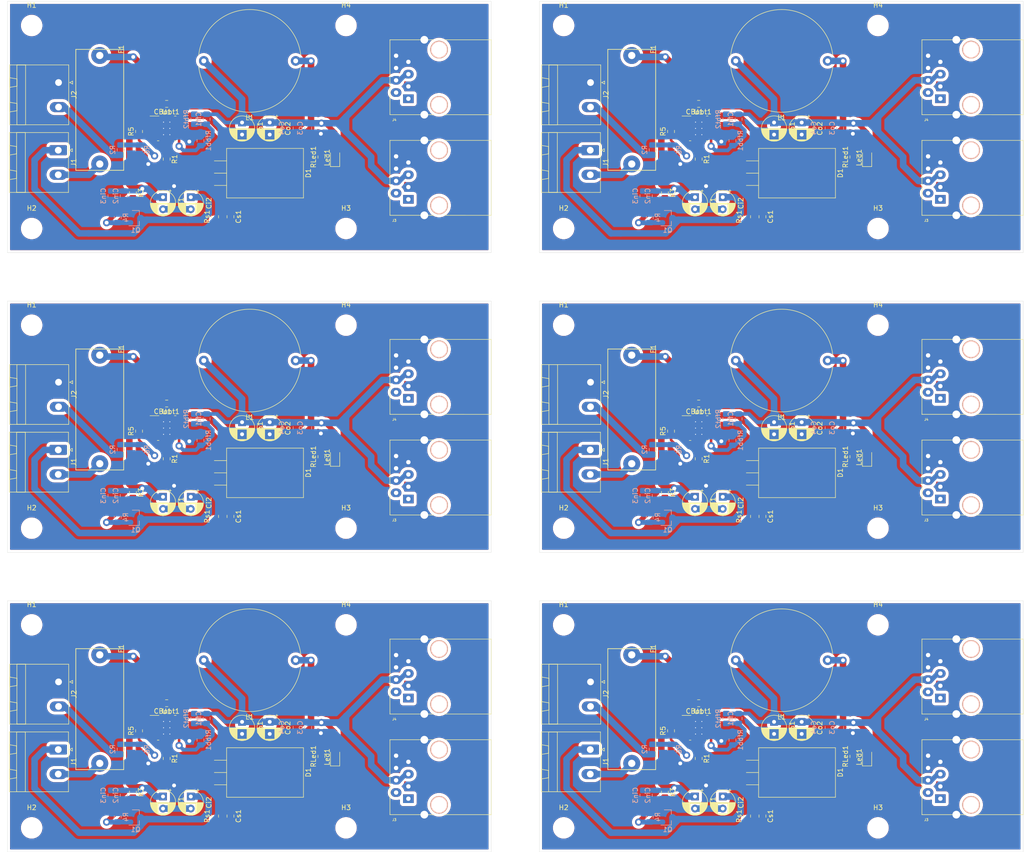
<source format=kicad_pcb>
(kicad_pcb (version 20171130) (host pcbnew 5.1.4)
  (layers (0 F.Cu signal) (31 B.Cu signal) (34 B.Paste user) (35 F.Paste user) (36 B.SilkS user) (37 F.SilkS user) (38 B.Mask user) (39 F.Mask user) (44 Edge.Cuts user))
  (net 0 "")
  (net 1 "Net-(F1-Pad2)")
  (net 2 "Net-(CBoot1-Pad2)")
  (net 3 "Net-(CBoot1-Pad1)")
  (net 4 GND)
  (net 5 "Net-(Led1-Pad1)")
  (net 6 "Net-(R1-Pad1)")
  (net 7 /Feedback)
  (net 8 "Net-(Ci1-Pad2)")
  (net 9 "Net-(Ci1-Pad1)")
  (net 10 "Net-(Ci2-Pad1)")
  (net 11 /snbr)
  (net 12 "Net-(J2-Pad2)")
  (net 13 "Net-(Q1-Pad1)")
  (net 14 "Net-(R2-Pad1)")
  (net 15 /CAN_18V)
  (module Resistor_SMD:R_0805_2012Metric_Pad1.15x1.40mm_HandSolder (layer F.Cu) (at 182.605 167.125 90)
    (fp_text reference R5 (at 0 -1.65 90) (layer F.SilkS))
    (fp_text value 10K)
    (pad 1 smd roundrect (at -1.025 0 90) (size 1.15 1.4) (layers F.Cu F.Paste F.Mask) (roundrect_rratio 0.217391) (net 14 "Net-(R2-Pad1)"))
    (pad 2 smd roundrect (at 1.025 0 90) (size 1.15 1.4) (layers F.Cu F.Paste F.Mask) (roundrect_rratio 0.217391) (net 9 "Net-(Ci1-Pad1)"))
  )
  (module Resistor_SMD:R_0805_2012Metric_Pad1.15x1.40mm_HandSolder (layer F.Cu) (at 72.605 167.125 90)
    (fp_text reference R5 (at 0 -1.65 90) (layer F.SilkS))
    (fp_text value 10K)
    (pad 1 smd roundrect (at -1.025 0 90) (size 1.15 1.4) (layers F.Cu F.Paste F.Mask) (roundrect_rratio 0.217391) (net 14 "Net-(R2-Pad1)"))
    (pad 2 smd roundrect (at 1.025 0 90) (size 1.15 1.4) (layers F.Cu F.Paste F.Mask) (roundrect_rratio 0.217391) (net 9 "Net-(Ci1-Pad1)"))
  )
  (module Resistor_SMD:R_0805_2012Metric_Pad1.15x1.40mm_HandSolder (layer F.Cu) (at 182.605 105.125 90)
    (fp_text reference R5 (at 0 -1.65 90) (layer F.SilkS))
    (fp_text value 10K)
    (pad 1 smd roundrect (at -1.025 0 90) (size 1.15 1.4) (layers F.Cu F.Paste F.Mask) (roundrect_rratio 0.217391) (net 14 "Net-(R2-Pad1)"))
    (pad 2 smd roundrect (at 1.025 0 90) (size 1.15 1.4) (layers F.Cu F.Paste F.Mask) (roundrect_rratio 0.217391) (net 9 "Net-(Ci1-Pad1)"))
  )
  (module Resistor_SMD:R_0805_2012Metric_Pad1.15x1.40mm_HandSolder (layer F.Cu) (at 72.605 105.125 90)
    (fp_text reference R5 (at 0 -1.65 90) (layer F.SilkS))
    (fp_text value 10K)
    (pad 1 smd roundrect (at -1.025 0 90) (size 1.15 1.4) (layers F.Cu F.Paste F.Mask) (roundrect_rratio 0.217391) (net 14 "Net-(R2-Pad1)"))
    (pad 2 smd roundrect (at 1.025 0 90) (size 1.15 1.4) (layers F.Cu F.Paste F.Mask) (roundrect_rratio 0.217391) (net 9 "Net-(Ci1-Pad1)"))
  )
  (module Resistor_SMD:R_0805_2012Metric_Pad1.15x1.40mm_HandSolder (layer F.Cu) (at 182.605 43.125 90)
    (fp_text reference R5 (at 0 -1.65 90) (layer F.SilkS))
    (fp_text value 10K)
    (pad 1 smd roundrect (at -1.025 0 90) (size 1.15 1.4) (layers F.Cu F.Paste F.Mask) (roundrect_rratio 0.217391) (net 14 "Net-(R2-Pad1)"))
    (pad 2 smd roundrect (at 1.025 0 90) (size 1.15 1.4) (layers F.Cu F.Paste F.Mask) (roundrect_rratio 0.217391) (net 9 "Net-(Ci1-Pad1)"))
  )
  (module Capacitor_SMD:C_0805_2012Metric_Pad1.15x1.40mm_HandSolder (layer B.Cu) (at 213.765 166.44 270)
    (fp_text reference Co4 (at 0 1.65 270) (layer B.SilkS) (effects (justify mirror)))
    (fp_text value 0.1u)
    (pad 1 smd roundrect (at -1.025 0 270) (size 1.15 1.4) (layers B.Cu B.Paste B.Mask) (roundrect_rratio 0.217391) (net 15 /CAN_18V))
    (pad 2 smd roundrect (at 1.025 0 270) (size 1.15 1.4) (layers B.Cu B.Paste B.Mask) (roundrect_rratio 0.217391) (net 4 GND))
  )
  (module Capacitor_SMD:C_0805_2012Metric_Pad1.15x1.40mm_HandSolder (layer B.Cu) (at 103.765 166.44 270)
    (fp_text reference Co4 (at 0 1.65 270) (layer B.SilkS) (effects (justify mirror)))
    (fp_text value 0.1u)
    (pad 1 smd roundrect (at -1.025 0 270) (size 1.15 1.4) (layers B.Cu B.Paste B.Mask) (roundrect_rratio 0.217391) (net 15 /CAN_18V))
    (pad 2 smd roundrect (at 1.025 0 270) (size 1.15 1.4) (layers B.Cu B.Paste B.Mask) (roundrect_rratio 0.217391) (net 4 GND))
  )
  (module Capacitor_SMD:C_0805_2012Metric_Pad1.15x1.40mm_HandSolder (layer B.Cu) (at 213.765 104.44 270)
    (fp_text reference Co4 (at 0 1.65 270) (layer B.SilkS) (effects (justify mirror)))
    (fp_text value 0.1u)
    (pad 1 smd roundrect (at -1.025 0 270) (size 1.15 1.4) (layers B.Cu B.Paste B.Mask) (roundrect_rratio 0.217391) (net 15 /CAN_18V))
    (pad 2 smd roundrect (at 1.025 0 270) (size 1.15 1.4) (layers B.Cu B.Paste B.Mask) (roundrect_rratio 0.217391) (net 4 GND))
  )
  (module Capacitor_SMD:C_0805_2012Metric_Pad1.15x1.40mm_HandSolder (layer B.Cu) (at 103.765 104.44 270)
    (fp_text reference Co4 (at 0 1.65 270) (layer B.SilkS) (effects (justify mirror)))
    (fp_text value 0.1u)
    (pad 1 smd roundrect (at -1.025 0 270) (size 1.15 1.4) (layers B.Cu B.Paste B.Mask) (roundrect_rratio 0.217391) (net 15 /CAN_18V))
    (pad 2 smd roundrect (at 1.025 0 270) (size 1.15 1.4) (layers B.Cu B.Paste B.Mask) (roundrect_rratio 0.217391) (net 4 GND))
  )
  (module Capacitor_SMD:C_0805_2012Metric_Pad1.15x1.40mm_HandSolder (layer B.Cu) (at 213.765 42.44 270)
    (fp_text reference Co4 (at 0 1.65 270) (layer B.SilkS) (effects (justify mirror)))
    (fp_text value 0.1u)
    (pad 1 smd roundrect (at -1.025 0 270) (size 1.15 1.4) (layers B.Cu B.Paste B.Mask) (roundrect_rratio 0.217391) (net 15 /CAN_18V))
    (pad 2 smd roundrect (at 1.025 0 270) (size 1.15 1.4) (layers B.Cu B.Paste B.Mask) (roundrect_rratio 0.217391) (net 4 GND))
  )
  (module Resistor_SMD:R_0805_2012Metric_Pad1.15x1.40mm_HandSolder (layer F.Cu) (at 220.31 172.41 90)
    (fp_text reference RLed1 (at 0 -1.65 90) (layer F.SilkS))
    (fp_text value 1k5)
    (pad 1 smd roundrect (at -1.025 0 90) (size 1.15 1.4) (layers F.Cu F.Paste F.Mask) (roundrect_rratio 0.217391) (net 5 "Net-(Led1-Pad1)"))
    (pad 2 smd roundrect (at 1.025 0 90) (size 1.15 1.4) (layers F.Cu F.Paste F.Mask) (roundrect_rratio 0.217391) (net 4 GND))
  )
  (module Resistor_SMD:R_0805_2012Metric_Pad1.15x1.40mm_HandSolder (layer F.Cu) (at 110.31 172.41 90)
    (fp_text reference RLed1 (at 0 -1.65 90) (layer F.SilkS))
    (fp_text value 1k5)
    (pad 1 smd roundrect (at -1.025 0 90) (size 1.15 1.4) (layers F.Cu F.Paste F.Mask) (roundrect_rratio 0.217391) (net 5 "Net-(Led1-Pad1)"))
    (pad 2 smd roundrect (at 1.025 0 90) (size 1.15 1.4) (layers F.Cu F.Paste F.Mask) (roundrect_rratio 0.217391) (net 4 GND))
  )
  (module Resistor_SMD:R_0805_2012Metric_Pad1.15x1.40mm_HandSolder (layer F.Cu) (at 220.31 110.41 90)
    (fp_text reference RLed1 (at 0 -1.65 90) (layer F.SilkS))
    (fp_text value 1k5)
    (pad 1 smd roundrect (at -1.025 0 90) (size 1.15 1.4) (layers F.Cu F.Paste F.Mask) (roundrect_rratio 0.217391) (net 5 "Net-(Led1-Pad1)"))
    (pad 2 smd roundrect (at 1.025 0 90) (size 1.15 1.4) (layers F.Cu F.Paste F.Mask) (roundrect_rratio 0.217391) (net 4 GND))
  )
  (module Resistor_SMD:R_0805_2012Metric_Pad1.15x1.40mm_HandSolder (layer F.Cu) (at 110.31 110.41 90)
    (fp_text reference RLed1 (at 0 -1.65 90) (layer F.SilkS))
    (fp_text value 1k5)
    (pad 1 smd roundrect (at -1.025 0 90) (size 1.15 1.4) (layers F.Cu F.Paste F.Mask) (roundrect_rratio 0.217391) (net 5 "Net-(Led1-Pad1)"))
    (pad 2 smd roundrect (at 1.025 0 90) (size 1.15 1.4) (layers F.Cu F.Paste F.Mask) (roundrect_rratio 0.217391) (net 4 GND))
  )
  (module Resistor_SMD:R_0805_2012Metric_Pad1.15x1.40mm_HandSolder (layer F.Cu) (at 220.31 48.41 90)
    (fp_text reference RLed1 (at 0 -1.65 90) (layer F.SilkS))
    (fp_text value 1k5)
    (pad 1 smd roundrect (at -1.025 0 90) (size 1.15 1.4) (layers F.Cu F.Paste F.Mask) (roundrect_rratio 0.217391) (net 5 "Net-(Led1-Pad1)"))
    (pad 2 smd roundrect (at 1.025 0 90) (size 1.15 1.4) (layers F.Cu F.Paste F.Mask) (roundrect_rratio 0.217391) (net 4 GND))
  )
  (module Package_TO_SOT_SMD:SOT-23 (layer B.Cu) (at 181.9 185.05)
    (fp_text reference Q1 (at 0 2.5) (layer B.SilkS) (effects (justify mirror)))
    (fp_text value Si2308CDS)
    (pad 1 smd rect (at -1 0.95) (size 0.9 0.8) (layers B.Cu B.Paste B.Mask) (net 13 "Net-(Q1-Pad1)"))
    (pad 2 smd rect (at -1 -0.95) (size 0.9 0.8) (layers B.Cu B.Paste B.Mask) (net 4 GND))
    (pad 3 smd rect (at 1 0) (size 0.9 0.8) (layers B.Cu B.Paste B.Mask) (net 10 "Net-(Ci2-Pad1)"))
  )
  (module Package_TO_SOT_SMD:SOT-23 (layer B.Cu) (at 71.9 185.05)
    (fp_text reference Q1 (at 0 2.5) (layer B.SilkS) (effects (justify mirror)))
    (fp_text value Si2308CDS)
    (pad 1 smd rect (at -1 0.95) (size 0.9 0.8) (layers B.Cu B.Paste B.Mask) (net 13 "Net-(Q1-Pad1)"))
    (pad 2 smd rect (at -1 -0.95) (size 0.9 0.8) (layers B.Cu B.Paste B.Mask) (net 4 GND))
    (pad 3 smd rect (at 1 0) (size 0.9 0.8) (layers B.Cu B.Paste B.Mask) (net 10 "Net-(Ci2-Pad1)"))
  )
  (module Package_TO_SOT_SMD:SOT-23 (layer B.Cu) (at 181.9 123.05)
    (fp_text reference Q1 (at 0 2.5) (layer B.SilkS) (effects (justify mirror)))
    (fp_text value Si2308CDS)
    (pad 1 smd rect (at -1 0.95) (size 0.9 0.8) (layers B.Cu B.Paste B.Mask) (net 13 "Net-(Q1-Pad1)"))
    (pad 2 smd rect (at -1 -0.95) (size 0.9 0.8) (layers B.Cu B.Paste B.Mask) (net 4 GND))
    (pad 3 smd rect (at 1 0) (size 0.9 0.8) (layers B.Cu B.Paste B.Mask) (net 10 "Net-(Ci2-Pad1)"))
  )
  (module Package_TO_SOT_SMD:SOT-23 (layer B.Cu) (at 71.9 123.05)
    (fp_text reference Q1 (at 0 2.5) (layer B.SilkS) (effects (justify mirror)))
    (fp_text value Si2308CDS)
    (pad 1 smd rect (at -1 0.95) (size 0.9 0.8) (layers B.Cu B.Paste B.Mask) (net 13 "Net-(Q1-Pad1)"))
    (pad 2 smd rect (at -1 -0.95) (size 0.9 0.8) (layers B.Cu B.Paste B.Mask) (net 4 GND))
    (pad 3 smd rect (at 1 0) (size 0.9 0.8) (layers B.Cu B.Paste B.Mask) (net 10 "Net-(Ci2-Pad1)"))
  )
  (module Package_TO_SOT_SMD:SOT-23 (layer B.Cu) (at 181.9 61.05)
    (fp_text reference Q1 (at 0 2.5) (layer B.SilkS) (effects (justify mirror)))
    (fp_text value Si2308CDS)
    (pad 1 smd rect (at -1 0.95) (size 0.9 0.8) (layers B.Cu B.Paste B.Mask) (net 13 "Net-(Q1-Pad1)"))
    (pad 2 smd rect (at -1 -0.95) (size 0.9 0.8) (layers B.Cu B.Paste B.Mask) (net 4 GND))
    (pad 3 smd rect (at 1 0) (size 0.9 0.8) (layers B.Cu B.Paste B.Mask) (net 10 "Net-(Ci2-Pad1)"))
  )
  (module Capacitor_SMD:C_0805_2012Metric_Pad1.15x1.40mm_HandSolder (layer B.Cu) (at 217.575 166.44 270)
    (fp_text reference Co3 (at 0 1.65 270) (layer B.SilkS) (effects (justify mirror)))
    (fp_text value o.1u)
    (pad 1 smd roundrect (at -1.025 0 270) (size 1.15 1.4) (layers B.Cu B.Paste B.Mask) (roundrect_rratio 0.217391) (net 15 /CAN_18V))
    (pad 2 smd roundrect (at 1.025 0 270) (size 1.15 1.4) (layers B.Cu B.Paste B.Mask) (roundrect_rratio 0.217391) (net 4 GND))
  )
  (module Capacitor_SMD:C_0805_2012Metric_Pad1.15x1.40mm_HandSolder (layer B.Cu) (at 107.575 166.44 270)
    (fp_text reference Co3 (at 0 1.65 270) (layer B.SilkS) (effects (justify mirror)))
    (fp_text value o.1u)
    (pad 1 smd roundrect (at -1.025 0 270) (size 1.15 1.4) (layers B.Cu B.Paste B.Mask) (roundrect_rratio 0.217391) (net 15 /CAN_18V))
    (pad 2 smd roundrect (at 1.025 0 270) (size 1.15 1.4) (layers B.Cu B.Paste B.Mask) (roundrect_rratio 0.217391) (net 4 GND))
  )
  (module Capacitor_SMD:C_0805_2012Metric_Pad1.15x1.40mm_HandSolder (layer B.Cu) (at 217.575 104.44 270)
    (fp_text reference Co3 (at 0 1.65 270) (layer B.SilkS) (effects (justify mirror)))
    (fp_text value o.1u)
    (pad 1 smd roundrect (at -1.025 0 270) (size 1.15 1.4) (layers B.Cu B.Paste B.Mask) (roundrect_rratio 0.217391) (net 15 /CAN_18V))
    (pad 2 smd roundrect (at 1.025 0 270) (size 1.15 1.4) (layers B.Cu B.Paste B.Mask) (roundrect_rratio 0.217391) (net 4 GND))
  )
  (module Capacitor_SMD:C_0805_2012Metric_Pad1.15x1.40mm_HandSolder (layer B.Cu) (at 107.575 104.44 270)
    (fp_text reference Co3 (at 0 1.65 270) (layer B.SilkS) (effects (justify mirror)))
    (fp_text value o.1u)
    (pad 1 smd roundrect (at -1.025 0 270) (size 1.15 1.4) (layers B.Cu B.Paste B.Mask) (roundrect_rratio 0.217391) (net 15 /CAN_18V))
    (pad 2 smd roundrect (at 1.025 0 270) (size 1.15 1.4) (layers B.Cu B.Paste B.Mask) (roundrect_rratio 0.217391) (net 4 GND))
  )
  (module Capacitor_SMD:C_0805_2012Metric_Pad1.15x1.40mm_HandSolder (layer B.Cu) (at 217.575 42.44 270)
    (fp_text reference Co3 (at 0 1.65 270) (layer B.SilkS) (effects (justify mirror)))
    (fp_text value o.1u)
    (pad 1 smd roundrect (at -1.025 0 270) (size 1.15 1.4) (layers B.Cu B.Paste B.Mask) (roundrect_rratio 0.217391) (net 15 /CAN_18V))
    (pad 2 smd roundrect (at 1.025 0 270) (size 1.15 1.4) (layers B.Cu B.Paste B.Mask) (roundrect_rratio 0.217391) (net 4 GND))
  )
  (module Resistor_SMD:R_0805_2012Metric_Pad1.15x1.40mm_HandSolder (layer F.Cu) (at 188.32 172.84 270)
    (fp_text reference R1 (at 0 -1.65 90) (layer F.SilkS))
    (fp_text value 47k)
    (pad 1 smd roundrect (at -1.025 0 270) (size 1.15 1.4) (layers F.Cu F.Paste F.Mask) (roundrect_rratio 0.217391) (net 6 "Net-(R1-Pad1)"))
    (pad 2 smd roundrect (at 1.025 0 270) (size 1.15 1.4) (layers F.Cu F.Paste F.Mask) (roundrect_rratio 0.217391) (net 4 GND))
  )
  (module Resistor_SMD:R_0805_2012Metric_Pad1.15x1.40mm_HandSolder (layer F.Cu) (at 78.32 172.84 270)
    (fp_text reference R1 (at 0 -1.65 90) (layer F.SilkS))
    (fp_text value 47k)
    (pad 1 smd roundrect (at -1.025 0 270) (size 1.15 1.4) (layers F.Cu F.Paste F.Mask) (roundrect_rratio 0.217391) (net 6 "Net-(R1-Pad1)"))
    (pad 2 smd roundrect (at 1.025 0 270) (size 1.15 1.4) (layers F.Cu F.Paste F.Mask) (roundrect_rratio 0.217391) (net 4 GND))
  )
  (module Resistor_SMD:R_0805_2012Metric_Pad1.15x1.40mm_HandSolder (layer F.Cu) (at 188.32 110.84 270)
    (fp_text reference R1 (at 0 -1.65 90) (layer F.SilkS))
    (fp_text value 47k)
    (pad 1 smd roundrect (at -1.025 0 270) (size 1.15 1.4) (layers F.Cu F.Paste F.Mask) (roundrect_rratio 0.217391) (net 6 "Net-(R1-Pad1)"))
    (pad 2 smd roundrect (at 1.025 0 270) (size 1.15 1.4) (layers F.Cu F.Paste F.Mask) (roundrect_rratio 0.217391) (net 4 GND))
  )
  (module Resistor_SMD:R_0805_2012Metric_Pad1.15x1.40mm_HandSolder (layer F.Cu) (at 78.32 110.84 270)
    (fp_text reference R1 (at 0 -1.65 90) (layer F.SilkS))
    (fp_text value 47k)
    (pad 1 smd roundrect (at -1.025 0 270) (size 1.15 1.4) (layers F.Cu F.Paste F.Mask) (roundrect_rratio 0.217391) (net 6 "Net-(R1-Pad1)"))
    (pad 2 smd roundrect (at 1.025 0 270) (size 1.15 1.4) (layers F.Cu F.Paste F.Mask) (roundrect_rratio 0.217391) (net 4 GND))
  )
  (module Resistor_SMD:R_0805_2012Metric_Pad1.15x1.40mm_HandSolder (layer F.Cu) (at 188.32 48.84 270)
    (fp_text reference R1 (at 0 -1.65 90) (layer F.SilkS))
    (fp_text value 47k)
    (pad 1 smd roundrect (at -1.025 0 270) (size 1.15 1.4) (layers F.Cu F.Paste F.Mask) (roundrect_rratio 0.217391) (net 6 "Net-(R1-Pad1)"))
    (pad 2 smd roundrect (at 1.025 0 270) (size 1.15 1.4) (layers F.Cu F.Paste F.Mask) (roundrect_rratio 0.217391) (net 4 GND))
  )
  (module LED_SMD:LED_0805_2012Metric_Pad1.15x1.40mm_HandSolder (layer F.Cu) (at 223.14 172.53 90)
    (fp_text reference Led1 (at 0 -1.65 90) (layer F.SilkS))
    (fp_text value LED)
    (pad 1 smd roundrect (at -1.025 0 90) (size 1.15 1.4) (layers F.Cu F.Paste F.Mask) (roundrect_rratio 0.217391) (net 5 "Net-(Led1-Pad1)"))
    (pad 2 smd roundrect (at 1.025 0 90) (size 1.15 1.4) (layers F.Cu F.Paste F.Mask) (roundrect_rratio 0.217391) (net 15 /CAN_18V))
  )
  (module LED_SMD:LED_0805_2012Metric_Pad1.15x1.40mm_HandSolder (layer F.Cu) (at 113.14 172.53 90)
    (fp_text reference Led1 (at 0 -1.65 90) (layer F.SilkS))
    (fp_text value LED)
    (pad 1 smd roundrect (at -1.025 0 90) (size 1.15 1.4) (layers F.Cu F.Paste F.Mask) (roundrect_rratio 0.217391) (net 5 "Net-(Led1-Pad1)"))
    (pad 2 smd roundrect (at 1.025 0 90) (size 1.15 1.4) (layers F.Cu F.Paste F.Mask) (roundrect_rratio 0.217391) (net 15 /CAN_18V))
  )
  (module LED_SMD:LED_0805_2012Metric_Pad1.15x1.40mm_HandSolder (layer F.Cu) (at 223.14 110.53 90)
    (fp_text reference Led1 (at 0 -1.65 90) (layer F.SilkS))
    (fp_text value LED)
    (pad 1 smd roundrect (at -1.025 0 90) (size 1.15 1.4) (layers F.Cu F.Paste F.Mask) (roundrect_rratio 0.217391) (net 5 "Net-(Led1-Pad1)"))
    (pad 2 smd roundrect (at 1.025 0 90) (size 1.15 1.4) (layers F.Cu F.Paste F.Mask) (roundrect_rratio 0.217391) (net 15 /CAN_18V))
  )
  (module LED_SMD:LED_0805_2012Metric_Pad1.15x1.40mm_HandSolder (layer F.Cu) (at 113.14 110.53 90)
    (fp_text reference Led1 (at 0 -1.65 90) (layer F.SilkS))
    (fp_text value LED)
    (pad 1 smd roundrect (at -1.025 0 90) (size 1.15 1.4) (layers F.Cu F.Paste F.Mask) (roundrect_rratio 0.217391) (net 5 "Net-(Led1-Pad1)"))
    (pad 2 smd roundrect (at 1.025 0 90) (size 1.15 1.4) (layers F.Cu F.Paste F.Mask) (roundrect_rratio 0.217391) (net 15 /CAN_18V))
  )
  (module LED_SMD:LED_0805_2012Metric_Pad1.15x1.40mm_HandSolder (layer F.Cu) (at 223.14 48.53 90)
    (fp_text reference Led1 (at 0 -1.65 90) (layer F.SilkS))
    (fp_text value LED)
    (pad 1 smd roundrect (at -1.025 0 90) (size 1.15 1.4) (layers F.Cu F.Paste F.Mask) (roundrect_rratio 0.217391) (net 5 "Net-(Led1-Pad1)"))
    (pad 2 smd roundrect (at 1.025 0 90) (size 1.15 1.4) (layers F.Cu F.Paste F.Mask) (roundrect_rratio 0.217391) (net 15 /CAN_18V))
  )
  (module Resistor_SMD:R_0805_2012Metric_Pad1.15x1.40mm_HandSolder (layer F.Cu) (at 181.335 179.825 270)
    (fp_text reference R3 (at 0 -1.65 90) (layer F.SilkS))
    (fp_text value 220K)
    (pad 1 smd roundrect (at -1.025 0 270) (size 1.15 1.4) (layers F.Cu F.Paste F.Mask) (roundrect_rratio 0.217391) (net 9 "Net-(Ci1-Pad1)"))
    (pad 2 smd roundrect (at 1.025 0 270) (size 1.15 1.4) (layers F.Cu F.Paste F.Mask) (roundrect_rratio 0.217391) (net 13 "Net-(Q1-Pad1)"))
  )
  (module Resistor_SMD:R_0805_2012Metric_Pad1.15x1.40mm_HandSolder (layer F.Cu) (at 71.335 179.825 270)
    (fp_text reference R3 (at 0 -1.65 90) (layer F.SilkS))
    (fp_text value 220K)
    (pad 1 smd roundrect (at -1.025 0 270) (size 1.15 1.4) (layers F.Cu F.Paste F.Mask) (roundrect_rratio 0.217391) (net 9 "Net-(Ci1-Pad1)"))
    (pad 2 smd roundrect (at 1.025 0 270) (size 1.15 1.4) (layers F.Cu F.Paste F.Mask) (roundrect_rratio 0.217391) (net 13 "Net-(Q1-Pad1)"))
  )
  (module Resistor_SMD:R_0805_2012Metric_Pad1.15x1.40mm_HandSolder (layer F.Cu) (at 181.335 117.825 270)
    (fp_text reference R3 (at 0 -1.65 90) (layer F.SilkS))
    (fp_text value 220K)
    (pad 1 smd roundrect (at -1.025 0 270) (size 1.15 1.4) (layers F.Cu F.Paste F.Mask) (roundrect_rratio 0.217391) (net 9 "Net-(Ci1-Pad1)"))
    (pad 2 smd roundrect (at 1.025 0 270) (size 1.15 1.4) (layers F.Cu F.Paste F.Mask) (roundrect_rratio 0.217391) (net 13 "Net-(Q1-Pad1)"))
  )
  (module Resistor_SMD:R_0805_2012Metric_Pad1.15x1.40mm_HandSolder (layer F.Cu) (at 71.335 117.825 270)
    (fp_text reference R3 (at 0 -1.65 90) (layer F.SilkS))
    (fp_text value 220K)
    (pad 1 smd roundrect (at -1.025 0 270) (size 1.15 1.4) (layers F.Cu F.Paste F.Mask) (roundrect_rratio 0.217391) (net 9 "Net-(Ci1-Pad1)"))
    (pad 2 smd roundrect (at 1.025 0 270) (size 1.15 1.4) (layers F.Cu F.Paste F.Mask) (roundrect_rratio 0.217391) (net 13 "Net-(Q1-Pad1)"))
  )
  (module Resistor_SMD:R_0805_2012Metric_Pad1.15x1.40mm_HandSolder (layer F.Cu) (at 181.335 55.825 270)
    (fp_text reference R3 (at 0 -1.65 90) (layer F.SilkS))
    (fp_text value 220K)
    (pad 1 smd roundrect (at -1.025 0 270) (size 1.15 1.4) (layers F.Cu F.Paste F.Mask) (roundrect_rratio 0.217391) (net 9 "Net-(Ci1-Pad1)"))
    (pad 2 smd roundrect (at 1.025 0 270) (size 1.15 1.4) (layers F.Cu F.Paste F.Mask) (roundrect_rratio 0.217391) (net 13 "Net-(Q1-Pad1)"))
  )
  (module MFP19RJ45:RJ45_YH59_01 (layer F.Cu) (at 238.296 160.35 90)
    (fp_text reference J4 (at -4.364296 -2.909696 180) (layer F.SilkS) (effects (font (size 0.5 0.5) (thickness 0.1))))
    (fp_text value RJ45_Shielded)
    (pad 9 thru_hole circle (at 12.2 3.296 90) (size 2.5 2.5) (drill 1.6) (layers *.Cu *.Mask) (net 4 GND))
    (pad 9 thru_hole circle (at -3.3 3.296 90) (size 2.5 2.5) (drill 1.6) (layers *.Cu *.Mask) (net 4 GND))
    (pad 8 thru_hole oval (at 8.895 -2.544 90) (size 1.8 2.2) (drill 0.9) (layers *.Cu *.Mask) (net 4 GND))
    (pad 7 thru_hole oval (at 7.625 -0.004 90) (size 1.8 2.2) (drill 0.9) (layers *.Cu *.Mask) (net 4 GND))
    (pad 6 thru_hole oval (at 6.355 -2.544 90) (size 1.8 2.2) (drill 0.9) (layers *.Cu *.Mask) (net 4 GND))
    (pad 5 thru_hole oval (at 5.085 -0.004 90) (size 1.8 2.2) (drill 0.9) (layers *.Cu *.Mask) (net 15 /CAN_18V))
    (pad 4 thru_hole oval (at 3.815 -2.544 90) (size 1.8 2.2) (drill 0.9) (layers *.Cu *.Mask) (net 15 /CAN_18V))
    (pad 3 thru_hole oval (at 2.545 -0.004 90) (size 1.8 2.2) (drill 0.9) (layers *.Cu *.Mask) (net 4 GND))
    (pad 2 thru_hole oval (at 1.275 -2.544 90) (size 1.8 2.2) (drill 0.9) (layers *.Cu *.Mask))
    (pad 1 thru_hole rect (at 0.005 -0.004 90) (size 1.8 2.2) (drill 0.9) (layers *.Cu *.Mask))
    (pad "" np_thru_hole circle (at -1.265 6.346 90) (size 3.65 3.65) (drill 3.2) (layers *.Cu *.SilkS *.Mask))
    (pad "" np_thru_hole circle (at 10.165 6.346 90) (size 3.65 3.65) (drill 3.2) (layers *.Cu *.SilkS *.Mask))
  )
  (module MFP19RJ45:RJ45_YH59_01 (layer F.Cu) (at 128.296 160.35 90)
    (fp_text reference J4 (at -4.364296 -2.909696 180) (layer F.SilkS) (effects (font (size 0.5 0.5) (thickness 0.1))))
    (fp_text value RJ45_Shielded)
    (pad 9 thru_hole circle (at 12.2 3.296 90) (size 2.5 2.5) (drill 1.6) (layers *.Cu *.Mask) (net 4 GND))
    (pad 9 thru_hole circle (at -3.3 3.296 90) (size 2.5 2.5) (drill 1.6) (layers *.Cu *.Mask) (net 4 GND))
    (pad 8 thru_hole oval (at 8.895 -2.544 90) (size 1.8 2.2) (drill 0.9) (layers *.Cu *.Mask) (net 4 GND))
    (pad 7 thru_hole oval (at 7.625 -0.004 90) (size 1.8 2.2) (drill 0.9) (layers *.Cu *.Mask) (net 4 GND))
    (pad 6 thru_hole oval (at 6.355 -2.544 90) (size 1.8 2.2) (drill 0.9) (layers *.Cu *.Mask) (net 4 GND))
    (pad 5 thru_hole oval (at 5.085 -0.004 90) (size 1.8 2.2) (drill 0.9) (layers *.Cu *.Mask) (net 15 /CAN_18V))
    (pad 4 thru_hole oval (at 3.815 -2.544 90) (size 1.8 2.2) (drill 0.9) (layers *.Cu *.Mask) (net 15 /CAN_18V))
    (pad 3 thru_hole oval (at 2.545 -0.004 90) (size 1.8 2.2) (drill 0.9) (layers *.Cu *.Mask) (net 4 GND))
    (pad 2 thru_hole oval (at 1.275 -2.544 90) (size 1.8 2.2) (drill 0.9) (layers *.Cu *.Mask))
    (pad 1 thru_hole rect (at 0.005 -0.004 90) (size 1.8 2.2) (drill 0.9) (layers *.Cu *.Mask))
    (pad "" np_thru_hole circle (at -1.265 6.346 90) (size 3.65 3.65) (drill 3.2) (layers *.Cu *.SilkS *.Mask))
    (pad "" np_thru_hole circle (at 10.165 6.346 90) (size 3.65 3.65) (drill 3.2) (layers *.Cu *.SilkS *.Mask))
  )
  (module MFP19RJ45:RJ45_YH59_01 (layer F.Cu) (at 238.296 98.35 90)
    (fp_text reference J4 (at -4.364296 -2.909696 180) (layer F.SilkS) (effects (font (size 0.5 0.5) (thickness 0.1))))
    (fp_text value RJ45_Shielded)
    (pad 9 thru_hole circle (at 12.2 3.296 90) (size 2.5 2.5) (drill 1.6) (layers *.Cu *.Mask) (net 4 GND))
    (pad 9 thru_hole circle (at -3.3 3.296 90) (size 2.5 2.5) (drill 1.6) (layers *.Cu *.Mask) (net 4 GND))
    (pad 8 thru_hole oval (at 8.895 -2.544 90) (size 1.8 2.2) (drill 0.9) (layers *.Cu *.Mask) (net 4 GND))
    (pad 7 thru_hole oval (at 7.625 -0.004 90) (size 1.8 2.2) (drill 0.9) (layers *.Cu *.Mask) (net 4 GND))
    (pad 6 thru_hole oval (at 6.355 -2.544 90) (size 1.8 2.2) (drill 0.9) (layers *.Cu *.Mask) (net 4 GND))
    (pad 5 thru_hole oval (at 5.085 -0.004 90) (size 1.8 2.2) (drill 0.9) (layers *.Cu *.Mask) (net 15 /CAN_18V))
    (pad 4 thru_hole oval (at 3.815 -2.544 90) (size 1.8 2.2) (drill 0.9) (layers *.Cu *.Mask) (net 15 /CAN_18V))
    (pad 3 thru_hole oval (at 2.545 -0.004 90) (size 1.8 2.2) (drill 0.9) (layers *.Cu *.Mask) (net 4 GND))
    (pad 2 thru_hole oval (at 1.275 -2.544 90) (size 1.8 2.2) (drill 0.9) (layers *.Cu *.Mask))
    (pad 1 thru_hole rect (at 0.005 -0.004 90) (size 1.8 2.2) (drill 0.9) (layers *.Cu *.Mask))
    (pad "" np_thru_hole circle (at -1.265 6.346 90) (size 3.65 3.65) (drill 3.2) (layers *.Cu *.SilkS *.Mask))
    (pad "" np_thru_hole circle (at 10.165 6.346 90) (size 3.65 3.65) (drill 3.2) (layers *.Cu *.SilkS *.Mask))
  )
  (module MFP19RJ45:RJ45_YH59_01 (layer F.Cu) (at 128.296 98.35 90)
    (fp_text reference J4 (at -4.364296 -2.909696 180) (layer F.SilkS) (effects (font (size 0.5 0.5) (thickness 0.1))))
    (fp_text value RJ45_Shielded)
    (pad 9 thru_hole circle (at 12.2 3.296 90) (size 2.5 2.5) (drill 1.6) (layers *.Cu *.Mask) (net 4 GND))
    (pad 9 thru_hole circle (at -3.3 3.296 90) (size 2.5 2.5) (drill 1.6) (layers *.Cu *.Mask) (net 4 GND))
    (pad 8 thru_hole oval (at 8.895 -2.544 90) (size 1.8 2.2) (drill 0.9) (layers *.Cu *.Mask) (net 4 GND))
    (pad 7 thru_hole oval (at 7.625 -0.004 90) (size 1.8 2.2) (drill 0.9) (layers *.Cu *.Mask) (net 4 GND))
    (pad 6 thru_hole oval (at 6.355 -2.544 90) (size 1.8 2.2) (drill 0.9) (layers *.Cu *.Mask) (net 4 GND))
    (pad 5 thru_hole oval (at 5.085 -0.004 90) (size 1.8 2.2) (drill 0.9) (layers *.Cu *.Mask) (net 15 /CAN_18V))
    (pad 4 thru_hole oval (at 3.815 -2.544 90) (size 1.8 2.2) (drill 0.9) (layers *.Cu *.Mask) (net 15 /CAN_18V))
    (pad 3 thru_hole oval (at 2.545 -0.004 90) (size 1.8 2.2) (drill 0.9) (layers *.Cu *.Mask) (net 4 GND))
    (pad 2 thru_hole oval (at 1.275 -2.544 90) (size 1.8 2.2) (drill 0.9) (layers *.Cu *.Mask))
    (pad 1 thru_hole rect (at 0.005 -0.004 90) (size 1.8 2.2) (drill 0.9) (layers *.Cu *.Mask))
    (pad "" np_thru_hole circle (at -1.265 6.346 90) (size 3.65 3.65) (drill 3.2) (layers *.Cu *.SilkS *.Mask))
    (pad "" np_thru_hole circle (at 10.165 6.346 90) (size 3.65 3.65) (drill 3.2) (layers *.Cu *.SilkS *.Mask))
  )
  (module MFP19RJ45:RJ45_YH59_01 (layer F.Cu) (at 238.296 36.35 90)
    (fp_text reference J4 (at -4.364296 -2.909696 180) (layer F.SilkS) (effects (font (size 0.5 0.5) (thickness 0.1))))
    (fp_text value RJ45_Shielded)
    (pad 9 thru_hole circle (at 12.2 3.296 90) (size 2.5 2.5) (drill 1.6) (layers *.Cu *.Mask) (net 4 GND))
    (pad 9 thru_hole circle (at -3.3 3.296 90) (size 2.5 2.5) (drill 1.6) (layers *.Cu *.Mask) (net 4 GND))
    (pad 8 thru_hole oval (at 8.895 -2.544 90) (size 1.8 2.2) (drill 0.9) (layers *.Cu *.Mask) (net 4 GND))
    (pad 7 thru_hole oval (at 7.625 -0.004 90) (size 1.8 2.2) (drill 0.9) (layers *.Cu *.Mask) (net 4 GND))
    (pad 6 thru_hole oval (at 6.355 -2.544 90) (size 1.8 2.2) (drill 0.9) (layers *.Cu *.Mask) (net 4 GND))
    (pad 5 thru_hole oval (at 5.085 -0.004 90) (size 1.8 2.2) (drill 0.9) (layers *.Cu *.Mask) (net 15 /CAN_18V))
    (pad 4 thru_hole oval (at 3.815 -2.544 90) (size 1.8 2.2) (drill 0.9) (layers *.Cu *.Mask) (net 15 /CAN_18V))
    (pad 3 thru_hole oval (at 2.545 -0.004 90) (size 1.8 2.2) (drill 0.9) (layers *.Cu *.Mask) (net 4 GND))
    (pad 2 thru_hole oval (at 1.275 -2.544 90) (size 1.8 2.2) (drill 0.9) (layers *.Cu *.Mask))
    (pad 1 thru_hole rect (at 0.005 -0.004 90) (size 1.8 2.2) (drill 0.9) (layers *.Cu *.Mask))
    (pad "" np_thru_hole circle (at -1.265 6.346 90) (size 3.65 3.65) (drill 3.2) (layers *.Cu *.SilkS *.Mask))
    (pad "" np_thru_hole circle (at 10.165 6.346 90) (size 3.65 3.65) (drill 3.2) (layers *.Cu *.SilkS *.Mask))
  )
  (module Connector_Phoenix_MSTB:PhoenixContact_MSTBA_2,5_2-G-5,08_1x02_P5.08mm_Horizontal (layer F.Cu) (at 165.955 157 270)
    (fp_text reference J2 (at 2.54 -3.2 90) (layer F.SilkS))
    (fp_text value MSTBA)
    (pad 1 thru_hole roundrect (at 0 0 270) (size 2.08 3.6) (drill 1.4) (layers *.Cu *.Mask) (roundrect_rratio 0.120192) (net 4 GND))
    (pad 2 thru_hole oval (at 5.08 0 270) (size 2.08 3.6) (drill 1.4) (layers *.Cu *.Mask) (net 12 "Net-(J2-Pad2)"))
  )
  (module Connector_Phoenix_MSTB:PhoenixContact_MSTBA_2,5_2-G-5,08_1x02_P5.08mm_Horizontal (layer F.Cu) (at 55.955 157 270)
    (fp_text reference J2 (at 2.54 -3.2 90) (layer F.SilkS))
    (fp_text value MSTBA)
    (pad 1 thru_hole roundrect (at 0 0 270) (size 2.08 3.6) (drill 1.4) (layers *.Cu *.Mask) (roundrect_rratio 0.120192) (net 4 GND))
    (pad 2 thru_hole oval (at 5.08 0 270) (size 2.08 3.6) (drill 1.4) (layers *.Cu *.Mask) (net 12 "Net-(J2-Pad2)"))
  )
  (module Connector_Phoenix_MSTB:PhoenixContact_MSTBA_2,5_2-G-5,08_1x02_P5.08mm_Horizontal (layer F.Cu) (at 165.955 95 270)
    (fp_text reference J2 (at 2.54 -3.2 90) (layer F.SilkS))
    (fp_text value MSTBA)
    (pad 1 thru_hole roundrect (at 0 0 270) (size 2.08 3.6) (drill 1.4) (layers *.Cu *.Mask) (roundrect_rratio 0.120192) (net 4 GND))
    (pad 2 thru_hole oval (at 5.08 0 270) (size 2.08 3.6) (drill 1.4) (layers *.Cu *.Mask) (net 12 "Net-(J2-Pad2)"))
  )
  (module Connector_Phoenix_MSTB:PhoenixContact_MSTBA_2,5_2-G-5,08_1x02_P5.08mm_Horizontal (layer F.Cu) (at 55.955 95 270)
    (fp_text reference J2 (at 2.54 -3.2 90) (layer F.SilkS))
    (fp_text value MSTBA)
    (pad 1 thru_hole roundrect (at 0 0 270) (size 2.08 3.6) (drill 1.4) (layers *.Cu *.Mask) (roundrect_rratio 0.120192) (net 4 GND))
    (pad 2 thru_hole oval (at 5.08 0 270) (size 2.08 3.6) (drill 1.4) (layers *.Cu *.Mask) (net 12 "Net-(J2-Pad2)"))
  )
  (module Connector_Phoenix_MSTB:PhoenixContact_MSTBA_2,5_2-G-5,08_1x02_P5.08mm_Horizontal (layer F.Cu) (at 165.955 33 270)
    (fp_text reference J2 (at 2.54 -3.2 90) (layer F.SilkS))
    (fp_text value MSTBA)
    (pad 1 thru_hole roundrect (at 0 0 270) (size 2.08 3.6) (drill 1.4) (layers *.Cu *.Mask) (roundrect_rratio 0.120192) (net 4 GND))
    (pad 2 thru_hole oval (at 5.08 0 270) (size 2.08 3.6) (drill 1.4) (layers *.Cu *.Mask) (net 12 "Net-(J2-Pad2)"))
  )
  (module MountingHole:MountingHole_3.2mm_M3 (layer F.Cu) (at 160.4 187.2)
    (fp_text reference H2 (at 0 -4.2) (layer F.SilkS))
    (fp_text value MountingHole)
    (pad 1 np_thru_hole circle (at 0 0) (size 3.2 3.2) (drill 3.2) (layers *.Cu *.Mask))
  )
  (module MountingHole:MountingHole_3.2mm_M3 (layer F.Cu) (at 50.4 187.2)
    (fp_text reference H2 (at 0 -4.2) (layer F.SilkS))
    (fp_text value MountingHole)
    (pad 1 np_thru_hole circle (at 0 0) (size 3.2 3.2) (drill 3.2) (layers *.Cu *.Mask))
  )
  (module MountingHole:MountingHole_3.2mm_M3 (layer F.Cu) (at 160.4 125.2)
    (fp_text reference H2 (at 0 -4.2) (layer F.SilkS))
    (fp_text value MountingHole)
    (pad 1 np_thru_hole circle (at 0 0) (size 3.2 3.2) (drill 3.2) (layers *.Cu *.Mask))
  )
  (module MountingHole:MountingHole_3.2mm_M3 (layer F.Cu) (at 50.4 125.2)
    (fp_text reference H2 (at 0 -4.2) (layer F.SilkS))
    (fp_text value MountingHole)
    (pad 1 np_thru_hole circle (at 0 0) (size 3.2 3.2) (drill 3.2) (layers *.Cu *.Mask))
  )
  (module MountingHole:MountingHole_3.2mm_M3 (layer F.Cu) (at 160.4 63.2)
    (fp_text reference H2 (at 0 -4.2) (layer F.SilkS))
    (fp_text value MountingHole)
    (pad 1 np_thru_hole circle (at 0 0) (size 3.2 3.2) (drill 3.2) (layers *.Cu *.Mask))
  )
  (module Capacitor_THT:CP_Radial_D5.0mm_P2.50mm (layer F.Cu) (at 209.62 165.27 270)
    (fp_text reference Co2 (at 1.25 -3.75 90) (layer F.SilkS))
    (fp_text value 47u)
    (pad 1 thru_hole rect (at 0 0 270) (size 1.6 1.6) (drill 0.8) (layers *.Cu *.Mask) (net 15 /CAN_18V))
    (pad 2 thru_hole circle (at 2.5 0 270) (size 1.6 1.6) (drill 0.8) (layers *.Cu *.Mask) (net 4 GND))
  )
  (module Capacitor_THT:CP_Radial_D5.0mm_P2.50mm (layer F.Cu) (at 99.62 165.27 270)
    (fp_text reference Co2 (at 1.25 -3.75 90) (layer F.SilkS))
    (fp_text value 47u)
    (pad 1 thru_hole rect (at 0 0 270) (size 1.6 1.6) (drill 0.8) (layers *.Cu *.Mask) (net 15 /CAN_18V))
    (pad 2 thru_hole circle (at 2.5 0 270) (size 1.6 1.6) (drill 0.8) (layers *.Cu *.Mask) (net 4 GND))
  )
  (module Capacitor_THT:CP_Radial_D5.0mm_P2.50mm (layer F.Cu) (at 209.62 103.27 270)
    (fp_text reference Co2 (at 1.25 -3.75 90) (layer F.SilkS))
    (fp_text value 47u)
    (pad 1 thru_hole rect (at 0 0 270) (size 1.6 1.6) (drill 0.8) (layers *.Cu *.Mask) (net 15 /CAN_18V))
    (pad 2 thru_hole circle (at 2.5 0 270) (size 1.6 1.6) (drill 0.8) (layers *.Cu *.Mask) (net 4 GND))
  )
  (module Capacitor_THT:CP_Radial_D5.0mm_P2.50mm (layer F.Cu) (at 99.62 103.27 270)
    (fp_text reference Co2 (at 1.25 -3.75 90) (layer F.SilkS))
    (fp_text value 47u)
    (pad 1 thru_hole rect (at 0 0 270) (size 1.6 1.6) (drill 0.8) (layers *.Cu *.Mask) (net 15 /CAN_18V))
    (pad 2 thru_hole circle (at 2.5 0 270) (size 1.6 1.6) (drill 0.8) (layers *.Cu *.Mask) (net 4 GND))
  )
  (module Capacitor_THT:CP_Radial_D5.0mm_P2.50mm (layer F.Cu) (at 209.62 41.27 270)
    (fp_text reference Co2 (at 1.25 -3.75 90) (layer F.SilkS))
    (fp_text value 47u)
    (pad 1 thru_hole rect (at 0 0 270) (size 1.6 1.6) (drill 0.8) (layers *.Cu *.Mask) (net 15 /CAN_18V))
    (pad 2 thru_hole circle (at 2.5 0 270) (size 1.6 1.6) (drill 0.8) (layers *.Cu *.Mask) (net 4 GND))
  )
  (module KicadZeniteSolarLibrary18:Fuse_Holder_5x20 (layer F.Cu) (at 179.43 150.1324 270)
    (fp_text reference F1 (at 0 0.5 90) (layer F.SilkS))
    (fp_text value 2A)
    (pad 2 thru_hole circle (at 23.7236 4.953 270) (size 3.5 3.5) (drill 1.5) (layers *.Cu *.Mask) (net 1 "Net-(F1-Pad2)"))
    (pad 1 thru_hole circle (at 1.27 4.953 270) (size 3.5 3.5) (drill 1.5) (layers *.Cu *.Mask) (net 9 "Net-(Ci1-Pad1)"))
  )
  (module KicadZeniteSolarLibrary18:Fuse_Holder_5x20 (layer F.Cu) (at 69.43 150.1324 270)
    (fp_text reference F1 (at 0 0.5 90) (layer F.SilkS))
    (fp_text value 2A)
    (pad 2 thru_hole circle (at 23.7236 4.953 270) (size 3.5 3.5) (drill 1.5) (layers *.Cu *.Mask) (net 1 "Net-(F1-Pad2)"))
    (pad 1 thru_hole circle (at 1.27 4.953 270) (size 3.5 3.5) (drill 1.5) (layers *.Cu *.Mask) (net 9 "Net-(Ci1-Pad1)"))
  )
  (module KicadZeniteSolarLibrary18:Fuse_Holder_5x20 (layer F.Cu) (at 179.43 88.1324 270)
    (fp_text reference F1 (at 0 0.5 90) (layer F.SilkS))
    (fp_text value 2A)
    (pad 2 thru_hole circle (at 23.7236 4.953 270) (size 3.5 3.5) (drill 1.5) (layers *.Cu *.Mask) (net 1 "Net-(F1-Pad2)"))
    (pad 1 thru_hole circle (at 1.27 4.953 270) (size 3.5 3.5) (drill 1.5) (layers *.Cu *.Mask) (net 9 "Net-(Ci1-Pad1)"))
  )
  (module KicadZeniteSolarLibrary18:Fuse_Holder_5x20 (layer F.Cu) (at 69.43 88.1324 270)
    (fp_text reference F1 (at 0 0.5 90) (layer F.SilkS))
    (fp_text value 2A)
    (pad 2 thru_hole circle (at 23.7236 4.953 270) (size 3.5 3.5) (drill 1.5) (layers *.Cu *.Mask) (net 1 "Net-(F1-Pad2)"))
    (pad 1 thru_hole circle (at 1.27 4.953 270) (size 3.5 3.5) (drill 1.5) (layers *.Cu *.Mask) (net 9 "Net-(Ci1-Pad1)"))
  )
  (module KicadZeniteSolarLibrary18:Fuse_Holder_5x20 (layer F.Cu) (at 179.43 26.1324 270)
    (fp_text reference F1 (at 0 0.5 90) (layer F.SilkS))
    (fp_text value 2A)
    (pad 2 thru_hole circle (at 23.7236 4.953 270) (size 3.5 3.5) (drill 1.5) (layers *.Cu *.Mask) (net 1 "Net-(F1-Pad2)"))
    (pad 1 thru_hole circle (at 1.27 4.953 270) (size 3.5 3.5) (drill 1.5) (layers *.Cu *.Mask) (net 9 "Net-(Ci1-Pad1)"))
  )
  (module Capacitor_THT:CP_Radial_D5.0mm_P2.50mm (layer F.Cu) (at 193.3 180.714 270)
    (fp_text reference Ci2 (at 1.25 -3.75 90) (layer F.SilkS))
    (fp_text value 10u)
    (pad 1 thru_hole rect (at 0 0 270) (size 1.6 1.6) (drill 0.8) (layers *.Cu *.Mask) (net 10 "Net-(Ci2-Pad1)"))
    (pad 2 thru_hole circle (at 2.5 0 270) (size 1.6 1.6) (drill 0.8) (layers *.Cu *.Mask) (net 8 "Net-(Ci1-Pad2)"))
  )
  (module Capacitor_THT:CP_Radial_D5.0mm_P2.50mm (layer F.Cu) (at 83.3 180.714 270)
    (fp_text reference Ci2 (at 1.25 -3.75 90) (layer F.SilkS))
    (fp_text value 10u)
    (pad 1 thru_hole rect (at 0 0 270) (size 1.6 1.6) (drill 0.8) (layers *.Cu *.Mask) (net 10 "Net-(Ci2-Pad1)"))
    (pad 2 thru_hole circle (at 2.5 0 270) (size 1.6 1.6) (drill 0.8) (layers *.Cu *.Mask) (net 8 "Net-(Ci1-Pad2)"))
  )
  (module Capacitor_THT:CP_Radial_D5.0mm_P2.50mm (layer F.Cu) (at 193.3 118.714 270)
    (fp_text reference Ci2 (at 1.25 -3.75 90) (layer F.SilkS))
    (fp_text value 10u)
    (pad 1 thru_hole rect (at 0 0 270) (size 1.6 1.6) (drill 0.8) (layers *.Cu *.Mask) (net 10 "Net-(Ci2-Pad1)"))
    (pad 2 thru_hole circle (at 2.5 0 270) (size 1.6 1.6) (drill 0.8) (layers *.Cu *.Mask) (net 8 "Net-(Ci1-Pad2)"))
  )
  (module Capacitor_THT:CP_Radial_D5.0mm_P2.50mm (layer F.Cu) (at 83.3 118.714 270)
    (fp_text reference Ci2 (at 1.25 -3.75 90) (layer F.SilkS))
    (fp_text value 10u)
    (pad 1 thru_hole rect (at 0 0 270) (size 1.6 1.6) (drill 0.8) (layers *.Cu *.Mask) (net 10 "Net-(Ci2-Pad1)"))
    (pad 2 thru_hole circle (at 2.5 0 270) (size 1.6 1.6) (drill 0.8) (layers *.Cu *.Mask) (net 8 "Net-(Ci1-Pad2)"))
  )
  (module Capacitor_THT:CP_Radial_D5.0mm_P2.50mm (layer F.Cu) (at 193.3 56.714 270)
    (fp_text reference Ci2 (at 1.25 -3.75 90) (layer F.SilkS))
    (fp_text value 10u)
    (pad 1 thru_hole rect (at 0 0 270) (size 1.6 1.6) (drill 0.8) (layers *.Cu *.Mask) (net 10 "Net-(Ci2-Pad1)"))
    (pad 2 thru_hole circle (at 2.5 0 270) (size 1.6 1.6) (drill 0.8) (layers *.Cu *.Mask) (net 8 "Net-(Ci1-Pad2)"))
  )
  (module MountingHole:MountingHole_3.2mm_M3 (layer F.Cu) (at 225.4 187.2)
    (fp_text reference H3 (at 0 -4.2) (layer F.SilkS))
    (fp_text value MountingHole)
    (pad 1 np_thru_hole circle (at 0 0) (size 3.2 3.2) (drill 3.2) (layers *.Cu *.Mask))
  )
  (module MountingHole:MountingHole_3.2mm_M3 (layer F.Cu) (at 115.4 187.2)
    (fp_text reference H3 (at 0 -4.2) (layer F.SilkS))
    (fp_text value MountingHole)
    (pad 1 np_thru_hole circle (at 0 0) (size 3.2 3.2) (drill 3.2) (layers *.Cu *.Mask))
  )
  (module MountingHole:MountingHole_3.2mm_M3 (layer F.Cu) (at 225.4 125.2)
    (fp_text reference H3 (at 0 -4.2) (layer F.SilkS))
    (fp_text value MountingHole)
    (pad 1 np_thru_hole circle (at 0 0) (size 3.2 3.2) (drill 3.2) (layers *.Cu *.Mask))
  )
  (module MountingHole:MountingHole_3.2mm_M3 (layer F.Cu) (at 115.4 125.2)
    (fp_text reference H3 (at 0 -4.2) (layer F.SilkS))
    (fp_text value MountingHole)
    (pad 1 np_thru_hole circle (at 0 0) (size 3.2 3.2) (drill 3.2) (layers *.Cu *.Mask))
  )
  (module MountingHole:MountingHole_3.2mm_M3 (layer F.Cu) (at 225.4 63.2)
    (fp_text reference H3 (at 0 -4.2) (layer F.SilkS))
    (fp_text value MountingHole)
    (pad 1 np_thru_hole circle (at 0 0) (size 3.2 3.2) (drill 3.2) (layers *.Cu *.Mask))
  )
  (module MountingHole:MountingHole_3.2mm_M3 (layer F.Cu) (at 225.4 145.2)
    (fp_text reference H4 (at 0 -4.2) (layer F.SilkS))
    (fp_text value MountingHole)
    (pad 1 np_thru_hole circle (at 0 0) (size 3.2 3.2) (drill 3.2) (layers *.Cu *.Mask))
  )
  (module MountingHole:MountingHole_3.2mm_M3 (layer F.Cu) (at 115.4 145.2)
    (fp_text reference H4 (at 0 -4.2) (layer F.SilkS))
    (fp_text value MountingHole)
    (pad 1 np_thru_hole circle (at 0 0) (size 3.2 3.2) (drill 3.2) (layers *.Cu *.Mask))
  )
  (module MountingHole:MountingHole_3.2mm_M3 (layer F.Cu) (at 225.4 83.2)
    (fp_text reference H4 (at 0 -4.2) (layer F.SilkS))
    (fp_text value MountingHole)
    (pad 1 np_thru_hole circle (at 0 0) (size 3.2 3.2) (drill 3.2) (layers *.Cu *.Mask))
  )
  (module MountingHole:MountingHole_3.2mm_M3 (layer F.Cu) (at 115.4 83.2)
    (fp_text reference H4 (at 0 -4.2) (layer F.SilkS))
    (fp_text value MountingHole)
    (pad 1 np_thru_hole circle (at 0 0) (size 3.2 3.2) (drill 3.2) (layers *.Cu *.Mask))
  )
  (module MountingHole:MountingHole_3.2mm_M3 (layer F.Cu) (at 225.4 21.2)
    (fp_text reference H4 (at 0 -4.2) (layer F.SilkS))
    (fp_text value MountingHole)
    (pad 1 np_thru_hole circle (at 0 0) (size 3.2 3.2) (drill 3.2) (layers *.Cu *.Mask))
  )
  (module MFP19RJ45:RJ45_YH59_01 (layer F.Cu) (at 238.296 181.168 90)
    (fp_text reference J3 (at -4.364296 -2.909696 180) (layer F.SilkS) (effects (font (size 0.5 0.5) (thickness 0.1))))
    (fp_text value RJ45_Shielded)
    (pad 9 thru_hole circle (at 12.2 3.296 90) (size 2.5 2.5) (drill 1.6) (layers *.Cu *.Mask) (net 4 GND))
    (pad 9 thru_hole circle (at -3.3 3.296 90) (size 2.5 2.5) (drill 1.6) (layers *.Cu *.Mask) (net 4 GND))
    (pad 8 thru_hole oval (at 8.895 -2.544 90) (size 1.8 2.2) (drill 0.9) (layers *.Cu *.Mask) (net 4 GND))
    (pad 7 thru_hole oval (at 7.625 -0.004 90) (size 1.8 2.2) (drill 0.9) (layers *.Cu *.Mask) (net 4 GND))
    (pad 6 thru_hole oval (at 6.355 -2.544 90) (size 1.8 2.2) (drill 0.9) (layers *.Cu *.Mask) (net 4 GND))
    (pad 5 thru_hole oval (at 5.085 -0.004 90) (size 1.8 2.2) (drill 0.9) (layers *.Cu *.Mask) (net 15 /CAN_18V))
    (pad 4 thru_hole oval (at 3.815 -2.544 90) (size 1.8 2.2) (drill 0.9) (layers *.Cu *.Mask) (net 15 /CAN_18V))
    (pad 3 thru_hole oval (at 2.545 -0.004 90) (size 1.8 2.2) (drill 0.9) (layers *.Cu *.Mask) (net 4 GND))
    (pad 2 thru_hole oval (at 1.275 -2.544 90) (size 1.8 2.2) (drill 0.9) (layers *.Cu *.Mask))
    (pad 1 thru_hole rect (at 0.005 -0.004 90) (size 1.8 2.2) (drill 0.9) (layers *.Cu *.Mask))
    (pad "" np_thru_hole circle (at -1.265 6.346 90) (size 3.65 3.65) (drill 3.2) (layers *.Cu *.SilkS *.Mask))
    (pad "" np_thru_hole circle (at 10.165 6.346 90) (size 3.65 3.65) (drill 3.2) (layers *.Cu *.SilkS *.Mask))
  )
  (module MFP19RJ45:RJ45_YH59_01 (layer F.Cu) (at 128.296 181.168 90)
    (fp_text reference J3 (at -4.364296 -2.909696 180) (layer F.SilkS) (effects (font (size 0.5 0.5) (thickness 0.1))))
    (fp_text value RJ45_Shielded)
    (pad 9 thru_hole circle (at 12.2 3.296 90) (size 2.5 2.5) (drill 1.6) (layers *.Cu *.Mask) (net 4 GND))
    (pad 9 thru_hole circle (at -3.3 3.296 90) (size 2.5 2.5) (drill 1.6) (layers *.Cu *.Mask) (net 4 GND))
    (pad 8 thru_hole oval (at 8.895 -2.544 90) (size 1.8 2.2) (drill 0.9) (layers *.Cu *.Mask) (net 4 GND))
    (pad 7 thru_hole oval (at 7.625 -0.004 90) (size 1.8 2.2) (drill 0.9) (layers *.Cu *.Mask) (net 4 GND))
    (pad 6 thru_hole oval (at 6.355 -2.544 90) (size 1.8 2.2) (drill 0.9) (layers *.Cu *.Mask) (net 4 GND))
    (pad 5 thru_hole oval (at 5.085 -0.004 90) (size 1.8 2.2) (drill 0.9) (layers *.Cu *.Mask) (net 15 /CAN_18V))
    (pad 4 thru_hole oval (at 3.815 -2.544 90) (size 1.8 2.2) (drill 0.9) (layers *.Cu *.Mask) (net 15 /CAN_18V))
    (pad 3 thru_hole oval (at 2.545 -0.004 90) (size 1.8 2.2) (drill 0.9) (layers *.Cu *.Mask) (net 4 GND))
    (pad 2 thru_hole oval (at 1.275 -2.544 90) (size 1.8 2.2) (drill 0.9) (layers *.Cu *.Mask))
    (pad 1 thru_hole rect (at 0.005 -0.004 90) (size 1.8 2.2) (drill 0.9) (layers *.Cu *.Mask))
    (pad "" np_thru_hole circle (at -1.265 6.346 90) (size 3.65 3.65) (drill 3.2) (layers *.Cu *.SilkS *.Mask))
    (pad "" np_thru_hole circle (at 10.165 6.346 90) (size 3.65 3.65) (drill 3.2) (layers *.Cu *.SilkS *.Mask))
  )
  (module MFP19RJ45:RJ45_YH59_01 (layer F.Cu) (at 238.296 119.168 90)
    (fp_text reference J3 (at -4.364296 -2.909696 180) (layer F.SilkS) (effects (font (size 0.5 0.5) (thickness 0.1))))
    (fp_text value RJ45_Shielded)
    (pad 9 thru_hole circle (at 12.2 3.296 90) (size 2.5 2.5) (drill 1.6) (layers *.Cu *.Mask) (net 4 GND))
    (pad 9 thru_hole circle (at -3.3 3.296 90) (size 2.5 2.5) (drill 1.6) (layers *.Cu *.Mask) (net 4 GND))
    (pad 8 thru_hole oval (at 8.895 -2.544 90) (size 1.8 2.2) (drill 0.9) (layers *.Cu *.Mask) (net 4 GND))
    (pad 7 thru_hole oval (at 7.625 -0.004 90) (size 1.8 2.2) (drill 0.9) (layers *.Cu *.Mask) (net 4 GND))
    (pad 6 thru_hole oval (at 6.355 -2.544 90) (size 1.8 2.2) (drill 0.9) (layers *.Cu *.Mask) (net 4 GND))
    (pad 5 thru_hole oval (at 5.085 -0.004 90) (size 1.8 2.2) (drill 0.9) (layers *.Cu *.Mask) (net 15 /CAN_18V))
    (pad 4 thru_hole oval (at 3.815 -2.544 90) (size 1.8 2.2) (drill 0.9) (layers *.Cu *.Mask) (net 15 /CAN_18V))
    (pad 3 thru_hole oval (at 2.545 -0.004 90) (size 1.8 2.2) (drill 0.9) (layers *.Cu *.Mask) (net 4 GND))
    (pad 2 thru_hole oval (at 1.275 -2.544 90) (size 1.8 2.2) (drill 0.9) (layers *.Cu *.Mask))
    (pad 1 thru_hole rect (at 0.005 -0.004 90) (size 1.8 2.2) (drill 0.9) (layers *.Cu *.Mask))
    (pad "" np_thru_hole circle (at -1.265 6.346 90) (size 3.65 3.65) (drill 3.2) (layers *.Cu *.SilkS *.Mask))
    (pad "" np_thru_hole circle (at 10.165 6.346 90) (size 3.65 3.65) (drill 3.2) (layers *.Cu *.SilkS *.Mask))
  )
  (module MFP19RJ45:RJ45_YH59_01 (layer F.Cu) (at 128.296 119.168 90)
    (fp_text reference J3 (at -4.364296 -2.909696 180) (layer F.SilkS) (effects (font (size 0.5 0.5) (thickness 0.1))))
    (fp_text value RJ45_Shielded)
    (pad 9 thru_hole circle (at 12.2 3.296 90) (size 2.5 2.5) (drill 1.6) (layers *.Cu *.Mask) (net 4 GND))
    (pad 9 thru_hole circle (at -3.3 3.296 90) (size 2.5 2.5) (drill 1.6) (layers *.Cu *.Mask) (net 4 GND))
    (pad 8 thru_hole oval (at 8.895 -2.544 90) (size 1.8 2.2) (drill 0.9) (layers *.Cu *.Mask) (net 4 GND))
    (pad 7 thru_hole oval (at 7.625 -0.004 90) (size 1.8 2.2) (drill 0.9) (layers *.Cu *.Mask) (net 4 GND))
    (pad 6 thru_hole oval (at 6.355 -2.544 90) (size 1.8 2.2) (drill 0.9) (layers *.Cu *.Mask) (net 4 GND))
    (pad 5 thru_hole oval (at 5.085 -0.004 90) (size 1.8 2.2) (drill 0.9) (layers *.Cu *.Mask) (net 15 /CAN_18V))
    (pad 4 thru_hole oval (at 3.815 -2.544 90) (size 1.8 2.2) (drill 0.9) (layers *.Cu *.Mask) (net 15 /CAN_18V))
    (pad 3 thru_hole oval (at 2.545 -0.004 90) (size 1.8 2.2) (drill 0.9) (layers *.Cu *.Mask) (net 4 GND))
    (pad 2 thru_hole oval (at 1.275 -2.544 90) (size 1.8 2.2) (drill 0.9) (layers *.Cu *.Mask))
    (pad 1 thru_hole rect (at 0.005 -0.004 90) (size 1.8 2.2) (drill 0.9) (layers *.Cu *.Mask))
    (pad "" np_thru_hole circle (at -1.265 6.346 90) (size 3.65 3.65) (drill 3.2) (layers *.Cu *.SilkS *.Mask))
    (pad "" np_thru_hole circle (at 10.165 6.346 90) (size 3.65 3.65) (drill 3.2) (layers *.Cu *.SilkS *.Mask))
  )
  (module MFP19RJ45:RJ45_YH59_01 (layer F.Cu) (at 238.296 57.168 90)
    (fp_text reference J3 (at -4.364296 -2.909696 180) (layer F.SilkS) (effects (font (size 0.5 0.5) (thickness 0.1))))
    (fp_text value RJ45_Shielded)
    (pad 9 thru_hole circle (at 12.2 3.296 90) (size 2.5 2.5) (drill 1.6) (layers *.Cu *.Mask) (net 4 GND))
    (pad 9 thru_hole circle (at -3.3 3.296 90) (size 2.5 2.5) (drill 1.6) (layers *.Cu *.Mask) (net 4 GND))
    (pad 8 thru_hole oval (at 8.895 -2.544 90) (size 1.8 2.2) (drill 0.9) (layers *.Cu *.Mask) (net 4 GND))
    (pad 7 thru_hole oval (at 7.625 -0.004 90) (size 1.8 2.2) (drill 0.9) (layers *.Cu *.Mask) (net 4 GND))
    (pad 6 thru_hole oval (at 6.355 -2.544 90) (size 1.8 2.2) (drill 0.9) (layers *.Cu *.Mask) (net 4 GND))
    (pad 5 thru_hole oval (at 5.085 -0.004 90) (size 1.8 2.2) (drill 0.9) (layers *.Cu *.Mask) (net 15 /CAN_18V))
    (pad 4 thru_hole oval (at 3.815 -2.544 90) (size 1.8 2.2) (drill 0.9) (layers *.Cu *.Mask) (net 15 /CAN_18V))
    (pad 3 thru_hole oval (at 2.545 -0.004 90) (size 1.8 2.2) (drill 0.9) (layers *.Cu *.Mask) (net 4 GND))
    (pad 2 thru_hole oval (at 1.275 -2.544 90) (size 1.8 2.2) (drill 0.9) (layers *.Cu *.Mask))
    (pad 1 thru_hole rect (at 0.005 -0.004 90) (size 1.8 2.2) (drill 0.9) (layers *.Cu *.Mask))
    (pad "" np_thru_hole circle (at -1.265 6.346 90) (size 3.65 3.65) (drill 3.2) (layers *.Cu *.SilkS *.Mask))
    (pad "" np_thru_hole circle (at 10.165 6.346 90) (size 3.65 3.65) (drill 3.2) (layers *.Cu *.SilkS *.Mask))
  )
  (module Resistor_SMD:R_0805_2012Metric_Pad1.15x1.40mm_HandSolder (layer B.Cu) (at 182.605 170.935 90)
    (fp_text reference R6 (at 0 1.65 270) (layer B.SilkS) (effects (justify mirror)))
    (fp_text value NA)
    (pad 1 smd roundrect (at -1.025 0 90) (size 1.15 1.4) (layers B.Cu B.Paste B.Mask) (roundrect_rratio 0.217391) (net 4 GND))
    (pad 2 smd roundrect (at 1.025 0 90) (size 1.15 1.4) (layers B.Cu B.Paste B.Mask) (roundrect_rratio 0.217391) (net 14 "Net-(R2-Pad1)"))
  )
  (module Resistor_SMD:R_0805_2012Metric_Pad1.15x1.40mm_HandSolder (layer B.Cu) (at 72.605 170.935 90)
    (fp_text reference R6 (at 0 1.65 270) (layer B.SilkS) (effects (justify mirror)))
    (fp_text value NA)
    (pad 1 smd roundrect (at -1.025 0 90) (size 1.15 1.4) (layers B.Cu B.Paste B.Mask) (roundrect_rratio 0.217391) (net 4 GND))
    (pad 2 smd roundrect (at 1.025 0 90) (size 1.15 1.4) (layers B.Cu B.Paste B.Mask) (roundrect_rratio 0.217391) (net 14 "Net-(R2-Pad1)"))
  )
  (module Resistor_SMD:R_0805_2012Metric_Pad1.15x1.40mm_HandSolder (layer B.Cu) (at 182.605 108.935 90)
    (fp_text reference R6 (at 0 1.65 270) (layer B.SilkS) (effects (justify mirror)))
    (fp_text value NA)
    (pad 1 smd roundrect (at -1.025 0 90) (size 1.15 1.4) (layers B.Cu B.Paste B.Mask) (roundrect_rratio 0.217391) (net 4 GND))
    (pad 2 smd roundrect (at 1.025 0 90) (size 1.15 1.4) (layers B.Cu B.Paste B.Mask) (roundrect_rratio 0.217391) (net 14 "Net-(R2-Pad1)"))
  )
  (module Resistor_SMD:R_0805_2012Metric_Pad1.15x1.40mm_HandSolder (layer B.Cu) (at 72.605 108.935 90)
    (fp_text reference R6 (at 0 1.65 270) (layer B.SilkS) (effects (justify mirror)))
    (fp_text value NA)
    (pad 1 smd roundrect (at -1.025 0 90) (size 1.15 1.4) (layers B.Cu B.Paste B.Mask) (roundrect_rratio 0.217391) (net 4 GND))
    (pad 2 smd roundrect (at 1.025 0 90) (size 1.15 1.4) (layers B.Cu B.Paste B.Mask) (roundrect_rratio 0.217391) (net 14 "Net-(R2-Pad1)"))
  )
  (module Resistor_SMD:R_0805_2012Metric_Pad1.15x1.40mm_HandSolder (layer B.Cu) (at 182.605 46.935 90)
    (fp_text reference R6 (at 0 1.65 270) (layer B.SilkS) (effects (justify mirror)))
    (fp_text value NA)
    (pad 1 smd roundrect (at -1.025 0 90) (size 1.15 1.4) (layers B.Cu B.Paste B.Mask) (roundrect_rratio 0.217391) (net 4 GND))
    (pad 2 smd roundrect (at 1.025 0 90) (size 1.15 1.4) (layers B.Cu B.Paste B.Mask) (roundrect_rratio 0.217391) (net 14 "Net-(R2-Pad1)"))
  )
  (module MountingHole:MountingHole_3.2mm_M3 (layer F.Cu) (at 160.4 145.2)
    (fp_text reference H1 (at 0 -4.2) (layer F.SilkS))
    (fp_text value MountingHole)
    (pad 1 np_thru_hole circle (at 0 0) (size 3.2 3.2) (drill 3.2) (layers *.Cu *.Mask))
  )
  (module MountingHole:MountingHole_3.2mm_M3 (layer F.Cu) (at 50.4 145.2)
    (fp_text reference H1 (at 0 -4.2) (layer F.SilkS))
    (fp_text value MountingHole)
    (pad 1 np_thru_hole circle (at 0 0) (size 3.2 3.2) (drill 3.2) (layers *.Cu *.Mask))
  )
  (module MountingHole:MountingHole_3.2mm_M3 (layer F.Cu) (at 160.4 83.2)
    (fp_text reference H1 (at 0 -4.2) (layer F.SilkS))
    (fp_text value MountingHole)
    (pad 1 np_thru_hole circle (at 0 0) (size 3.2 3.2) (drill 3.2) (layers *.Cu *.Mask))
  )
  (module MountingHole:MountingHole_3.2mm_M3 (layer F.Cu) (at 50.4 83.2)
    (fp_text reference H1 (at 0 -4.2) (layer F.SilkS))
    (fp_text value MountingHole)
    (pad 1 np_thru_hole circle (at 0 0) (size 3.2 3.2) (drill 3.2) (layers *.Cu *.Mask))
  )
  (module MountingHole:MountingHole_3.2mm_M3 (layer F.Cu) (at 160.4 21.2)
    (fp_text reference H1 (at 0 -4.2) (layer F.SilkS))
    (fp_text value MountingHole)
    (pad 1 np_thru_hole circle (at 0 0) (size 3.2 3.2) (drill 3.2) (layers *.Cu *.Mask))
  )
  (module Capacitor_SMD:C_0805_2012Metric_Pad1.15x1.40mm_HandSolder (layer B.Cu) (at 196.575 164.585 270)
    (fp_text reference Cff1 (at 0 1.65 270) (layer B.SilkS) (effects (justify mirror)))
    (fp_text value na)
    (pad 1 smd roundrect (at -1.025 0 270) (size 1.15 1.4) (layers B.Cu B.Paste B.Mask) (roundrect_rratio 0.217391) (net 15 /CAN_18V))
    (pad 2 smd roundrect (at 1.025 0 270) (size 1.15 1.4) (layers B.Cu B.Paste B.Mask) (roundrect_rratio 0.217391) (net 7 /Feedback))
  )
  (module Capacitor_SMD:C_0805_2012Metric_Pad1.15x1.40mm_HandSolder (layer B.Cu) (at 86.575 164.585 270)
    (fp_text reference Cff1 (at 0 1.65 270) (layer B.SilkS) (effects (justify mirror)))
    (fp_text value na)
    (pad 1 smd roundrect (at -1.025 0 270) (size 1.15 1.4) (layers B.Cu B.Paste B.Mask) (roundrect_rratio 0.217391) (net 15 /CAN_18V))
    (pad 2 smd roundrect (at 1.025 0 270) (size 1.15 1.4) (layers B.Cu B.Paste B.Mask) (roundrect_rratio 0.217391) (net 7 /Feedback))
  )
  (module Capacitor_SMD:C_0805_2012Metric_Pad1.15x1.40mm_HandSolder (layer B.Cu) (at 196.575 102.585 270)
    (fp_text reference Cff1 (at 0 1.65 270) (layer B.SilkS) (effects (justify mirror)))
    (fp_text value na)
    (pad 1 smd roundrect (at -1.025 0 270) (size 1.15 1.4) (layers B.Cu B.Paste B.Mask) (roundrect_rratio 0.217391) (net 15 /CAN_18V))
    (pad 2 smd roundrect (at 1.025 0 270) (size 1.15 1.4) (layers B.Cu B.Paste B.Mask) (roundrect_rratio 0.217391) (net 7 /Feedback))
  )
  (module Capacitor_SMD:C_0805_2012Metric_Pad1.15x1.40mm_HandSolder (layer B.Cu) (at 86.575 102.585 270)
    (fp_text reference Cff1 (at 0 1.65 270) (layer B.SilkS) (effects (justify mirror)))
    (fp_text value na)
    (pad 1 smd roundrect (at -1.025 0 270) (size 1.15 1.4) (layers B.Cu B.Paste B.Mask) (roundrect_rratio 0.217391) (net 15 /CAN_18V))
    (pad 2 smd roundrect (at 1.025 0 270) (size 1.15 1.4) (layers B.Cu B.Paste B.Mask) (roundrect_rratio 0.217391) (net 7 /Feedback))
  )
  (module Capacitor_SMD:C_0805_2012Metric_Pad1.15x1.40mm_HandSolder (layer B.Cu) (at 196.575 40.585 270)
    (fp_text reference Cff1 (at 0 1.65 270) (layer B.SilkS) (effects (justify mirror)))
    (fp_text value na)
    (pad 1 smd roundrect (at -1.025 0 270) (size 1.15 1.4) (layers B.Cu B.Paste B.Mask) (roundrect_rratio 0.217391) (net 15 /CAN_18V))
    (pad 2 smd roundrect (at 1.025 0 270) (size 1.15 1.4) (layers B.Cu B.Paste B.Mask) (roundrect_rratio 0.217391) (net 7 /Feedback))
  )
  (module Capacitor_SMD:C_0805_2012Metric_Pad1.15x1.40mm_HandSolder (layer B.Cu) (at 179.43 180.46 270)
    (fp_text reference Cin2 (at 0 1.65 270) (layer B.SilkS) (effects (justify mirror)))
    (fp_text value 100nF)
    (pad 1 smd roundrect (at -1.025 0 270) (size 1.15 1.4) (layers B.Cu B.Paste B.Mask) (roundrect_rratio 0.217391) (net 9 "Net-(Ci1-Pad1)"))
    (pad 2 smd roundrect (at 1.025 0 270) (size 1.15 1.4) (layers B.Cu B.Paste B.Mask) (roundrect_rratio 0.217391) (net 4 GND))
  )
  (module Capacitor_SMD:C_0805_2012Metric_Pad1.15x1.40mm_HandSolder (layer B.Cu) (at 69.43 180.46 270)
    (fp_text reference Cin2 (at 0 1.65 270) (layer B.SilkS) (effects (justify mirror)))
    (fp_text value 100nF)
    (pad 1 smd roundrect (at -1.025 0 270) (size 1.15 1.4) (layers B.Cu B.Paste B.Mask) (roundrect_rratio 0.217391) (net 9 "Net-(Ci1-Pad1)"))
    (pad 2 smd roundrect (at 1.025 0 270) (size 1.15 1.4) (layers B.Cu B.Paste B.Mask) (roundrect_rratio 0.217391) (net 4 GND))
  )
  (module Capacitor_SMD:C_0805_2012Metric_Pad1.15x1.40mm_HandSolder (layer B.Cu) (at 179.43 118.46 270)
    (fp_text reference Cin2 (at 0 1.65 270) (layer B.SilkS) (effects (justify mirror)))
    (fp_text value 100nF)
    (pad 1 smd roundrect (at -1.025 0 270) (size 1.15 1.4) (layers B.Cu B.Paste B.Mask) (roundrect_rratio 0.217391) (net 9 "Net-(Ci1-Pad1)"))
    (pad 2 smd roundrect (at 1.025 0 270) (size 1.15 1.4) (layers B.Cu B.Paste B.Mask) (roundrect_rratio 0.217391) (net 4 GND))
  )
  (module Capacitor_SMD:C_0805_2012Metric_Pad1.15x1.40mm_HandSolder (layer B.Cu) (at 69.43 118.46 270)
    (fp_text reference Cin2 (at 0 1.65 270) (layer B.SilkS) (effects (justify mirror)))
    (fp_text value 100nF)
    (pad 1 smd roundrect (at -1.025 0 270) (size 1.15 1.4) (layers B.Cu B.Paste B.Mask) (roundrect_rratio 0.217391) (net 9 "Net-(Ci1-Pad1)"))
    (pad 2 smd roundrect (at 1.025 0 270) (size 1.15 1.4) (layers B.Cu B.Paste B.Mask) (roundrect_rratio 0.217391) (net 4 GND))
  )
  (module Capacitor_SMD:C_0805_2012Metric_Pad1.15x1.40mm_HandSolder (layer B.Cu) (at 179.43 56.46 270)
    (fp_text reference Cin2 (at 0 1.65 270) (layer B.SilkS) (effects (justify mirror)))
    (fp_text value 100nF)
    (pad 1 smd roundrect (at -1.025 0 270) (size 1.15 1.4) (layers B.Cu B.Paste B.Mask) (roundrect_rratio 0.217391) (net 9 "Net-(Ci1-Pad1)"))
    (pad 2 smd roundrect (at 1.025 0 270) (size 1.15 1.4) (layers B.Cu B.Paste B.Mask) (roundrect_rratio 0.217391) (net 4 GND))
  )
  (module Capacitor_THT:CP_Radial_D5.0mm_P2.50mm (layer F.Cu) (at 203.905 165.27 270)
    (fp_text reference Co1 (at 1.25 -3.75 90) (layer F.SilkS))
    (fp_text value 47u)
    (pad 1 thru_hole rect (at 0 0 270) (size 1.6 1.6) (drill 0.8) (layers *.Cu *.Mask) (net 15 /CAN_18V))
    (pad 2 thru_hole circle (at 2.5 0 270) (size 1.6 1.6) (drill 0.8) (layers *.Cu *.Mask) (net 4 GND))
  )
  (module Capacitor_THT:CP_Radial_D5.0mm_P2.50mm (layer F.Cu) (at 93.905 165.27 270)
    (fp_text reference Co1 (at 1.25 -3.75 90) (layer F.SilkS))
    (fp_text value 47u)
    (pad 1 thru_hole rect (at 0 0 270) (size 1.6 1.6) (drill 0.8) (layers *.Cu *.Mask) (net 15 /CAN_18V))
    (pad 2 thru_hole circle (at 2.5 0 270) (size 1.6 1.6) (drill 0.8) (layers *.Cu *.Mask) (net 4 GND))
  )
  (module Capacitor_THT:CP_Radial_D5.0mm_P2.50mm (layer F.Cu) (at 203.905 103.27 270)
    (fp_text reference Co1 (at 1.25 -3.75 90) (layer F.SilkS))
    (fp_text value 47u)
    (pad 1 thru_hole rect (at 0 0 270) (size 1.6 1.6) (drill 0.8) (layers *.Cu *.Mask) (net 15 /CAN_18V))
    (pad 2 thru_hole circle (at 2.5 0 270) (size 1.6 1.6) (drill 0.8) (layers *.Cu *.Mask) (net 4 GND))
  )
  (module Capacitor_THT:CP_Radial_D5.0mm_P2.50mm (layer F.Cu) (at 93.905 103.27 270)
    (fp_text reference Co1 (at 1.25 -3.75 90) (layer F.SilkS))
    (fp_text value 47u)
    (pad 1 thru_hole rect (at 0 0 270) (size 1.6 1.6) (drill 0.8) (layers *.Cu *.Mask) (net 15 /CAN_18V))
    (pad 2 thru_hole circle (at 2.5 0 270) (size 1.6 1.6) (drill 0.8) (layers *.Cu *.Mask) (net 4 GND))
  )
  (module Capacitor_THT:CP_Radial_D5.0mm_P2.50mm (layer F.Cu) (at 203.905 41.27 270)
    (fp_text reference Co1 (at 1.25 -3.75 90) (layer F.SilkS))
    (fp_text value 47u)
    (pad 1 thru_hole rect (at 0 0 270) (size 1.6 1.6) (drill 0.8) (layers *.Cu *.Mask) (net 15 /CAN_18V))
    (pad 2 thru_hole circle (at 2.5 0 270) (size 1.6 1.6) (drill 0.8) (layers *.Cu *.Mask) (net 4 GND))
  )
  (module Package_TO_SOT_THT:TO-220-3_Horizontal_TabDown_SMD (layer F.Cu) (at 197.02 173.21 270)
    (fp_text reference D1 (at 2.54 -20.58 90) (layer F.SilkS))
    (fp_text value MBR20200CTG)
    (pad 2 smd rect (at 2.54 -11.43 270) (size 12 17) (layers F.Cu F.Paste F.Mask) (net 3 "Net-(CBoot1-Pad1)"))
    (pad 1 smd rect (at 0 0 270) (size 1.905 4) (layers F.Cu F.Paste F.Mask) (net 4 GND))
    (pad 2 smd rect (at 2.54 0 270) (size 1.905 4) (layers F.Cu F.Paste F.Mask) (net 3 "Net-(CBoot1-Pad1)"))
    (pad 3 smd rect (at 5.08 0 270) (size 1.905 4) (layers F.Cu F.Paste F.Mask) (net 4 GND))
  )
  (module Package_TO_SOT_THT:TO-220-3_Horizontal_TabDown_SMD (layer F.Cu) (at 87.02 173.21 270)
    (fp_text reference D1 (at 2.54 -20.58 90) (layer F.SilkS))
    (fp_text value MBR20200CTG)
    (pad 2 smd rect (at 2.54 -11.43 270) (size 12 17) (layers F.Cu F.Paste F.Mask) (net 3 "Net-(CBoot1-Pad1)"))
    (pad 1 smd rect (at 0 0 270) (size 1.905 4) (layers F.Cu F.Paste F.Mask) (net 4 GND))
    (pad 2 smd rect (at 2.54 0 270) (size 1.905 4) (layers F.Cu F.Paste F.Mask) (net 3 "Net-(CBoot1-Pad1)"))
    (pad 3 smd rect (at 5.08 0 270) (size 1.905 4) (layers F.Cu F.Paste F.Mask) (net 4 GND))
  )
  (module Package_TO_SOT_THT:TO-220-3_Horizontal_TabDown_SMD (layer F.Cu) (at 197.02 111.21 270)
    (fp_text reference D1 (at 2.54 -20.58 90) (layer F.SilkS))
    (fp_text value MBR20200CTG)
    (pad 2 smd rect (at 2.54 -11.43 270) (size 12 17) (layers F.Cu F.Paste F.Mask) (net 3 "Net-(CBoot1-Pad1)"))
    (pad 1 smd rect (at 0 0 270) (size 1.905 4) (layers F.Cu F.Paste F.Mask) (net 4 GND))
    (pad 2 smd rect (at 2.54 0 270) (size 1.905 4) (layers F.Cu F.Paste F.Mask) (net 3 "Net-(CBoot1-Pad1)"))
    (pad 3 smd rect (at 5.08 0 270) (size 1.905 4) (layers F.Cu F.Paste F.Mask) (net 4 GND))
  )
  (module Package_TO_SOT_THT:TO-220-3_Horizontal_TabDown_SMD (layer F.Cu) (at 87.02 111.21 270)
    (fp_text reference D1 (at 2.54 -20.58 90) (layer F.SilkS))
    (fp_text value MBR20200CTG)
    (pad 2 smd rect (at 2.54 -11.43 270) (size 12 17) (layers F.Cu F.Paste F.Mask) (net 3 "Net-(CBoot1-Pad1)"))
    (pad 1 smd rect (at 0 0 270) (size 1.905 4) (layers F.Cu F.Paste F.Mask) (net 4 GND))
    (pad 2 smd rect (at 2.54 0 270) (size 1.905 4) (layers F.Cu F.Paste F.Mask) (net 3 "Net-(CBoot1-Pad1)"))
    (pad 3 smd rect (at 5.08 0 270) (size 1.905 4) (layers F.Cu F.Paste F.Mask) (net 4 GND))
  )
  (module Package_TO_SOT_THT:TO-220-3_Horizontal_TabDown_SMD (layer F.Cu) (at 197.02 49.21 270)
    (fp_text reference D1 (at 2.54 -20.58 90) (layer F.SilkS))
    (fp_text value MBR20200CTG)
    (pad 2 smd rect (at 2.54 -11.43 270) (size 12 17) (layers F.Cu F.Paste F.Mask) (net 3 "Net-(CBoot1-Pad1)"))
    (pad 1 smd rect (at 0 0 270) (size 1.905 4) (layers F.Cu F.Paste F.Mask) (net 4 GND))
    (pad 2 smd rect (at 2.54 0 270) (size 1.905 4) (layers F.Cu F.Paste F.Mask) (net 3 "Net-(CBoot1-Pad1)"))
    (pad 3 smd rect (at 5.08 0 270) (size 1.905 4) (layers F.Cu F.Paste F.Mask) (net 4 GND))
  )
  (module Capacitor_SMD:C_0805_2012Metric_Pad1.15x1.40mm_HandSolder (layer F.Cu) (at 201.505 184.765 270)
    (fp_text reference Cs1 (at 0 -1.65 90) (layer F.SilkS))
    (fp_text value 100n)
    (pad 1 smd roundrect (at -1.025 0 270) (size 1.15 1.4) (layers F.Cu F.Paste F.Mask) (roundrect_rratio 0.217391) (net 3 "Net-(CBoot1-Pad1)"))
    (pad 2 smd roundrect (at 1.025 0 270) (size 1.15 1.4) (layers F.Cu F.Paste F.Mask) (roundrect_rratio 0.217391) (net 11 /snbr))
  )
  (module Capacitor_SMD:C_0805_2012Metric_Pad1.15x1.40mm_HandSolder (layer F.Cu) (at 91.505 184.765 270)
    (fp_text reference Cs1 (at 0 -1.65 90) (layer F.SilkS))
    (fp_text value 100n)
    (pad 1 smd roundrect (at -1.025 0 270) (size 1.15 1.4) (layers F.Cu F.Paste F.Mask) (roundrect_rratio 0.217391) (net 3 "Net-(CBoot1-Pad1)"))
    (pad 2 smd roundrect (at 1.025 0 270) (size 1.15 1.4) (layers F.Cu F.Paste F.Mask) (roundrect_rratio 0.217391) (net 11 /snbr))
  )
  (module Capacitor_SMD:C_0805_2012Metric_Pad1.15x1.40mm_HandSolder (layer F.Cu) (at 201.505 122.765 270)
    (fp_text reference Cs1 (at 0 -1.65 90) (layer F.SilkS))
    (fp_text value 100n)
    (pad 1 smd roundrect (at -1.025 0 270) (size 1.15 1.4) (layers F.Cu F.Paste F.Mask) (roundrect_rratio 0.217391) (net 3 "Net-(CBoot1-Pad1)"))
    (pad 2 smd roundrect (at 1.025 0 270) (size 1.15 1.4) (layers F.Cu F.Paste F.Mask) (roundrect_rratio 0.217391) (net 11 /snbr))
  )
  (module Capacitor_SMD:C_0805_2012Metric_Pad1.15x1.40mm_HandSolder (layer F.Cu) (at 91.505 122.765 270)
    (fp_text reference Cs1 (at 0 -1.65 90) (layer F.SilkS))
    (fp_text value 100n)
    (pad 1 smd roundrect (at -1.025 0 270) (size 1.15 1.4) (layers F.Cu F.Paste F.Mask) (roundrect_rratio 0.217391) (net 3 "Net-(CBoot1-Pad1)"))
    (pad 2 smd roundrect (at 1.025 0 270) (size 1.15 1.4) (layers F.Cu F.Paste F.Mask) (roundrect_rratio 0.217391) (net 11 /snbr))
  )
  (module Capacitor_SMD:C_0805_2012Metric_Pad1.15x1.40mm_HandSolder (layer F.Cu) (at 201.505 60.765 270)
    (fp_text reference Cs1 (at 0 -1.65 90) (layer F.SilkS))
    (fp_text value 100n)
    (pad 1 smd roundrect (at -1.025 0 270) (size 1.15 1.4) (layers F.Cu F.Paste F.Mask) (roundrect_rratio 0.217391) (net 3 "Net-(CBoot1-Pad1)"))
    (pad 2 smd roundrect (at 1.025 0 270) (size 1.15 1.4) (layers F.Cu F.Paste F.Mask) (roundrect_rratio 0.217391) (net 11 /snbr))
  )
  (module Connector_Phoenix_MSTB:PhoenixContact_MSTBA_2,5_2-G-5,08_1x02_P5.08mm_Horizontal (layer F.Cu) (at 165.9 171 270)
    (fp_text reference J1 (at 2.54 -3.2 90) (layer F.SilkS))
    (fp_text value MSTBA)
    (pad 1 thru_hole roundrect (at 0 0 270) (size 2.08 3.6) (drill 1.4) (layers *.Cu *.Mask) (roundrect_rratio 0.120192) (net 10 "Net-(Ci2-Pad1)"))
    (pad 2 thru_hole oval (at 5.08 0 270) (size 2.08 3.6) (drill 1.4) (layers *.Cu *.Mask) (net 1 "Net-(F1-Pad2)"))
  )
  (module Connector_Phoenix_MSTB:PhoenixContact_MSTBA_2,5_2-G-5,08_1x02_P5.08mm_Horizontal (layer F.Cu) (at 55.9 171 270)
    (fp_text reference J1 (at 2.54 -3.2 90) (layer F.SilkS))
    (fp_text value MSTBA)
    (pad 1 thru_hole roundrect (at 0 0 270) (size 2.08 3.6) (drill 1.4) (layers *.Cu *.Mask) (roundrect_rratio 0.120192) (net 10 "Net-(Ci2-Pad1)"))
    (pad 2 thru_hole oval (at 5.08 0 270) (size 2.08 3.6) (drill 1.4) (layers *.Cu *.Mask) (net 1 "Net-(F1-Pad2)"))
  )
  (module Connector_Phoenix_MSTB:PhoenixContact_MSTBA_2,5_2-G-5,08_1x02_P5.08mm_Horizontal (layer F.Cu) (at 165.9 109 270)
    (fp_text reference J1 (at 2.54 -3.2 90) (layer F.SilkS))
    (fp_text value MSTBA)
    (pad 1 thru_hole roundrect (at 0 0 270) (size 2.08 3.6) (drill 1.4) (layers *.Cu *.Mask) (roundrect_rratio 0.120192) (net 10 "Net-(Ci2-Pad1)"))
    (pad 2 thru_hole oval (at 5.08 0 270) (size 2.08 3.6) (drill 1.4) (layers *.Cu *.Mask) (net 1 "Net-(F1-Pad2)"))
  )
  (module Connector_Phoenix_MSTB:PhoenixContact_MSTBA_2,5_2-G-5,08_1x02_P5.08mm_Horizontal (layer F.Cu) (at 55.9 109 270)
    (fp_text reference J1 (at 2.54 -3.2 90) (layer F.SilkS))
    (fp_text value MSTBA)
    (pad 1 thru_hole roundrect (at 0 0 270) (size 2.08 3.6) (drill 1.4) (layers *.Cu *.Mask) (roundrect_rratio 0.120192) (net 10 "Net-(Ci2-Pad1)"))
    (pad 2 thru_hole oval (at 5.08 0 270) (size 2.08 3.6) (drill 1.4) (layers *.Cu *.Mask) (net 1 "Net-(F1-Pad2)"))
  )
  (module Connector_Phoenix_MSTB:PhoenixContact_MSTBA_2,5_2-G-5,08_1x02_P5.08mm_Horizontal (layer F.Cu) (at 165.9 47 270)
    (fp_text reference J1 (at 2.54 -3.2 90) (layer F.SilkS))
    (fp_text value MSTBA)
    (pad 1 thru_hole roundrect (at 0 0 270) (size 2.08 3.6) (drill 1.4) (layers *.Cu *.Mask) (roundrect_rratio 0.120192) (net 10 "Net-(Ci2-Pad1)"))
    (pad 2 thru_hole oval (at 5.08 0 270) (size 2.08 3.6) (drill 1.4) (layers *.Cu *.Mask) (net 1 "Net-(F1-Pad2)"))
  )
  (module Resistor_SMD:R_0805_2012Metric_Pad1.15x1.40mm_HandSolder (layer B.Cu) (at 195.305 169.03 90)
    (fp_text reference Rfbb1 (at 0 1.65 270) (layer B.SilkS) (effects (justify mirror)))
    (fp_text value 8k2)
    (pad 1 smd roundrect (at -1.025 0 90) (size 1.15 1.4) (layers B.Cu B.Paste B.Mask) (roundrect_rratio 0.217391) (net 7 /Feedback))
    (pad 2 smd roundrect (at 1.025 0 90) (size 1.15 1.4) (layers B.Cu B.Paste B.Mask) (roundrect_rratio 0.217391) (net 4 GND))
  )
  (module Resistor_SMD:R_0805_2012Metric_Pad1.15x1.40mm_HandSolder (layer B.Cu) (at 85.305 169.03 90)
    (fp_text reference Rfbb1 (at 0 1.65 270) (layer B.SilkS) (effects (justify mirror)))
    (fp_text value 8k2)
    (pad 1 smd roundrect (at -1.025 0 90) (size 1.15 1.4) (layers B.Cu B.Paste B.Mask) (roundrect_rratio 0.217391) (net 7 /Feedback))
    (pad 2 smd roundrect (at 1.025 0 90) (size 1.15 1.4) (layers B.Cu B.Paste B.Mask) (roundrect_rratio 0.217391) (net 4 GND))
  )
  (module Resistor_SMD:R_0805_2012Metric_Pad1.15x1.40mm_HandSolder (layer B.Cu) (at 195.305 107.03 90)
    (fp_text reference Rfbb1 (at 0 1.65 270) (layer B.SilkS) (effects (justify mirror)))
    (fp_text value 8k2)
    (pad 1 smd roundrect (at -1.025 0 90) (size 1.15 1.4) (layers B.Cu B.Paste B.Mask) (roundrect_rratio 0.217391) (net 7 /Feedback))
    (pad 2 smd roundrect (at 1.025 0 90) (size 1.15 1.4) (layers B.Cu B.Paste B.Mask) (roundrect_rratio 0.217391) (net 4 GND))
  )
  (module Resistor_SMD:R_0805_2012Metric_Pad1.15x1.40mm_HandSolder (layer B.Cu) (at 85.305 107.03 90)
    (fp_text reference Rfbb1 (at 0 1.65 270) (layer B.SilkS) (effects (justify mirror)))
    (fp_text value 8k2)
    (pad 1 smd roundrect (at -1.025 0 90) (size 1.15 1.4) (layers B.Cu B.Paste B.Mask) (roundrect_rratio 0.217391) (net 7 /Feedback))
    (pad 2 smd roundrect (at 1.025 0 90) (size 1.15 1.4) (layers B.Cu B.Paste B.Mask) (roundrect_rratio 0.217391) (net 4 GND))
  )
  (module Resistor_SMD:R_0805_2012Metric_Pad1.15x1.40mm_HandSolder (layer B.Cu) (at 195.305 45.03 90)
    (fp_text reference Rfbb1 (at 0 1.65 270) (layer B.SilkS) (effects (justify mirror)))
    (fp_text value 8k2)
    (pad 1 smd roundrect (at -1.025 0 90) (size 1.15 1.4) (layers B.Cu B.Paste B.Mask) (roundrect_rratio 0.217391) (net 7 /Feedback))
    (pad 2 smd roundrect (at 1.025 0 90) (size 1.15 1.4) (layers B.Cu B.Paste B.Mask) (roundrect_rratio 0.217391) (net 4 GND))
  )
  (module Capacitor_SMD:C_0805_2012Metric_Pad1.15x1.40mm_HandSolder (layer B.Cu) (at 176.89 180.46 270)
    (fp_text reference Cin3 (at 0 1.65 270) (layer B.SilkS) (effects (justify mirror)))
    (fp_text value 100nF)
    (pad 1 smd roundrect (at -1.025 0 270) (size 1.15 1.4) (layers B.Cu B.Paste B.Mask) (roundrect_rratio 0.217391) (net 9 "Net-(Ci1-Pad1)"))
    (pad 2 smd roundrect (at 1.025 0 270) (size 1.15 1.4) (layers B.Cu B.Paste B.Mask) (roundrect_rratio 0.217391) (net 4 GND))
  )
  (module Capacitor_SMD:C_0805_2012Metric_Pad1.15x1.40mm_HandSolder (layer B.Cu) (at 66.89 180.46 270)
    (fp_text reference Cin3 (at 0 1.65 270) (layer B.SilkS) (effects (justify mirror)))
    (fp_text value 100nF)
    (pad 1 smd roundrect (at -1.025 0 270) (size 1.15 1.4) (layers B.Cu B.Paste B.Mask) (roundrect_rratio 0.217391) (net 9 "Net-(Ci1-Pad1)"))
    (pad 2 smd roundrect (at 1.025 0 270) (size 1.15 1.4) (layers B.Cu B.Paste B.Mask) (roundrect_rratio 0.217391) (net 4 GND))
  )
  (module Capacitor_SMD:C_0805_2012Metric_Pad1.15x1.40mm_HandSolder (layer B.Cu) (at 176.89 118.46 270)
    (fp_text reference Cin3 (at 0 1.65 270) (layer B.SilkS) (effects (justify mirror)))
    (fp_text value 100nF)
    (pad 1 smd roundrect (at -1.025 0 270) (size 1.15 1.4) (layers B.Cu B.Paste B.Mask) (roundrect_rratio 0.217391) (net 9 "Net-(Ci1-Pad1)"))
    (pad 2 smd roundrect (at 1.025 0 270) (size 1.15 1.4) (layers B.Cu B.Paste B.Mask) (roundrect_rratio 0.217391) (net 4 GND))
  )
  (module Capacitor_SMD:C_0805_2012Metric_Pad1.15x1.40mm_HandSolder (layer B.Cu) (at 66.89 118.46 270)
    (fp_text reference Cin3 (at 0 1.65 270) (layer B.SilkS) (effects (justify mirror)))
    (fp_text value 100nF)
    (pad 1 smd roundrect (at -1.025 0 270) (size 1.15 1.4) (layers B.Cu B.Paste B.Mask) (roundrect_rratio 0.217391) (net 9 "Net-(Ci1-Pad1)"))
    (pad 2 smd roundrect (at 1.025 0 270) (size 1.15 1.4) (layers B.Cu B.Paste B.Mask) (roundrect_rratio 0.217391) (net 4 GND))
  )
  (module Capacitor_SMD:C_0805_2012Metric_Pad1.15x1.40mm_HandSolder (layer B.Cu) (at 176.89 56.46 270)
    (fp_text reference Cin3 (at 0 1.65 270) (layer B.SilkS) (effects (justify mirror)))
    (fp_text value 100nF)
    (pad 1 smd roundrect (at -1.025 0 270) (size 1.15 1.4) (layers B.Cu B.Paste B.Mask) (roundrect_rratio 0.217391) (net 9 "Net-(Ci1-Pad1)"))
    (pad 2 smd roundrect (at 1.025 0 270) (size 1.15 1.4) (layers B.Cu B.Paste B.Mask) (roundrect_rratio 0.217391) (net 4 GND))
  )
  (module Package_SO:Texas_R-PDSO-G8_EP2.95x4.9mm_Mask2.4x3.1mm_ThermalVias (layer F.Cu) (at 188.32 166.49)
    (fp_text reference U1 (at 0 -3.4) (layer F.SilkS))
    (fp_text value LMR16030)
    (pad 9 smd roundrect (at 0 0) (size 2.95 4.9) (layers F.Cu) (roundrect_rratio 0.08500000000000001) (net 4 GND))
    (pad 9 thru_hole circle (at -0.65 -1.3) (size 0.5 0.5) (drill 0.2) (layers *.Cu) (net 4 GND))
    (pad 9 thru_hole circle (at 0.65 -1.3) (size 0.5 0.5) (drill 0.2) (layers *.Cu) (net 4 GND))
    (pad 9 thru_hole circle (at -0.65 0) (size 0.5 0.5) (drill 0.2) (layers *.Cu) (net 4 GND))
    (pad 9 thru_hole circle (at 0.65 0) (size 0.5 0.5) (drill 0.2) (layers *.Cu) (net 4 GND))
    (pad 9 thru_hole circle (at -0.65 1.3) (size 0.5 0.5) (drill 0.2) (layers *.Cu) (net 4 GND))
    (pad 9 thru_hole circle (at 0.65 1.3) (size 0.5 0.5) (drill 0.2) (layers *.Cu) (net 4 GND))
    (pad 9 smd roundrect (at 0 0) (size 1.8 3.1) (layers B.Cu) (roundrect_rratio 0.138889) (net 4 GND))
    (pad 1 smd roundrect (at -2.5625 -1.905) (size 1.775 0.6) (layers F.Cu F.Paste F.Mask) (net 2 "Net-(CBoot1-Pad2)"))
    (pad 2 smd roundrect (at -2.5625 -0.635) (size 1.775 0.6) (layers F.Cu F.Paste F.Mask) (net 9 "Net-(Ci1-Pad1)"))
    (pad 3 smd roundrect (at -2.5625 0.635) (size 1.775 0.6) (layers F.Cu F.Paste F.Mask) (net 14 "Net-(R2-Pad1)"))
    (pad 4 smd roundrect (at -2.5625 1.905) (size 1.775 0.6) (layers F.Cu F.Paste F.Mask) (net 6 "Net-(R1-Pad1)"))
    (pad 5 smd roundrect (at 2.5625 1.905) (size 1.775 0.6) (layers F.Cu F.Paste F.Mask) (net 7 /Feedback))
    (pad 6 smd roundrect (at 2.5625 0.635) (size 1.775 0.6) (layers F.Cu F.Paste F.Mask))
    (pad 7 smd roundrect (at 2.5625 -0.635) (size 1.775 0.6) (layers F.Cu F.Paste F.Mask) (net 4 GND))
    (pad 8 smd roundrect (at 2.5625 -1.905) (size 1.775 0.6) (layers F.Cu F.Paste F.Mask) (net 3 "Net-(CBoot1-Pad1)"))
  )
  (module Package_SO:Texas_R-PDSO-G8_EP2.95x4.9mm_Mask2.4x3.1mm_ThermalVias (layer F.Cu) (at 78.32 166.49)
    (fp_text reference U1 (at 0 -3.4) (layer F.SilkS))
    (fp_text value LMR16030)
    (pad 9 smd roundrect (at 0 0) (size 2.95 4.9) (layers F.Cu) (roundrect_rratio 0.08500000000000001) (net 4 GND))
    (pad 9 thru_hole circle (at -0.65 -1.3) (size 0.5 0.5) (drill 0.2) (layers *.Cu) (net 4 GND))
    (pad 9 thru_hole circle (at 0.65 -1.3) (size 0.5 0.5) (drill 0.2) (layers *.Cu) (net 4 GND))
    (pad 9 thru_hole circle (at -0.65 0) (size 0.5 0.5) (drill 0.2) (layers *.Cu) (net 4 GND))
    (pad 9 thru_hole circle (at 0.65 0) (size 0.5 0.5) (drill 0.2) (layers *.Cu) (net 4 GND))
    (pad 9 thru_hole circle (at -0.65 1.3) (size 0.5 0.5) (drill 0.2) (layers *.Cu) (net 4 GND))
    (pad 9 thru_hole circle (at 0.65 1.3) (size 0.5 0.5) (drill 0.2) (layers *.Cu) (net 4 GND))
    (pad 9 smd roundrect (at 0 0) (size 1.8 3.1) (layers B.Cu) (roundrect_rratio 0.138889) (net 4 GND))
    (pad 1 smd roundrect (at -2.5625 -1.905) (size 1.775 0.6) (layers F.Cu F.Paste F.Mask) (net 2 "Net-(CBoot1-Pad2)"))
    (pad 2 smd roundrect (at -2.5625 -0.635) (size 1.775 0.6) (layers F.Cu F.Paste F.Mask) (net 9 "Net-(Ci1-Pad1)"))
    (pad 3 smd roundrect (at -2.5625 0.635) (size 1.775 0.6) (layers F.Cu F.Paste F.Mask) (net 14 "Net-(R2-Pad1)"))
    (pad 4 smd roundrect (at -2.5625 1.905) (size 1.775 0.6) (layers F.Cu F.Paste F.Mask) (net 6 "Net-(R1-Pad1)"))
    (pad 5 smd roundrect (at 2.5625 1.905) (size 1.775 0.6) (layers F.Cu F.Paste F.Mask) (net 7 /Feedback))
    (pad 6 smd roundrect (at 2.5625 0.635) (size 1.775 0.6) (layers F.Cu F.Paste F.Mask))
    (pad 7 smd roundrect (at 2.5625 -0.635) (size 1.775 0.6) (layers F.Cu F.Paste F.Mask) (net 4 GND))
    (pad 8 smd roundrect (at 2.5625 -1.905) (size 1.775 0.6) (layers F.Cu F.Paste F.Mask) (net 3 "Net-(CBoot1-Pad1)"))
  )
  (module Package_SO:Texas_R-PDSO-G8_EP2.95x4.9mm_Mask2.4x3.1mm_ThermalVias (layer F.Cu) (at 188.32 104.49)
    (fp_text reference U1 (at 0 -3.4) (layer F.SilkS))
    (fp_text value LMR16030)
    (pad 9 smd roundrect (at 0 0) (size 2.95 4.9) (layers F.Cu) (roundrect_rratio 0.08500000000000001) (net 4 GND))
    (pad 9 thru_hole circle (at -0.65 -1.3) (size 0.5 0.5) (drill 0.2) (layers *.Cu) (net 4 GND))
    (pad 9 thru_hole circle (at 0.65 -1.3) (size 0.5 0.5) (drill 0.2) (layers *.Cu) (net 4 GND))
    (pad 9 thru_hole circle (at -0.65 0) (size 0.5 0.5) (drill 0.2) (layers *.Cu) (net 4 GND))
    (pad 9 thru_hole circle (at 0.65 0) (size 0.5 0.5) (drill 0.2) (layers *.Cu) (net 4 GND))
    (pad 9 thru_hole circle (at -0.65 1.3) (size 0.5 0.5) (drill 0.2) (layers *.Cu) (net 4 GND))
    (pad 9 thru_hole circle (at 0.65 1.3) (size 0.5 0.5) (drill 0.2) (layers *.Cu) (net 4 GND))
    (pad 9 smd roundrect (at 0 0) (size 1.8 3.1) (layers B.Cu) (roundrect_rratio 0.138889) (net 4 GND))
    (pad 1 smd roundrect (at -2.5625 -1.905) (size 1.775 0.6) (layers F.Cu F.Paste F.Mask) (net 2 "Net-(CBoot1-Pad2)"))
    (pad 2 smd roundrect (at -2.5625 -0.635) (size 1.775 0.6) (layers F.Cu F.Paste F.Mask) (net 9 "Net-(Ci1-Pad1)"))
    (pad 3 smd roundrect (at -2.5625 0.635) (size 1.775 0.6) (layers F.Cu F.Paste F.Mask) (net 14 "Net-(R2-Pad1)"))
    (pad 4 smd roundrect (at -2.5625 1.905) (size 1.775 0.6) (layers F.Cu F.Paste F.Mask) (net 6 "Net-(R1-Pad1)"))
    (pad 5 smd roundrect (at 2.5625 1.905) (size 1.775 0.6) (layers F.Cu F.Paste F.Mask) (net 7 /Feedback))
    (pad 6 smd roundrect (at 2.5625 0.635) (size 1.775 0.6) (layers F.Cu F.Paste F.Mask))
    (pad 7 smd roundrect (at 2.5625 -0.635) (size 1.775 0.6) (layers F.Cu F.Paste F.Mask) (net 4 GND))
    (pad 8 smd roundrect (at 2.5625 -1.905) (size 1.775 0.6) (layers F.Cu F.Paste F.Mask) (net 3 "Net-(CBoot1-Pad1)"))
  )
  (module Package_SO:Texas_R-PDSO-G8_EP2.95x4.9mm_Mask2.4x3.1mm_ThermalVias (layer F.Cu) (at 78.32 104.49)
    (fp_text reference U1 (at 0 -3.4) (layer F.SilkS))
    (fp_text value LMR16030)
    (pad 9 smd roundrect (at 0 0) (size 2.95 4.9) (layers F.Cu) (roundrect_rratio 0.08500000000000001) (net 4 GND))
    (pad 9 thru_hole circle (at -0.65 -1.3) (size 0.5 0.5) (drill 0.2) (layers *.Cu) (net 4 GND))
    (pad 9 thru_hole circle (at 0.65 -1.3) (size 0.5 0.5) (drill 0.2) (layers *.Cu) (net 4 GND))
    (pad 9 thru_hole circle (at -0.65 0) (size 0.5 0.5) (drill 0.2) (layers *.Cu) (net 4 GND))
    (pad 9 thru_hole circle (at 0.65 0) (size 0.5 0.5) (drill 0.2) (layers *.Cu) (net 4 GND))
    (pad 9 thru_hole circle (at -0.65 1.3) (size 0.5 0.5) (drill 0.2) (layers *.Cu) (net 4 GND))
    (pad 9 thru_hole circle (at 0.65 1.3) (size 0.5 0.5) (drill 0.2) (layers *.Cu) (net 4 GND))
    (pad 9 smd roundrect (at 0 0) (size 1.8 3.1) (layers B.Cu) (roundrect_rratio 0.138889) (net 4 GND))
    (pad 1 smd roundrect (at -2.5625 -1.905) (size 1.775 0.6) (layers F.Cu F.Paste F.Mask) (net 2 "Net-(CBoot1-Pad2)"))
    (pad 2 smd roundrect (at -2.5625 -0.635) (size 1.775 0.6) (layers F.Cu F.Paste F.Mask) (net 9 "Net-(Ci1-Pad1)"))
    (pad 3 smd roundrect (at -2.5625 0.635) (size 1.775 0.6) (layers F.Cu F.Paste F.Mask) (net 14 "Net-(R2-Pad1)"))
    (pad 4 smd roundrect (at -2.5625 1.905) (size 1.775 0.6) (layers F.Cu F.Paste F.Mask) (net 6 "Net-(R1-Pad1)"))
    (pad 5 smd roundrect (at 2.5625 1.905) (size 1.775 0.6) (layers F.Cu F.Paste F.Mask) (net 7 /Feedback))
    (pad 6 smd roundrect (at 2.5625 0.635) (size 1.775 0.6) (layers F.Cu F.Paste F.Mask))
    (pad 7 smd roundrect (at 2.5625 -0.635) (size 1.775 0.6) (layers F.Cu F.Paste F.Mask) (net 4 GND))
    (pad 8 smd roundrect (at 2.5625 -1.905) (size 1.775 0.6) (layers F.Cu F.Paste F.Mask) (net 3 "Net-(CBoot1-Pad1)"))
  )
  (module Package_SO:Texas_R-PDSO-G8_EP2.95x4.9mm_Mask2.4x3.1mm_ThermalVias (layer F.Cu) (at 188.32 42.49)
    (fp_text reference U1 (at 0 -3.4) (layer F.SilkS))
    (fp_text value LMR16030)
    (pad 9 smd roundrect (at 0 0) (size 2.95 4.9) (layers F.Cu) (roundrect_rratio 0.08500000000000001) (net 4 GND))
    (pad 9 thru_hole circle (at -0.65 -1.3) (size 0.5 0.5) (drill 0.2) (layers *.Cu) (net 4 GND))
    (pad 9 thru_hole circle (at 0.65 -1.3) (size 0.5 0.5) (drill 0.2) (layers *.Cu) (net 4 GND))
    (pad 9 thru_hole circle (at -0.65 0) (size 0.5 0.5) (drill 0.2) (layers *.Cu) (net 4 GND))
    (pad 9 thru_hole circle (at 0.65 0) (size 0.5 0.5) (drill 0.2) (layers *.Cu) (net 4 GND))
    (pad 9 thru_hole circle (at -0.65 1.3) (size 0.5 0.5) (drill 0.2) (layers *.Cu) (net 4 GND))
    (pad 9 thru_hole circle (at 0.65 1.3) (size 0.5 0.5) (drill 0.2) (layers *.Cu) (net 4 GND))
    (pad 9 smd roundrect (at 0 0) (size 1.8 3.1) (layers B.Cu) (roundrect_rratio 0.138889) (net 4 GND))
    (pad 1 smd roundrect (at -2.5625 -1.905) (size 1.775 0.6) (layers F.Cu F.Paste F.Mask) (net 2 "Net-(CBoot1-Pad2)"))
    (pad 2 smd roundrect (at -2.5625 -0.635) (size 1.775 0.6) (layers F.Cu F.Paste F.Mask) (net 9 "Net-(Ci1-Pad1)"))
    (pad 3 smd roundrect (at -2.5625 0.635) (size 1.775 0.6) (layers F.Cu F.Paste F.Mask) (net 14 "Net-(R2-Pad1)"))
    (pad 4 smd roundrect (at -2.5625 1.905) (size 1.775 0.6) (layers F.Cu F.Paste F.Mask) (net 6 "Net-(R1-Pad1)"))
    (pad 5 smd roundrect (at 2.5625 1.905) (size 1.775 0.6) (layers F.Cu F.Paste F.Mask) (net 7 /Feedback))
    (pad 6 smd roundrect (at 2.5625 0.635) (size 1.775 0.6) (layers F.Cu F.Paste F.Mask))
    (pad 7 smd roundrect (at 2.5625 -0.635) (size 1.775 0.6) (layers F.Cu F.Paste F.Mask) (net 4 GND))
    (pad 8 smd roundrect (at 2.5625 -1.905) (size 1.775 0.6) (layers F.Cu F.Paste F.Mask) (net 3 "Net-(CBoot1-Pad1)"))
  )
  (module Capacitor_THT:CP_Radial_D5.0mm_P2.50mm (layer F.Cu) (at 187.558 180.714 270)
    (fp_text reference Ci1 (at 1.25 -3.75 90) (layer F.SilkS))
    (fp_text value 10u)
    (pad 1 thru_hole rect (at 0 0 270) (size 1.6 1.6) (drill 0.8) (layers *.Cu *.Mask) (net 9 "Net-(Ci1-Pad1)"))
    (pad 2 thru_hole circle (at 2.5 0 270) (size 1.6 1.6) (drill 0.8) (layers *.Cu *.Mask) (net 8 "Net-(Ci1-Pad2)"))
  )
  (module Capacitor_THT:CP_Radial_D5.0mm_P2.50mm (layer F.Cu) (at 77.558 180.714 270)
    (fp_text reference Ci1 (at 1.25 -3.75 90) (layer F.SilkS))
    (fp_text value 10u)
    (pad 1 thru_hole rect (at 0 0 270) (size 1.6 1.6) (drill 0.8) (layers *.Cu *.Mask) (net 9 "Net-(Ci1-Pad1)"))
    (pad 2 thru_hole circle (at 2.5 0 270) (size 1.6 1.6) (drill 0.8) (layers *.Cu *.Mask) (net 8 "Net-(Ci1-Pad2)"))
  )
  (module Capacitor_THT:CP_Radial_D5.0mm_P2.50mm (layer F.Cu) (at 187.558 118.714 270)
    (fp_text reference Ci1 (at 1.25 -3.75 90) (layer F.SilkS))
    (fp_text value 10u)
    (pad 1 thru_hole rect (at 0 0 270) (size 1.6 1.6) (drill 0.8) (layers *.Cu *.Mask) (net 9 "Net-(Ci1-Pad1)"))
    (pad 2 thru_hole circle (at 2.5 0 270) (size 1.6 1.6) (drill 0.8) (layers *.Cu *.Mask) (net 8 "Net-(Ci1-Pad2)"))
  )
  (module Capacitor_THT:CP_Radial_D5.0mm_P2.50mm (layer F.Cu) (at 77.558 118.714 270)
    (fp_text reference Ci1 (at 1.25 -3.75 90) (layer F.SilkS))
    (fp_text value 10u)
    (pad 1 thru_hole rect (at 0 0 270) (size 1.6 1.6) (drill 0.8) (layers *.Cu *.Mask) (net 9 "Net-(Ci1-Pad1)"))
    (pad 2 thru_hole circle (at 2.5 0 270) (size 1.6 1.6) (drill 0.8) (layers *.Cu *.Mask) (net 8 "Net-(Ci1-Pad2)"))
  )
  (module Capacitor_THT:CP_Radial_D5.0mm_P2.50mm (layer F.Cu) (at 187.558 56.714 270)
    (fp_text reference Ci1 (at 1.25 -3.75 90) (layer F.SilkS))
    (fp_text value 10u)
    (pad 1 thru_hole rect (at 0 0 270) (size 1.6 1.6) (drill 0.8) (layers *.Cu *.Mask) (net 9 "Net-(Ci1-Pad1)"))
    (pad 2 thru_hole circle (at 2.5 0 270) (size 1.6 1.6) (drill 0.8) (layers *.Cu *.Mask) (net 8 "Net-(Ci1-Pad2)"))
  )
  (module Inductor_THT:L_Radial_D21.0mm_P19.00mm (layer F.Cu) (at 214.99 152.52 180)
    (fp_text reference L1 (at 9.5 -11.75) (layer F.SilkS))
    (fp_text value 100uH)
    (pad 1 thru_hole circle (at 0 0 180) (size 2 2) (drill 1) (layers *.Cu *.Mask) (net 3 "Net-(CBoot1-Pad1)"))
    (pad 2 thru_hole circle (at 19 0 180) (size 2 2) (drill 1) (layers *.Cu *.Mask) (net 15 /CAN_18V))
  )
  (module Inductor_THT:L_Radial_D21.0mm_P19.00mm (layer F.Cu) (at 104.99 152.52 180)
    (fp_text reference L1 (at 9.5 -11.75) (layer F.SilkS))
    (fp_text value 100uH)
    (pad 1 thru_hole circle (at 0 0 180) (size 2 2) (drill 1) (layers *.Cu *.Mask) (net 3 "Net-(CBoot1-Pad1)"))
    (pad 2 thru_hole circle (at 19 0 180) (size 2 2) (drill 1) (layers *.Cu *.Mask) (net 15 /CAN_18V))
  )
  (module Inductor_THT:L_Radial_D21.0mm_P19.00mm (layer F.Cu) (at 214.99 90.52 180)
    (fp_text reference L1 (at 9.5 -11.75) (layer F.SilkS))
    (fp_text value 100uH)
    (pad 1 thru_hole circle (at 0 0 180) (size 2 2) (drill 1) (layers *.Cu *.Mask) (net 3 "Net-(CBoot1-Pad1)"))
    (pad 2 thru_hole circle (at 19 0 180) (size 2 2) (drill 1) (layers *.Cu *.Mask) (net 15 /CAN_18V))
  )
  (module Inductor_THT:L_Radial_D21.0mm_P19.00mm (layer F.Cu) (at 104.99 90.52 180)
    (fp_text reference L1 (at 9.5 -11.75) (layer F.SilkS))
    (fp_text value 100uH)
    (pad 1 thru_hole circle (at 0 0 180) (size 2 2) (drill 1) (layers *.Cu *.Mask) (net 3 "Net-(CBoot1-Pad1)"))
    (pad 2 thru_hole circle (at 19 0 180) (size 2 2) (drill 1) (layers *.Cu *.Mask) (net 15 /CAN_18V))
  )
  (module Inductor_THT:L_Radial_D21.0mm_P19.00mm (layer F.Cu) (at 214.99 28.52 180)
    (fp_text reference L1 (at 9.5 -11.75) (layer F.SilkS))
    (fp_text value 100uH)
    (pad 1 thru_hole circle (at 0 0 180) (size 2 2) (drill 1) (layers *.Cu *.Mask) (net 3 "Net-(CBoot1-Pad1)"))
    (pad 2 thru_hole circle (at 19 0 180) (size 2 2) (drill 1) (layers *.Cu *.Mask) (net 15 /CAN_18V))
  )
  (module Resistor_SMD:R_0805_2012Metric_Pad1.15x1.40mm_HandSolder (layer B.Cu) (at 194.035 164.585 270)
    (fp_text reference Rfbt2 (at 0 1.65 270) (layer B.SilkS) (effects (justify mirror)))
    (fp_text value 230k)
    (pad 1 smd roundrect (at -1.025 0 270) (size 1.15 1.4) (layers B.Cu B.Paste B.Mask) (roundrect_rratio 0.217391) (net 15 /CAN_18V))
    (pad 2 smd roundrect (at 1.025 0 270) (size 1.15 1.4) (layers B.Cu B.Paste B.Mask) (roundrect_rratio 0.217391) (net 7 /Feedback))
  )
  (module Resistor_SMD:R_0805_2012Metric_Pad1.15x1.40mm_HandSolder (layer B.Cu) (at 84.035 164.585 270)
    (fp_text reference Rfbt2 (at 0 1.65 270) (layer B.SilkS) (effects (justify mirror)))
    (fp_text value 230k)
    (pad 1 smd roundrect (at -1.025 0 270) (size 1.15 1.4) (layers B.Cu B.Paste B.Mask) (roundrect_rratio 0.217391) (net 15 /CAN_18V))
    (pad 2 smd roundrect (at 1.025 0 270) (size 1.15 1.4) (layers B.Cu B.Paste B.Mask) (roundrect_rratio 0.217391) (net 7 /Feedback))
  )
  (module Resistor_SMD:R_0805_2012Metric_Pad1.15x1.40mm_HandSolder (layer B.Cu) (at 194.035 102.585 270)
    (fp_text reference Rfbt2 (at 0 1.65 270) (layer B.SilkS) (effects (justify mirror)))
    (fp_text value 230k)
    (pad 1 smd roundrect (at -1.025 0 270) (size 1.15 1.4) (layers B.Cu B.Paste B.Mask) (roundrect_rratio 0.217391) (net 15 /CAN_18V))
    (pad 2 smd roundrect (at 1.025 0 270) (size 1.15 1.4) (layers B.Cu B.Paste B.Mask) (roundrect_rratio 0.217391) (net 7 /Feedback))
  )
  (module Resistor_SMD:R_0805_2012Metric_Pad1.15x1.40mm_HandSolder (layer B.Cu) (at 84.035 102.585 270)
    (fp_text reference Rfbt2 (at 0 1.65 270) (layer B.SilkS) (effects (justify mirror)))
    (fp_text value 230k)
    (pad 1 smd roundrect (at -1.025 0 270) (size 1.15 1.4) (layers B.Cu B.Paste B.Mask) (roundrect_rratio 0.217391) (net 15 /CAN_18V))
    (pad 2 smd roundrect (at 1.025 0 270) (size 1.15 1.4) (layers B.Cu B.Paste B.Mask) (roundrect_rratio 0.217391) (net 7 /Feedback))
  )
  (module Resistor_SMD:R_0805_2012Metric_Pad1.15x1.40mm_HandSolder (layer B.Cu) (at 194.035 40.585 270)
    (fp_text reference Rfbt2 (at 0 1.65 270) (layer B.SilkS) (effects (justify mirror)))
    (fp_text value 230k)
    (pad 1 smd roundrect (at -1.025 0 270) (size 1.15 1.4) (layers B.Cu B.Paste B.Mask) (roundrect_rratio 0.217391) (net 15 /CAN_18V))
    (pad 2 smd roundrect (at 1.025 0 270) (size 1.15 1.4) (layers B.Cu B.Paste B.Mask) (roundrect_rratio 0.217391) (net 7 /Feedback))
  )
  (module Capacitor_SMD:C_0805_2012Metric_Pad1.15x1.40mm_HandSolder (layer F.Cu) (at 188.32 161.41 180)
    (fp_text reference CBoot1 (at 0 -1.65) (layer F.SilkS))
    (fp_text value 100nF)
    (pad 1 smd roundrect (at -1.025 0 180) (size 1.15 1.4) (layers F.Cu F.Paste F.Mask) (roundrect_rratio 0.217391) (net 3 "Net-(CBoot1-Pad1)"))
    (pad 2 smd roundrect (at 1.025 0 180) (size 1.15 1.4) (layers F.Cu F.Paste F.Mask) (roundrect_rratio 0.217391) (net 2 "Net-(CBoot1-Pad2)"))
  )
  (module Capacitor_SMD:C_0805_2012Metric_Pad1.15x1.40mm_HandSolder (layer F.Cu) (at 78.32 161.41 180)
    (fp_text reference CBoot1 (at 0 -1.65) (layer F.SilkS))
    (fp_text value 100nF)
    (pad 1 smd roundrect (at -1.025 0 180) (size 1.15 1.4) (layers F.Cu F.Paste F.Mask) (roundrect_rratio 0.217391) (net 3 "Net-(CBoot1-Pad1)"))
    (pad 2 smd roundrect (at 1.025 0 180) (size 1.15 1.4) (layers F.Cu F.Paste F.Mask) (roundrect_rratio 0.217391) (net 2 "Net-(CBoot1-Pad2)"))
  )
  (module Capacitor_SMD:C_0805_2012Metric_Pad1.15x1.40mm_HandSolder (layer F.Cu) (at 188.32 99.41 180)
    (fp_text reference CBoot1 (at 0 -1.65) (layer F.SilkS))
    (fp_text value 100nF)
    (pad 1 smd roundrect (at -1.025 0 180) (size 1.15 1.4) (layers F.Cu F.Paste F.Mask) (roundrect_rratio 0.217391) (net 3 "Net-(CBoot1-Pad1)"))
    (pad 2 smd roundrect (at 1.025 0 180) (size 1.15 1.4) (layers F.Cu F.Paste F.Mask) (roundrect_rratio 0.217391) (net 2 "Net-(CBoot1-Pad2)"))
  )
  (module Capacitor_SMD:C_0805_2012Metric_Pad1.15x1.40mm_HandSolder (layer F.Cu) (at 78.32 99.41 180)
    (fp_text reference CBoot1 (at 0 -1.65) (layer F.SilkS))
    (fp_text value 100nF)
    (pad 1 smd roundrect (at -1.025 0 180) (size 1.15 1.4) (layers F.Cu F.Paste F.Mask) (roundrect_rratio 0.217391) (net 3 "Net-(CBoot1-Pad1)"))
    (pad 2 smd roundrect (at 1.025 0 180) (size 1.15 1.4) (layers F.Cu F.Paste F.Mask) (roundrect_rratio 0.217391) (net 2 "Net-(CBoot1-Pad2)"))
  )
  (module Capacitor_SMD:C_0805_2012Metric_Pad1.15x1.40mm_HandSolder (layer F.Cu) (at 188.32 37.41 180)
    (fp_text reference CBoot1 (at 0 -1.65) (layer F.SilkS))
    (fp_text value 100nF)
    (pad 1 smd roundrect (at -1.025 0 180) (size 1.15 1.4) (layers F.Cu F.Paste F.Mask) (roundrect_rratio 0.217391) (net 3 "Net-(CBoot1-Pad1)"))
    (pad 2 smd roundrect (at 1.025 0 180) (size 1.15 1.4) (layers F.Cu F.Paste F.Mask) (roundrect_rratio 0.217391) (net 2 "Net-(CBoot1-Pad2)"))
  )
  (module Resistor_SMD:R_0805_2012Metric_Pad1.15x1.40mm_HandSolder (layer B.Cu) (at 178.795 170.935 270)
    (fp_text reference R2 (at 0 1.65 270) (layer B.SilkS) (effects (justify mirror)))
    (fp_text value 100)
    (pad 1 smd roundrect (at -1.025 0 270) (size 1.15 1.4) (layers B.Cu B.Paste B.Mask) (roundrect_rratio 0.217391) (net 14 "Net-(R2-Pad1)"))
    (pad 2 smd roundrect (at 1.025 0 270) (size 1.15 1.4) (layers B.Cu B.Paste B.Mask) (roundrect_rratio 0.217391) (net 12 "Net-(J2-Pad2)"))
  )
  (module Resistor_SMD:R_0805_2012Metric_Pad1.15x1.40mm_HandSolder (layer B.Cu) (at 68.795 170.935 270)
    (fp_text reference R2 (at 0 1.65 270) (layer B.SilkS) (effects (justify mirror)))
    (fp_text value 100)
    (pad 1 smd roundrect (at -1.025 0 270) (size 1.15 1.4) (layers B.Cu B.Paste B.Mask) (roundrect_rratio 0.217391) (net 14 "Net-(R2-Pad1)"))
    (pad 2 smd roundrect (at 1.025 0 270) (size 1.15 1.4) (layers B.Cu B.Paste B.Mask) (roundrect_rratio 0.217391) (net 12 "Net-(J2-Pad2)"))
  )
  (module Resistor_SMD:R_0805_2012Metric_Pad1.15x1.40mm_HandSolder (layer B.Cu) (at 178.795 108.935 270)
    (fp_text reference R2 (at 0 1.65 270) (layer B.SilkS) (effects (justify mirror)))
    (fp_text value 100)
    (pad 1 smd roundrect (at -1.025 0 270) (size 1.15 1.4) (layers B.Cu B.Paste B.Mask) (roundrect_rratio 0.217391) (net 14 "Net-(R2-Pad1)"))
    (pad 2 smd roundrect (at 1.025 0 270) (size 1.15 1.4) (layers B.Cu B.Paste B.Mask) (roundrect_rratio 0.217391) (net 12 "Net-(J2-Pad2)"))
  )
  (module Resistor_SMD:R_0805_2012Metric_Pad1.15x1.40mm_HandSolder (layer B.Cu) (at 68.795 108.935 270)
    (fp_text reference R2 (at 0 1.65 270) (layer B.SilkS) (effects (justify mirror)))
    (fp_text value 100)
    (pad 1 smd roundrect (at -1.025 0 270) (size 1.15 1.4) (layers B.Cu B.Paste B.Mask) (roundrect_rratio 0.217391) (net 14 "Net-(R2-Pad1)"))
    (pad 2 smd roundrect (at 1.025 0 270) (size 1.15 1.4) (layers B.Cu B.Paste B.Mask) (roundrect_rratio 0.217391) (net 12 "Net-(J2-Pad2)"))
  )
  (module Resistor_SMD:R_0805_2012Metric_Pad1.15x1.40mm_HandSolder (layer B.Cu) (at 178.795 46.935 270)
    (fp_text reference R2 (at 0 1.65 270) (layer B.SilkS) (effects (justify mirror)))
    (fp_text value 100)
    (pad 1 smd roundrect (at -1.025 0 270) (size 1.15 1.4) (layers B.Cu B.Paste B.Mask) (roundrect_rratio 0.217391) (net 14 "Net-(R2-Pad1)"))
    (pad 2 smd roundrect (at 1.025 0 270) (size 1.15 1.4) (layers B.Cu B.Paste B.Mask) (roundrect_rratio 0.217391) (net 12 "Net-(J2-Pad2)"))
  )
  (module Resistor_SMD:R_0805_2012Metric_Pad1.15x1.40mm_HandSolder (layer F.Cu) (at 198.33 184.765 90)
    (fp_text reference Rs1 (at 0 -1.65 90) (layer F.SilkS))
    (fp_text value 2k2)
    (pad 1 smd roundrect (at -1.025 0 90) (size 1.15 1.4) (layers F.Cu F.Paste F.Mask) (roundrect_rratio 0.217391) (net 11 /snbr))
    (pad 2 smd roundrect (at 1.025 0 90) (size 1.15 1.4) (layers F.Cu F.Paste F.Mask) (roundrect_rratio 0.217391) (net 4 GND))
  )
  (module Resistor_SMD:R_0805_2012Metric_Pad1.15x1.40mm_HandSolder (layer F.Cu) (at 88.33 184.765 90)
    (fp_text reference Rs1 (at 0 -1.65 90) (layer F.SilkS))
    (fp_text value 2k2)
    (pad 1 smd roundrect (at -1.025 0 90) (size 1.15 1.4) (layers F.Cu F.Paste F.Mask) (roundrect_rratio 0.217391) (net 11 /snbr))
    (pad 2 smd roundrect (at 1.025 0 90) (size 1.15 1.4) (layers F.Cu F.Paste F.Mask) (roundrect_rratio 0.217391) (net 4 GND))
  )
  (module Resistor_SMD:R_0805_2012Metric_Pad1.15x1.40mm_HandSolder (layer F.Cu) (at 198.33 122.765 90)
    (fp_text reference Rs1 (at 0 -1.65 90) (layer F.SilkS))
    (fp_text value 2k2)
    (pad 1 smd roundrect (at -1.025 0 90) (size 1.15 1.4) (layers F.Cu F.Paste F.Mask) (roundrect_rratio 0.217391) (net 11 /snbr))
    (pad 2 smd roundrect (at 1.025 0 90) (size 1.15 1.4) (layers F.Cu F.Paste F.Mask) (roundrect_rratio 0.217391) (net 4 GND))
  )
  (module Resistor_SMD:R_0805_2012Metric_Pad1.15x1.40mm_HandSolder (layer F.Cu) (at 88.33 122.765 90)
    (fp_text reference Rs1 (at 0 -1.65 90) (layer F.SilkS))
    (fp_text value 2k2)
    (pad 1 smd roundrect (at -1.025 0 90) (size 1.15 1.4) (layers F.Cu F.Paste F.Mask) (roundrect_rratio 0.217391) (net 11 /snbr))
    (pad 2 smd roundrect (at 1.025 0 90) (size 1.15 1.4) (layers F.Cu F.Paste F.Mask) (roundrect_rratio 0.217391) (net 4 GND))
  )
  (module Resistor_SMD:R_0805_2012Metric_Pad1.15x1.40mm_HandSolder (layer F.Cu) (at 198.33 60.765 90)
    (fp_text reference Rs1 (at 0 -1.65 90) (layer F.SilkS))
    (fp_text value 2k2)
    (pad 1 smd roundrect (at -1.025 0 90) (size 1.15 1.4) (layers F.Cu F.Paste F.Mask) (roundrect_rratio 0.217391) (net 11 /snbr))
    (pad 2 smd roundrect (at 1.025 0 90) (size 1.15 1.4) (layers F.Cu F.Paste F.Mask) (roundrect_rratio 0.217391) (net 4 GND))
  )
  (module Resistor_SMD:R_0805_2012Metric_Pad1.15x1.40mm_HandSolder (layer B.Cu) (at 178.2 184.95 90)
    (fp_text reference R4 (at 0 1.65 270) (layer B.SilkS) (effects (justify mirror)))
    (fp_text value 100K)
    (pad 1 smd roundrect (at -1.025 0 90) (size 1.15 1.4) (layers B.Cu B.Paste B.Mask) (roundrect_rratio 0.217391) (net 13 "Net-(Q1-Pad1)"))
    (pad 2 smd roundrect (at 1.025 0 90) (size 1.15 1.4) (layers B.Cu B.Paste B.Mask) (roundrect_rratio 0.217391) (net 4 GND))
  )
  (module Resistor_SMD:R_0805_2012Metric_Pad1.15x1.40mm_HandSolder (layer B.Cu) (at 68.2 184.95 90)
    (fp_text reference R4 (at 0 1.65 270) (layer B.SilkS) (effects (justify mirror)))
    (fp_text value 100K)
    (pad 1 smd roundrect (at -1.025 0 90) (size 1.15 1.4) (layers B.Cu B.Paste B.Mask) (roundrect_rratio 0.217391) (net 13 "Net-(Q1-Pad1)"))
    (pad 2 smd roundrect (at 1.025 0 90) (size 1.15 1.4) (layers B.Cu B.Paste B.Mask) (roundrect_rratio 0.217391) (net 4 GND))
  )
  (module Resistor_SMD:R_0805_2012Metric_Pad1.15x1.40mm_HandSolder (layer B.Cu) (at 178.2 122.95 90)
    (fp_text reference R4 (at 0 1.65 270) (layer B.SilkS) (effects (justify mirror)))
    (fp_text value 100K)
    (pad 1 smd roundrect (at -1.025 0 90) (size 1.15 1.4) (layers B.Cu B.Paste B.Mask) (roundrect_rratio 0.217391) (net 13 "Net-(Q1-Pad1)"))
    (pad 2 smd roundrect (at 1.025 0 90) (size 1.15 1.4) (layers B.Cu B.Paste B.Mask) (roundrect_rratio 0.217391) (net 4 GND))
  )
  (module Resistor_SMD:R_0805_2012Metric_Pad1.15x1.40mm_HandSolder (layer B.Cu) (at 68.2 122.95 90)
    (fp_text reference R4 (at 0 1.65 270) (layer B.SilkS) (effects (justify mirror)))
    (fp_text value 100K)
    (pad 1 smd roundrect (at -1.025 0 90) (size 1.15 1.4) (layers B.Cu B.Paste B.Mask) (roundrect_rratio 0.217391) (net 13 "Net-(Q1-Pad1)"))
    (pad 2 smd roundrect (at 1.025 0 90) (size 1.15 1.4) (layers B.Cu B.Paste B.Mask) (roundrect_rratio 0.217391) (net 4 GND))
  )
  (module Resistor_SMD:R_0805_2012Metric_Pad1.15x1.40mm_HandSolder (layer B.Cu) (at 178.2 60.95 90)
    (fp_text reference R4 (at 0 1.65 270) (layer B.SilkS) (effects (justify mirror)))
    (fp_text value 100K)
    (pad 1 smd roundrect (at -1.025 0 90) (size 1.15 1.4) (layers B.Cu B.Paste B.Mask) (roundrect_rratio 0.217391) (net 13 "Net-(Q1-Pad1)"))
    (pad 2 smd roundrect (at 1.025 0 90) (size 1.15 1.4) (layers B.Cu B.Paste B.Mask) (roundrect_rratio 0.217391) (net 4 GND))
  )
  (module MFP19RJ45:RJ45_YH59_01 (layer F.Cu) (at 128.296 36.35 90)
    (fp_text reference J4 (at -4.364296 -2.909696 180) (layer F.SilkS) (effects (font (size 0.5 0.5) (thickness 0.1))))
    (fp_text value RJ45_Shielded)
    (pad "" np_thru_hole circle (at 10.165 6.346 90) (size 3.65 3.65) (drill 3.2) (layers *.Cu *.SilkS *.Mask))
    (pad "" np_thru_hole circle (at -1.265 6.346 90) (size 3.65 3.65) (drill 3.2) (layers *.Cu *.SilkS *.Mask))
    (pad 1 thru_hole rect (at 0.005 -0.004 90) (size 1.8 2.2) (drill 0.9) (layers *.Cu *.Mask))
    (pad 2 thru_hole oval (at 1.275 -2.544 90) (size 1.8 2.2) (drill 0.9) (layers *.Cu *.Mask))
    (pad 3 thru_hole oval (at 2.545 -0.004 90) (size 1.8 2.2) (drill 0.9) (layers *.Cu *.Mask) (net 4 GND))
    (pad 4 thru_hole oval (at 3.815 -2.544 90) (size 1.8 2.2) (drill 0.9) (layers *.Cu *.Mask) (net 15 /CAN_18V))
    (pad 5 thru_hole oval (at 5.085 -0.004 90) (size 1.8 2.2) (drill 0.9) (layers *.Cu *.Mask) (net 15 /CAN_18V))
    (pad 6 thru_hole oval (at 6.355 -2.544 90) (size 1.8 2.2) (drill 0.9) (layers *.Cu *.Mask) (net 4 GND))
    (pad 7 thru_hole oval (at 7.625 -0.004 90) (size 1.8 2.2) (drill 0.9) (layers *.Cu *.Mask) (net 4 GND))
    (pad 8 thru_hole oval (at 8.895 -2.544 90) (size 1.8 2.2) (drill 0.9) (layers *.Cu *.Mask) (net 4 GND))
    (pad 9 thru_hole circle (at -3.3 3.296 90) (size 2.5 2.5) (drill 1.6) (layers *.Cu *.Mask) (net 4 GND))
    (pad 9 thru_hole circle (at 12.2 3.296 90) (size 2.5 2.5) (drill 1.6) (layers *.Cu *.Mask) (net 4 GND))
  )
  (module MFP19RJ45:RJ45_YH59_01 (layer F.Cu) (at 128.296 57.168 90)
    (fp_text reference J3 (at -4.364296 -2.909696 180) (layer F.SilkS) (effects (font (size 0.5 0.5) (thickness 0.1))))
    (fp_text value RJ45_Shielded)
    (pad "" np_thru_hole circle (at 10.165 6.346 90) (size 3.65 3.65) (drill 3.2) (layers *.Cu *.SilkS *.Mask))
    (pad "" np_thru_hole circle (at -1.265 6.346 90) (size 3.65 3.65) (drill 3.2) (layers *.Cu *.SilkS *.Mask))
    (pad 1 thru_hole rect (at 0.005 -0.004 90) (size 1.8 2.2) (drill 0.9) (layers *.Cu *.Mask))
    (pad 2 thru_hole oval (at 1.275 -2.544 90) (size 1.8 2.2) (drill 0.9) (layers *.Cu *.Mask))
    (pad 3 thru_hole oval (at 2.545 -0.004 90) (size 1.8 2.2) (drill 0.9) (layers *.Cu *.Mask) (net 4 GND))
    (pad 4 thru_hole oval (at 3.815 -2.544 90) (size 1.8 2.2) (drill 0.9) (layers *.Cu *.Mask) (net 15 /CAN_18V))
    (pad 5 thru_hole oval (at 5.085 -0.004 90) (size 1.8 2.2) (drill 0.9) (layers *.Cu *.Mask) (net 15 /CAN_18V))
    (pad 6 thru_hole oval (at 6.355 -2.544 90) (size 1.8 2.2) (drill 0.9) (layers *.Cu *.Mask) (net 4 GND))
    (pad 7 thru_hole oval (at 7.625 -0.004 90) (size 1.8 2.2) (drill 0.9) (layers *.Cu *.Mask) (net 4 GND))
    (pad 8 thru_hole oval (at 8.895 -2.544 90) (size 1.8 2.2) (drill 0.9) (layers *.Cu *.Mask) (net 4 GND))
    (pad 9 thru_hole circle (at -3.3 3.296 90) (size 2.5 2.5) (drill 1.6) (layers *.Cu *.Mask) (net 4 GND))
    (pad 9 thru_hole circle (at 12.2 3.296 90) (size 2.5 2.5) (drill 1.6) (layers *.Cu *.Mask) (net 4 GND))
  )
  (module KicadZeniteSolarLibrary18:Fuse_Holder_5x20 (layer F.Cu) (at 69.43 26.1324 270)
    (fp_text reference F1 (at 0 0.5 90) (layer F.SilkS))
    (fp_text value 2A)
    (pad 1 thru_hole circle (at 1.27 4.953 270) (size 3.5 3.5) (drill 1.5) (layers *.Cu *.Mask) (net 9 "Net-(Ci1-Pad1)"))
    (pad 2 thru_hole circle (at 23.7236 4.953 270) (size 3.5 3.5) (drill 1.5) (layers *.Cu *.Mask) (net 1 "Net-(F1-Pad2)"))
  )
  (module MountingHole:MountingHole_3.2mm_M3 (layer F.Cu) (at 115.4 21.2)
    (fp_text reference H4 (at 0 -4.2) (layer F.SilkS))
    (fp_text value MountingHole)
    (pad 1 np_thru_hole circle (at 0 0) (size 3.2 3.2) (drill 3.2) (layers *.Cu *.Mask))
  )
  (module MountingHole:MountingHole_3.2mm_M3 (layer F.Cu) (at 115.4 63.2)
    (fp_text reference H3 (at 0 -4.2) (layer F.SilkS))
    (fp_text value MountingHole)
    (pad 1 np_thru_hole circle (at 0 0) (size 3.2 3.2) (drill 3.2) (layers *.Cu *.Mask))
  )
  (module MountingHole:MountingHole_3.2mm_M3 (layer F.Cu) (at 50.4 63.2)
    (fp_text reference H2 (at 0 -4.2) (layer F.SilkS))
    (fp_text value MountingHole)
    (pad 1 np_thru_hole circle (at 0 0) (size 3.2 3.2) (drill 3.2) (layers *.Cu *.Mask))
  )
  (module MountingHole:MountingHole_3.2mm_M3 (layer F.Cu) (at 50.4 21.2)
    (fp_text reference H1 (at 0 -4.2) (layer F.SilkS))
    (fp_text value MountingHole)
    (pad 1 np_thru_hole circle (at 0 0) (size 3.2 3.2) (drill 3.2) (layers *.Cu *.Mask))
  )
  (module Resistor_SMD:R_0805_2012Metric_Pad1.15x1.40mm_HandSolder (layer B.Cu) (at 68.2 60.95 90)
    (fp_text reference R4 (at 0 1.65 270) (layer B.SilkS) (effects (justify mirror)))
    (fp_text value 100K)
    (pad 2 smd roundrect (at 1.025 0 90) (size 1.15 1.4) (layers B.Cu B.Paste B.Mask) (roundrect_rratio 0.217391) (net 4 GND))
    (pad 1 smd roundrect (at -1.025 0 90) (size 1.15 1.4) (layers B.Cu B.Paste B.Mask) (roundrect_rratio 0.217391) (net 13 "Net-(Q1-Pad1)"))
  )
  (module Package_SO:Texas_R-PDSO-G8_EP2.95x4.9mm_Mask2.4x3.1mm_ThermalVias (layer F.Cu) (at 78.32 42.49)
    (fp_text reference U1 (at 0 -3.4) (layer F.SilkS))
    (fp_text value LMR16030)
    (pad 8 smd roundrect (at 2.5625 -1.905) (size 1.775 0.6) (layers F.Cu F.Paste F.Mask) (net 3 "Net-(CBoot1-Pad1)"))
    (pad 7 smd roundrect (at 2.5625 -0.635) (size 1.775 0.6) (layers F.Cu F.Paste F.Mask) (net 4 GND))
    (pad 6 smd roundrect (at 2.5625 0.635) (size 1.775 0.6) (layers F.Cu F.Paste F.Mask))
    (pad 5 smd roundrect (at 2.5625 1.905) (size 1.775 0.6) (layers F.Cu F.Paste F.Mask) (net 7 /Feedback))
    (pad 4 smd roundrect (at -2.5625 1.905) (size 1.775 0.6) (layers F.Cu F.Paste F.Mask) (net 6 "Net-(R1-Pad1)"))
    (pad 3 smd roundrect (at -2.5625 0.635) (size 1.775 0.6) (layers F.Cu F.Paste F.Mask) (net 14 "Net-(R2-Pad1)"))
    (pad 2 smd roundrect (at -2.5625 -0.635) (size 1.775 0.6) (layers F.Cu F.Paste F.Mask) (net 9 "Net-(Ci1-Pad1)"))
    (pad 1 smd roundrect (at -2.5625 -1.905) (size 1.775 0.6) (layers F.Cu F.Paste F.Mask) (net 2 "Net-(CBoot1-Pad2)"))
    (pad 9 smd roundrect (at 0 0) (size 1.8 3.1) (layers B.Cu) (roundrect_rratio 0.138889) (net 4 GND))
    (pad 9 thru_hole circle (at 0.65 1.3) (size 0.5 0.5) (drill 0.2) (layers *.Cu) (net 4 GND))
    (pad 9 thru_hole circle (at -0.65 1.3) (size 0.5 0.5) (drill 0.2) (layers *.Cu) (net 4 GND))
    (pad 9 thru_hole circle (at 0.65 0) (size 0.5 0.5) (drill 0.2) (layers *.Cu) (net 4 GND))
    (pad 9 thru_hole circle (at -0.65 0) (size 0.5 0.5) (drill 0.2) (layers *.Cu) (net 4 GND))
    (pad 9 thru_hole circle (at 0.65 -1.3) (size 0.5 0.5) (drill 0.2) (layers *.Cu) (net 4 GND))
    (pad 9 thru_hole circle (at -0.65 -1.3) (size 0.5 0.5) (drill 0.2) (layers *.Cu) (net 4 GND))
    (pad 9 smd roundrect (at 0 0) (size 2.95 4.9) (layers F.Cu) (roundrect_rratio 0.08500000000000001) (net 4 GND))
  )
  (module Resistor_SMD:R_0805_2012Metric_Pad1.15x1.40mm_HandSolder (layer F.Cu) (at 88.33 60.765 90)
    (fp_text reference Rs1 (at 0 -1.65 90) (layer F.SilkS))
    (fp_text value 2k2)
    (pad 2 smd roundrect (at 1.025 0 90) (size 1.15 1.4) (layers F.Cu F.Paste F.Mask) (roundrect_rratio 0.217391) (net 4 GND))
    (pad 1 smd roundrect (at -1.025 0 90) (size 1.15 1.4) (layers F.Cu F.Paste F.Mask) (roundrect_rratio 0.217391) (net 11 /snbr))
  )
  (module Resistor_SMD:R_0805_2012Metric_Pad1.15x1.40mm_HandSolder (layer F.Cu) (at 110.31 48.41 90)
    (fp_text reference RLed1 (at 0 -1.65 90) (layer F.SilkS))
    (fp_text value 1k5)
    (pad 2 smd roundrect (at 1.025 0 90) (size 1.15 1.4) (layers F.Cu F.Paste F.Mask) (roundrect_rratio 0.217391) (net 4 GND))
    (pad 1 smd roundrect (at -1.025 0 90) (size 1.15 1.4) (layers F.Cu F.Paste F.Mask) (roundrect_rratio 0.217391) (net 5 "Net-(Led1-Pad1)"))
  )
  (module Resistor_SMD:R_0805_2012Metric_Pad1.15x1.40mm_HandSolder (layer B.Cu) (at 84.035 40.585 270)
    (fp_text reference Rfbt2 (at 0 1.65 270) (layer B.SilkS) (effects (justify mirror)))
    (fp_text value 230k)
    (pad 2 smd roundrect (at 1.025 0 270) (size 1.15 1.4) (layers B.Cu B.Paste B.Mask) (roundrect_rratio 0.217391) (net 7 /Feedback))
    (pad 1 smd roundrect (at -1.025 0 270) (size 1.15 1.4) (layers B.Cu B.Paste B.Mask) (roundrect_rratio 0.217391) (net 15 /CAN_18V))
  )
  (module Resistor_SMD:R_0805_2012Metric_Pad1.15x1.40mm_HandSolder (layer B.Cu) (at 85.305 45.03 90)
    (fp_text reference Rfbb1 (at 0 1.65 270) (layer B.SilkS) (effects (justify mirror)))
    (fp_text value 8k2)
    (pad 2 smd roundrect (at 1.025 0 90) (size 1.15 1.4) (layers B.Cu B.Paste B.Mask) (roundrect_rratio 0.217391) (net 4 GND))
    (pad 1 smd roundrect (at -1.025 0 90) (size 1.15 1.4) (layers B.Cu B.Paste B.Mask) (roundrect_rratio 0.217391) (net 7 /Feedback))
  )
  (module Resistor_SMD:R_0805_2012Metric_Pad1.15x1.40mm_HandSolder (layer B.Cu) (at 72.605 46.935 90)
    (fp_text reference R6 (at 0 1.65 270) (layer B.SilkS) (effects (justify mirror)))
    (fp_text value NA)
    (pad 2 smd roundrect (at 1.025 0 90) (size 1.15 1.4) (layers B.Cu B.Paste B.Mask) (roundrect_rratio 0.217391) (net 14 "Net-(R2-Pad1)"))
    (pad 1 smd roundrect (at -1.025 0 90) (size 1.15 1.4) (layers B.Cu B.Paste B.Mask) (roundrect_rratio 0.217391) (net 4 GND))
  )
  (module Resistor_SMD:R_0805_2012Metric_Pad1.15x1.40mm_HandSolder (layer F.Cu) (at 72.605 43.125 90)
    (fp_text reference R5 (at 0 -1.65 90) (layer F.SilkS))
    (fp_text value 10K)
    (pad 2 smd roundrect (at 1.025 0 90) (size 1.15 1.4) (layers F.Cu F.Paste F.Mask) (roundrect_rratio 0.217391) (net 9 "Net-(Ci1-Pad1)"))
    (pad 1 smd roundrect (at -1.025 0 90) (size 1.15 1.4) (layers F.Cu F.Paste F.Mask) (roundrect_rratio 0.217391) (net 14 "Net-(R2-Pad1)"))
  )
  (module Resistor_SMD:R_0805_2012Metric_Pad1.15x1.40mm_HandSolder (layer F.Cu) (at 71.335 55.825 270)
    (fp_text reference R3 (at 0 -1.65 90) (layer F.SilkS))
    (fp_text value 220K)
    (pad 2 smd roundrect (at 1.025 0 270) (size 1.15 1.4) (layers F.Cu F.Paste F.Mask) (roundrect_rratio 0.217391) (net 13 "Net-(Q1-Pad1)"))
    (pad 1 smd roundrect (at -1.025 0 270) (size 1.15 1.4) (layers F.Cu F.Paste F.Mask) (roundrect_rratio 0.217391) (net 9 "Net-(Ci1-Pad1)"))
  )
  (module Resistor_SMD:R_0805_2012Metric_Pad1.15x1.40mm_HandSolder (layer B.Cu) (at 68.795 46.935 270)
    (fp_text reference R2 (at 0 1.65 270) (layer B.SilkS) (effects (justify mirror)))
    (fp_text value 100)
    (pad 2 smd roundrect (at 1.025 0 270) (size 1.15 1.4) (layers B.Cu B.Paste B.Mask) (roundrect_rratio 0.217391) (net 12 "Net-(J2-Pad2)"))
    (pad 1 smd roundrect (at -1.025 0 270) (size 1.15 1.4) (layers B.Cu B.Paste B.Mask) (roundrect_rratio 0.217391) (net 14 "Net-(R2-Pad1)"))
  )
  (module Resistor_SMD:R_0805_2012Metric_Pad1.15x1.40mm_HandSolder (layer F.Cu) (at 78.32 48.84 270)
    (fp_text reference R1 (at 0 -1.65 90) (layer F.SilkS))
    (fp_text value 47k)
    (pad 2 smd roundrect (at 1.025 0 270) (size 1.15 1.4) (layers F.Cu F.Paste F.Mask) (roundrect_rratio 0.217391) (net 4 GND))
    (pad 1 smd roundrect (at -1.025 0 270) (size 1.15 1.4) (layers F.Cu F.Paste F.Mask) (roundrect_rratio 0.217391) (net 6 "Net-(R1-Pad1)"))
  )
  (module Package_TO_SOT_SMD:SOT-23 (layer B.Cu) (at 71.9 61.05)
    (fp_text reference Q1 (at 0 2.5) (layer B.SilkS) (effects (justify mirror)))
    (fp_text value Si2308CDS)
    (pad 3 smd rect (at 1 0) (size 0.9 0.8) (layers B.Cu B.Paste B.Mask) (net 10 "Net-(Ci2-Pad1)"))
    (pad 2 smd rect (at -1 -0.95) (size 0.9 0.8) (layers B.Cu B.Paste B.Mask) (net 4 GND))
    (pad 1 smd rect (at -1 0.95) (size 0.9 0.8) (layers B.Cu B.Paste B.Mask) (net 13 "Net-(Q1-Pad1)"))
  )
  (module LED_SMD:LED_0805_2012Metric_Pad1.15x1.40mm_HandSolder (layer F.Cu) (at 113.14 48.53 90)
    (fp_text reference Led1 (at 0 -1.65 90) (layer F.SilkS))
    (fp_text value LED)
    (pad 2 smd roundrect (at 1.025 0 90) (size 1.15 1.4) (layers F.Cu F.Paste F.Mask) (roundrect_rratio 0.217391) (net 15 /CAN_18V))
    (pad 1 smd roundrect (at -1.025 0 90) (size 1.15 1.4) (layers F.Cu F.Paste F.Mask) (roundrect_rratio 0.217391) (net 5 "Net-(Led1-Pad1)"))
  )
  (module Inductor_THT:L_Radial_D21.0mm_P19.00mm (layer F.Cu) (at 104.99 28.52 180)
    (fp_text reference L1 (at 9.5 -11.75) (layer F.SilkS))
    (fp_text value 100uH)
    (pad 2 thru_hole circle (at 19 0 180) (size 2 2) (drill 1) (layers *.Cu *.Mask) (net 15 /CAN_18V))
    (pad 1 thru_hole circle (at 0 0 180) (size 2 2) (drill 1) (layers *.Cu *.Mask) (net 3 "Net-(CBoot1-Pad1)"))
  )
  (module Connector_Phoenix_MSTB:PhoenixContact_MSTBA_2,5_2-G-5,08_1x02_P5.08mm_Horizontal (layer F.Cu) (at 55.955 33 270)
    (fp_text reference J2 (at 2.54 -3.2 90) (layer F.SilkS))
    (fp_text value MSTBA)
    (pad 2 thru_hole oval (at 5.08 0 270) (size 2.08 3.6) (drill 1.4) (layers *.Cu *.Mask) (net 12 "Net-(J2-Pad2)"))
    (pad 1 thru_hole roundrect (at 0 0 270) (size 2.08 3.6) (drill 1.4) (layers *.Cu *.Mask) (roundrect_rratio 0.120192) (net 4 GND))
  )
  (module Connector_Phoenix_MSTB:PhoenixContact_MSTBA_2,5_2-G-5,08_1x02_P5.08mm_Horizontal (layer F.Cu) (at 55.9 47 270)
    (fp_text reference J1 (at 2.54 -3.2 90) (layer F.SilkS))
    (fp_text value MSTBA)
    (pad 2 thru_hole oval (at 5.08 0 270) (size 2.08 3.6) (drill 1.4) (layers *.Cu *.Mask) (net 1 "Net-(F1-Pad2)"))
    (pad 1 thru_hole roundrect (at 0 0 270) (size 2.08 3.6) (drill 1.4) (layers *.Cu *.Mask) (roundrect_rratio 0.120192) (net 10 "Net-(Ci2-Pad1)"))
  )
  (module Capacitor_SMD:C_0805_2012Metric_Pad1.15x1.40mm_HandSolder (layer F.Cu) (at 91.505 60.765 270)
    (fp_text reference Cs1 (at 0 -1.65 90) (layer F.SilkS))
    (fp_text value 100n)
    (pad 2 smd roundrect (at 1.025 0 270) (size 1.15 1.4) (layers F.Cu F.Paste F.Mask) (roundrect_rratio 0.217391) (net 11 /snbr))
    (pad 1 smd roundrect (at -1.025 0 270) (size 1.15 1.4) (layers F.Cu F.Paste F.Mask) (roundrect_rratio 0.217391) (net 3 "Net-(CBoot1-Pad1)"))
  )
  (module Capacitor_SMD:C_0805_2012Metric_Pad1.15x1.40mm_HandSolder (layer B.Cu) (at 103.765 42.44 270)
    (fp_text reference Co4 (at 0 1.65 270) (layer B.SilkS) (effects (justify mirror)))
    (fp_text value 0.1u)
    (pad 2 smd roundrect (at 1.025 0 270) (size 1.15 1.4) (layers B.Cu B.Paste B.Mask) (roundrect_rratio 0.217391) (net 4 GND))
    (pad 1 smd roundrect (at -1.025 0 270) (size 1.15 1.4) (layers B.Cu B.Paste B.Mask) (roundrect_rratio 0.217391) (net 15 /CAN_18V))
  )
  (module Capacitor_SMD:C_0805_2012Metric_Pad1.15x1.40mm_HandSolder (layer B.Cu) (at 107.575 42.44 270)
    (fp_text reference Co3 (at 0 1.65 270) (layer B.SilkS) (effects (justify mirror)))
    (fp_text value o.1u)
    (pad 2 smd roundrect (at 1.025 0 270) (size 1.15 1.4) (layers B.Cu B.Paste B.Mask) (roundrect_rratio 0.217391) (net 4 GND))
    (pad 1 smd roundrect (at -1.025 0 270) (size 1.15 1.4) (layers B.Cu B.Paste B.Mask) (roundrect_rratio 0.217391) (net 15 /CAN_18V))
  )
  (module Capacitor_THT:CP_Radial_D5.0mm_P2.50mm (layer F.Cu) (at 99.62 41.27 270)
    (fp_text reference Co2 (at 1.25 -3.75 90) (layer F.SilkS))
    (fp_text value 47u)
    (pad 2 thru_hole circle (at 2.5 0 270) (size 1.6 1.6) (drill 0.8) (layers *.Cu *.Mask) (net 4 GND))
    (pad 1 thru_hole rect (at 0 0 270) (size 1.6 1.6) (drill 0.8) (layers *.Cu *.Mask) (net 15 /CAN_18V))
  )
  (module Capacitor_THT:CP_Radial_D5.0mm_P2.50mm (layer F.Cu) (at 93.905 41.27 270)
    (fp_text reference Co1 (at 1.25 -3.75 90) (layer F.SilkS))
    (fp_text value 47u)
    (pad 2 thru_hole circle (at 2.5 0 270) (size 1.6 1.6) (drill 0.8) (layers *.Cu *.Mask) (net 4 GND))
    (pad 1 thru_hole rect (at 0 0 270) (size 1.6 1.6) (drill 0.8) (layers *.Cu *.Mask) (net 15 /CAN_18V))
  )
  (module Capacitor_SMD:C_0805_2012Metric_Pad1.15x1.40mm_HandSolder (layer B.Cu) (at 66.89 56.46 270)
    (fp_text reference Cin3 (at 0 1.65 270) (layer B.SilkS) (effects (justify mirror)))
    (fp_text value 100nF)
    (pad 2 smd roundrect (at 1.025 0 270) (size 1.15 1.4) (layers B.Cu B.Paste B.Mask) (roundrect_rratio 0.217391) (net 4 GND))
    (pad 1 smd roundrect (at -1.025 0 270) (size 1.15 1.4) (layers B.Cu B.Paste B.Mask) (roundrect_rratio 0.217391) (net 9 "Net-(Ci1-Pad1)"))
  )
  (module Capacitor_SMD:C_0805_2012Metric_Pad1.15x1.40mm_HandSolder (layer B.Cu) (at 69.43 56.46 270)
    (fp_text reference Cin2 (at 0 1.65 270) (layer B.SilkS) (effects (justify mirror)))
    (fp_text value 100nF)
    (pad 2 smd roundrect (at 1.025 0 270) (size 1.15 1.4) (layers B.Cu B.Paste B.Mask) (roundrect_rratio 0.217391) (net 4 GND))
    (pad 1 smd roundrect (at -1.025 0 270) (size 1.15 1.4) (layers B.Cu B.Paste B.Mask) (roundrect_rratio 0.217391) (net 9 "Net-(Ci1-Pad1)"))
  )
  (module Capacitor_THT:CP_Radial_D5.0mm_P2.50mm (layer F.Cu) (at 83.3 56.714 270)
    (fp_text reference Ci2 (at 1.25 -3.75 90) (layer F.SilkS))
    (fp_text value 10u)
    (pad 2 thru_hole circle (at 2.5 0 270) (size 1.6 1.6) (drill 0.8) (layers *.Cu *.Mask) (net 8 "Net-(Ci1-Pad2)"))
    (pad 1 thru_hole rect (at 0 0 270) (size 1.6 1.6) (drill 0.8) (layers *.Cu *.Mask) (net 10 "Net-(Ci2-Pad1)"))
  )
  (module Capacitor_THT:CP_Radial_D5.0mm_P2.50mm (layer F.Cu) (at 77.558 56.714 270)
    (fp_text reference Ci1 (at 1.25 -3.75 90) (layer F.SilkS))
    (fp_text value 10u)
    (pad 2 thru_hole circle (at 2.5 0 270) (size 1.6 1.6) (drill 0.8) (layers *.Cu *.Mask) (net 8 "Net-(Ci1-Pad2)"))
    (pad 1 thru_hole rect (at 0 0 270) (size 1.6 1.6) (drill 0.8) (layers *.Cu *.Mask) (net 9 "Net-(Ci1-Pad1)"))
  )
  (module Capacitor_SMD:C_0805_2012Metric_Pad1.15x1.40mm_HandSolder (layer B.Cu) (at 86.575 40.585 270)
    (fp_text reference Cff1 (at 0 1.65 270) (layer B.SilkS) (effects (justify mirror)))
    (fp_text value na)
    (pad 2 smd roundrect (at 1.025 0 270) (size 1.15 1.4) (layers B.Cu B.Paste B.Mask) (roundrect_rratio 0.217391) (net 7 /Feedback))
    (pad 1 smd roundrect (at -1.025 0 270) (size 1.15 1.4) (layers B.Cu B.Paste B.Mask) (roundrect_rratio 0.217391) (net 15 /CAN_18V))
  )
  (module Capacitor_SMD:C_0805_2012Metric_Pad1.15x1.40mm_HandSolder (layer F.Cu) (at 78.32 37.41 180)
    (fp_text reference CBoot1 (at 0 -1.65) (layer F.SilkS))
    (fp_text value 100nF)
    (pad 2 smd roundrect (at 1.025 0 180) (size 1.15 1.4) (layers F.Cu F.Paste F.Mask) (roundrect_rratio 0.217391) (net 2 "Net-(CBoot1-Pad2)"))
    (pad 1 smd roundrect (at -1.025 0 180) (size 1.15 1.4) (layers F.Cu F.Paste F.Mask) (roundrect_rratio 0.217391) (net 3 "Net-(CBoot1-Pad1)"))
  )
  (module Package_TO_SOT_THT:TO-220-3_Horizontal_TabDown_SMD (layer F.Cu) (at 87.02 49.21 270)
    (fp_text reference D1 (at 2.54 -20.58 90) (layer F.SilkS))
    (fp_text value MBR20200CTG)
    (pad 3 smd rect (at 5.08 0 270) (size 1.905 4) (layers F.Cu F.Paste F.Mask) (net 4 GND))
    (pad 2 smd rect (at 2.54 0 270) (size 1.905 4) (layers F.Cu F.Paste F.Mask) (net 3 "Net-(CBoot1-Pad1)"))
    (pad 1 smd rect (at 0 0 270) (size 1.905 4) (layers F.Cu F.Paste F.Mask) (net 4 GND))
    (pad 2 smd rect (at 2.54 -11.43 270) (size 12 17) (layers F.Cu F.Paste F.Mask) (net 3 "Net-(CBoot1-Pad1)"))
  )
  (gr_line (start 155.4 192.2) (end 155.4 140.2) (layer Edge.Cuts) (width 0.05))
  (gr_line (start 45.4 192.2) (end 45.4 140.2) (layer Edge.Cuts) (width 0.05))
  (gr_line (start 155.4 130.2) (end 155.4 78.2) (layer Edge.Cuts) (width 0.05))
  (gr_line (start 45.4 130.2) (end 45.4 78.2) (layer Edge.Cuts) (width 0.05))
  (gr_line (start 155.4 68.2) (end 155.4 16.2) (layer Edge.Cuts) (width 0.05))
  (gr_line (start 255.4 140.2) (end 255.4 192.2) (layer Edge.Cuts) (width 0.05))
  (gr_line (start 145.4 140.2) (end 145.4 192.2) (layer Edge.Cuts) (width 0.05))
  (gr_line (start 255.4 78.2) (end 255.4 130.2) (layer Edge.Cuts) (width 0.05))
  (gr_line (start 145.4 78.2) (end 145.4 130.2) (layer Edge.Cuts) (width 0.05))
  (gr_line (start 255.4 16.2) (end 255.4 68.2) (layer Edge.Cuts) (width 0.05))
  (gr_line (start 255.4 192.2) (end 155.4 192.2) (layer Edge.Cuts) (width 0.05))
  (gr_line (start 145.4 192.2) (end 45.4 192.2) (layer Edge.Cuts) (width 0.05))
  (gr_line (start 255.4 130.2) (end 155.4 130.2) (layer Edge.Cuts) (width 0.05))
  (gr_line (start 145.4 130.2) (end 45.4 130.2) (layer Edge.Cuts) (width 0.05))
  (gr_line (start 255.4 68.2) (end 155.4 68.2) (layer Edge.Cuts) (width 0.05))
  (gr_line (start 155.4 140.2) (end 255.4 140.2) (layer Edge.Cuts) (width 0.05))
  (gr_line (start 45.4 140.2) (end 145.4 140.2) (layer Edge.Cuts) (width 0.05))
  (gr_line (start 155.4 78.2) (end 255.4 78.2) (layer Edge.Cuts) (width 0.05))
  (gr_line (start 45.4 78.2) (end 145.4 78.2) (layer Edge.Cuts) (width 0.05))
  (gr_line (start 155.4 16.2) (end 255.4 16.2) (layer Edge.Cuts) (width 0.05))
  (gr_line (start 45.4 68.2) (end 45.4 16.2) (layer Edge.Cuts) (width 0.05))
  (gr_line (start 145.4 68.2) (end 45.4 68.2) (layer Edge.Cuts) (width 0.05))
  (gr_line (start 145.4 16.2) (end 145.4 68.2) (layer Edge.Cuts) (width 0.05))
  (gr_line (start 45.4 16.2) (end 145.4 16.2) (layer Edge.Cuts) (width 0.05))
  (segment (start 62.253 52.08) (end 64.477 49.856) (width 1.35) (layer B.Cu) (net 1))
  (segment (start 55.9 52.08) (end 62.253 52.08) (width 1.35) (layer B.Cu) (net 1))
  (segment (start 172.253 52.08) (end 174.477 49.856) (width 1.35) (layer B.Cu) (net 1))
  (segment (start 62.253 114.08) (end 64.477 111.856) (width 1.35) (layer B.Cu) (net 1))
  (segment (start 172.253 114.08) (end 174.477 111.856) (width 1.35) (layer B.Cu) (net 1))
  (segment (start 62.253 176.08) (end 64.477 173.856) (width 1.35) (layer B.Cu) (net 1))
  (segment (start 172.253 176.08) (end 174.477 173.856) (width 1.35) (layer B.Cu) (net 1))
  (segment (start 165.9 52.08) (end 172.253 52.08) (width 1.35) (layer B.Cu) (net 1))
  (segment (start 55.9 114.08) (end 62.253 114.08) (width 1.35) (layer B.Cu) (net 1))
  (segment (start 165.9 114.08) (end 172.253 114.08) (width 1.35) (layer B.Cu) (net 1))
  (segment (start 55.9 176.08) (end 62.253 176.08) (width 1.35) (layer B.Cu) (net 1))
  (segment (start 165.9 176.08) (end 172.253 176.08) (width 1.35) (layer B.Cu) (net 1))
  (segment (start 75.7575 38.9475) (end 75.7575 40.585) (width 0.508) (layer F.Cu) (net 2))
  (segment (start 77.295 37.41) (end 75.7575 38.9475) (width 0.508) (layer F.Cu) (net 2))
  (segment (start 185.7575 38.9475) (end 185.7575 40.585) (width 0.508) (layer F.Cu) (net 2))
  (segment (start 75.7575 100.9475) (end 75.7575 102.585) (width 0.508) (layer F.Cu) (net 2))
  (segment (start 185.7575 100.9475) (end 185.7575 102.585) (width 0.508) (layer F.Cu) (net 2))
  (segment (start 75.7575 162.9475) (end 75.7575 164.585) (width 0.508) (layer F.Cu) (net 2))
  (segment (start 185.7575 162.9475) (end 185.7575 164.585) (width 0.508) (layer F.Cu) (net 2))
  (segment (start 187.295 37.41) (end 185.7575 38.9475) (width 0.508) (layer F.Cu) (net 2))
  (segment (start 77.295 99.41) (end 75.7575 100.9475) (width 0.508) (layer F.Cu) (net 2))
  (segment (start 187.295 99.41) (end 185.7575 100.9475) (width 0.508) (layer F.Cu) (net 2))
  (segment (start 77.295 161.41) (end 75.7575 162.9475) (width 0.508) (layer F.Cu) (net 2))
  (segment (start 187.295 161.41) (end 185.7575 162.9475) (width 0.508) (layer F.Cu) (net 2))
  (segment (start 80.8825 38.9475) (end 80.8825 40.585) (width 0.508) (layer F.Cu) (net 3))
  (segment (start 79.345 37.41) (end 80.8825 38.9475) (width 0.508) (layer F.Cu) (net 3))
  (segment (start 104.99 28.52) (end 108.165 28.52) (width 1.35) (layer B.Cu) (net 3))
  (segment (start 108.165 28.52) (end 108.165 42.45) (width 1.35) (layer F.Cu) (net 3))
  (via (at 108.165 28.52) (size 1.5) (drill 0.8) (layers F.Cu B.Cu) (net 3))
  (segment (start 98.6 52.015) (end 96.1 52.015) (width 1.35) (layer F.Cu) (net 3))
  (segment (start 93.6 52.015) (end 96.1 52.015) (width 1.35) (layer F.Cu) (net 3))
  (segment (start 91.505 57.295) (end 97.15 51.65) (width 0.508) (layer F.Cu) (net 3))
  (segment (start 87.02 51.75) (end 98.45 51.75) (width 1.35) (layer F.Cu) (net 3))
  (segment (start 91.505 58.695) (end 98.45 51.75) (width 1.35) (layer F.Cu) (net 3))
  (segment (start 91.505 59.74) (end 91.505 58.695) (width 1.35) (layer F.Cu) (net 3))
  (segment (start 81.10501 39.869991) (end 81.10501 39.9675) (width 1.35) (layer F.Cu) (net 3))
  (segment (start 86.569991 39.869991) (end 81.10501 39.869991) (width 1.35) (layer F.Cu) (net 3))
  (segment (start 91.505 58.305) (end 90.6 57.4) (width 1.35) (layer F.Cu) (net 3))
  (segment (start 91.505 58.695) (end 91.505 58.305) (width 1.35) (layer F.Cu) (net 3))
  (segment (start 90.65 45.65) (end 91.2 46.2) (width 1.35) (layer F.Cu) (net 3))
  (segment (start 90.65 43.95) (end 90.65 45.65) (width 1.35) (layer F.Cu) (net 3))
  (segment (start 90.65 43.95) (end 86.569991 39.869991) (width 1.35) (layer F.Cu) (net 3))
  (segment (start 98.45 51.75) (end 90.65 43.95) (width 1.35) (layer F.Cu) (net 3))
  (segment (start 106.3075 46.4925) (end 106.2 46.6) (width 1.35) (layer F.Cu) (net 3))
  (segment (start 106.3075 44.3075) (end 106.3075 46.4925) (width 1.35) (layer F.Cu) (net 3))
  (segment (start 106.3075 44.3075) (end 98.6 52.015) (width 1.35) (layer F.Cu) (net 3))
  (segment (start 108.165 42.45) (end 106.3075 44.3075) (width 1.35) (layer F.Cu) (net 3))
  (segment (start 214.99 28.52) (end 218.165 28.52) (width 1.35) (layer B.Cu) (net 3))
  (segment (start 104.99 90.52) (end 108.165 90.52) (width 1.35) (layer B.Cu) (net 3))
  (segment (start 214.99 90.52) (end 218.165 90.52) (width 1.35) (layer B.Cu) (net 3))
  (segment (start 104.99 152.52) (end 108.165 152.52) (width 1.35) (layer B.Cu) (net 3))
  (segment (start 214.99 152.52) (end 218.165 152.52) (width 1.35) (layer B.Cu) (net 3))
  (segment (start 197.02 51.75) (end 208.45 51.75) (width 1.35) (layer F.Cu) (net 3))
  (segment (start 87.02 113.75) (end 98.45 113.75) (width 1.35) (layer F.Cu) (net 3))
  (segment (start 197.02 113.75) (end 208.45 113.75) (width 1.35) (layer F.Cu) (net 3))
  (segment (start 87.02 175.75) (end 98.45 175.75) (width 1.35) (layer F.Cu) (net 3))
  (segment (start 197.02 175.75) (end 208.45 175.75) (width 1.35) (layer F.Cu) (net 3))
  (segment (start 201.505 58.695) (end 208.45 51.75) (width 1.35) (layer F.Cu) (net 3))
  (segment (start 91.505 120.695) (end 98.45 113.75) (width 1.35) (layer F.Cu) (net 3))
  (segment (start 201.505 120.695) (end 208.45 113.75) (width 1.35) (layer F.Cu) (net 3))
  (segment (start 91.505 182.695) (end 98.45 175.75) (width 1.35) (layer F.Cu) (net 3))
  (segment (start 201.505 182.695) (end 208.45 175.75) (width 1.35) (layer F.Cu) (net 3))
  (segment (start 201.505 59.74) (end 201.505 58.695) (width 1.35) (layer F.Cu) (net 3))
  (segment (start 91.505 121.74) (end 91.505 120.695) (width 1.35) (layer F.Cu) (net 3))
  (segment (start 201.505 121.74) (end 201.505 120.695) (width 1.35) (layer F.Cu) (net 3))
  (segment (start 91.505 183.74) (end 91.505 182.695) (width 1.35) (layer F.Cu) (net 3))
  (segment (start 201.505 183.74) (end 201.505 182.695) (width 1.35) (layer F.Cu) (net 3))
  (segment (start 191.10501 39.869991) (end 191.10501 39.9675) (width 1.35) (layer F.Cu) (net 3))
  (segment (start 81.10501 101.869991) (end 81.10501 101.9675) (width 1.35) (layer F.Cu) (net 3))
  (segment (start 191.10501 101.869991) (end 191.10501 101.9675) (width 1.35) (layer F.Cu) (net 3))
  (segment (start 81.10501 163.869991) (end 81.10501 163.9675) (width 1.35) (layer F.Cu) (net 3))
  (segment (start 191.10501 163.869991) (end 191.10501 163.9675) (width 1.35) (layer F.Cu) (net 3))
  (via (at 218.165 28.52) (size 1.5) (drill 0.8) (layers F.Cu B.Cu) (net 3))
  (via (at 108.165 90.52) (size 1.5) (drill 0.8) (layers F.Cu B.Cu) (net 3))
  (via (at 218.165 90.52) (size 1.5) (drill 0.8) (layers F.Cu B.Cu) (net 3))
  (via (at 108.165 152.52) (size 1.5) (drill 0.8) (layers F.Cu B.Cu) (net 3))
  (via (at 218.165 152.52) (size 1.5) (drill 0.8) (layers F.Cu B.Cu) (net 3))
  (segment (start 190.8825 38.9475) (end 190.8825 40.585) (width 0.508) (layer F.Cu) (net 3))
  (segment (start 80.8825 100.9475) (end 80.8825 102.585) (width 0.508) (layer F.Cu) (net 3))
  (segment (start 190.8825 100.9475) (end 190.8825 102.585) (width 0.508) (layer F.Cu) (net 3))
  (segment (start 80.8825 162.9475) (end 80.8825 164.585) (width 0.508) (layer F.Cu) (net 3))
  (segment (start 190.8825 162.9475) (end 190.8825 164.585) (width 0.508) (layer F.Cu) (net 3))
  (segment (start 203.6 52.015) (end 206.1 52.015) (width 1.35) (layer F.Cu) (net 3))
  (segment (start 93.6 114.015) (end 96.1 114.015) (width 1.35) (layer F.Cu) (net 3))
  (segment (start 203.6 114.015) (end 206.1 114.015) (width 1.35) (layer F.Cu) (net 3))
  (segment (start 93.6 176.015) (end 96.1 176.015) (width 1.35) (layer F.Cu) (net 3))
  (segment (start 203.6 176.015) (end 206.1 176.015) (width 1.35) (layer F.Cu) (net 3))
  (segment (start 201.505 57.295) (end 207.15 51.65) (width 0.508) (layer F.Cu) (net 3))
  (segment (start 91.505 119.295) (end 97.15 113.65) (width 0.508) (layer F.Cu) (net 3))
  (segment (start 201.505 119.295) (end 207.15 113.65) (width 0.508) (layer F.Cu) (net 3))
  (segment (start 91.505 181.295) (end 97.15 175.65) (width 0.508) (layer F.Cu) (net 3))
  (segment (start 201.505 181.295) (end 207.15 175.65) (width 0.508) (layer F.Cu) (net 3))
  (segment (start 218.165 28.52) (end 218.165 42.45) (width 1.35) (layer F.Cu) (net 3))
  (segment (start 108.165 90.52) (end 108.165 104.45) (width 1.35) (layer F.Cu) (net 3))
  (segment (start 218.165 90.52) (end 218.165 104.45) (width 1.35) (layer F.Cu) (net 3))
  (segment (start 108.165 152.52) (end 108.165 166.45) (width 1.35) (layer F.Cu) (net 3))
  (segment (start 218.165 152.52) (end 218.165 166.45) (width 1.35) (layer F.Cu) (net 3))
  (segment (start 196.569991 39.869991) (end 191.10501 39.869991) (width 1.35) (layer F.Cu) (net 3))
  (segment (start 86.569991 101.869991) (end 81.10501 101.869991) (width 1.35) (layer F.Cu) (net 3))
  (segment (start 196.569991 101.869991) (end 191.10501 101.869991) (width 1.35) (layer F.Cu) (net 3))
  (segment (start 86.569991 163.869991) (end 81.10501 163.869991) (width 1.35) (layer F.Cu) (net 3))
  (segment (start 196.569991 163.869991) (end 191.10501 163.869991) (width 1.35) (layer F.Cu) (net 3))
  (segment (start 201.505 58.305) (end 200.6 57.4) (width 1.35) (layer F.Cu) (net 3))
  (segment (start 91.505 120.305) (end 90.6 119.4) (width 1.35) (layer F.Cu) (net 3))
  (segment (start 201.505 120.305) (end 200.6 119.4) (width 1.35) (layer F.Cu) (net 3))
  (segment (start 91.505 182.305) (end 90.6 181.4) (width 1.35) (layer F.Cu) (net 3))
  (segment (start 201.505 182.305) (end 200.6 181.4) (width 1.35) (layer F.Cu) (net 3))
  (segment (start 200.65 43.95) (end 200.65 45.65) (width 1.35) (layer F.Cu) (net 3))
  (segment (start 90.65 105.95) (end 90.65 107.65) (width 1.35) (layer F.Cu) (net 3))
  (segment (start 200.65 105.95) (end 200.65 107.65) (width 1.35) (layer F.Cu) (net 3))
  (segment (start 90.65 167.95) (end 90.65 169.65) (width 1.35) (layer F.Cu) (net 3))
  (segment (start 200.65 167.95) (end 200.65 169.65) (width 1.35) (layer F.Cu) (net 3))
  (segment (start 200.65 43.95) (end 196.569991 39.869991) (width 1.35) (layer F.Cu) (net 3))
  (segment (start 90.65 105.95) (end 86.569991 101.869991) (width 1.35) (layer F.Cu) (net 3))
  (segment (start 200.65 105.95) (end 196.569991 101.869991) (width 1.35) (layer F.Cu) (net 3))
  (segment (start 90.65 167.95) (end 86.569991 163.869991) (width 1.35) (layer F.Cu) (net 3))
  (segment (start 200.65 167.95) (end 196.569991 163.869991) (width 1.35) (layer F.Cu) (net 3))
  (segment (start 218.165 42.45) (end 216.3075 44.3075) (width 1.35) (layer F.Cu) (net 3))
  (segment (start 108.165 104.45) (end 106.3075 106.3075) (width 1.35) (layer F.Cu) (net 3))
  (segment (start 218.165 104.45) (end 216.3075 106.3075) (width 1.35) (layer F.Cu) (net 3))
  (segment (start 108.165 166.45) (end 106.3075 168.3075) (width 1.35) (layer F.Cu) (net 3))
  (segment (start 218.165 166.45) (end 216.3075 168.3075) (width 1.35) (layer F.Cu) (net 3))
  (segment (start 216.3075 44.3075) (end 208.6 52.015) (width 1.35) (layer F.Cu) (net 3))
  (segment (start 106.3075 106.3075) (end 98.6 114.015) (width 1.35) (layer F.Cu) (net 3))
  (segment (start 216.3075 106.3075) (end 208.6 114.015) (width 1.35) (layer F.Cu) (net 3))
  (segment (start 106.3075 168.3075) (end 98.6 176.015) (width 1.35) (layer F.Cu) (net 3))
  (segment (start 216.3075 168.3075) (end 208.6 176.015) (width 1.35) (layer F.Cu) (net 3))
  (segment (start 189.345 37.41) (end 190.8825 38.9475) (width 0.508) (layer F.Cu) (net 3))
  (segment (start 79.345 99.41) (end 80.8825 100.9475) (width 0.508) (layer F.Cu) (net 3))
  (segment (start 189.345 99.41) (end 190.8825 100.9475) (width 0.508) (layer F.Cu) (net 3))
  (segment (start 79.345 161.41) (end 80.8825 162.9475) (width 0.508) (layer F.Cu) (net 3))
  (segment (start 189.345 161.41) (end 190.8825 162.9475) (width 0.508) (layer F.Cu) (net 3))
  (segment (start 208.6 52.015) (end 206.1 52.015) (width 1.35) (layer F.Cu) (net 3))
  (segment (start 98.6 114.015) (end 96.1 114.015) (width 1.35) (layer F.Cu) (net 3))
  (segment (start 208.6 114.015) (end 206.1 114.015) (width 1.35) (layer F.Cu) (net 3))
  (segment (start 98.6 176.015) (end 96.1 176.015) (width 1.35) (layer F.Cu) (net 3))
  (segment (start 208.6 176.015) (end 206.1 176.015) (width 1.35) (layer F.Cu) (net 3))
  (segment (start 208.45 51.75) (end 200.65 43.95) (width 1.35) (layer F.Cu) (net 3))
  (segment (start 98.45 113.75) (end 90.65 105.95) (width 1.35) (layer F.Cu) (net 3))
  (segment (start 208.45 113.75) (end 200.65 105.95) (width 1.35) (layer F.Cu) (net 3))
  (segment (start 98.45 175.75) (end 90.65 167.95) (width 1.35) (layer F.Cu) (net 3))
  (segment (start 208.45 175.75) (end 200.65 167.95) (width 1.35) (layer F.Cu) (net 3))
  (segment (start 216.3075 46.4925) (end 216.2 46.6) (width 1.35) (layer F.Cu) (net 3))
  (segment (start 106.3075 108.4925) (end 106.2 108.6) (width 1.35) (layer F.Cu) (net 3))
  (segment (start 216.3075 108.4925) (end 216.2 108.6) (width 1.35) (layer F.Cu) (net 3))
  (segment (start 106.3075 170.4925) (end 106.2 170.6) (width 1.35) (layer F.Cu) (net 3))
  (segment (start 216.3075 170.4925) (end 216.2 170.6) (width 1.35) (layer F.Cu) (net 3))
  (segment (start 216.3075 44.3075) (end 216.3075 46.4925) (width 1.35) (layer F.Cu) (net 3))
  (segment (start 106.3075 106.3075) (end 106.3075 108.4925) (width 1.35) (layer F.Cu) (net 3))
  (segment (start 216.3075 106.3075) (end 216.3075 108.4925) (width 1.35) (layer F.Cu) (net 3))
  (segment (start 106.3075 168.3075) (end 106.3075 170.4925) (width 1.35) (layer F.Cu) (net 3))
  (segment (start 216.3075 168.3075) (end 216.3075 170.4925) (width 1.35) (layer F.Cu) (net 3))
  (segment (start 201.505 58.695) (end 201.505 58.305) (width 1.35) (layer F.Cu) (net 3))
  (segment (start 91.505 120.695) (end 91.505 120.305) (width 1.35) (layer F.Cu) (net 3))
  (segment (start 201.505 120.695) (end 201.505 120.305) (width 1.35) (layer F.Cu) (net 3))
  (segment (start 91.505 182.695) (end 91.505 182.305) (width 1.35) (layer F.Cu) (net 3))
  (segment (start 201.505 182.695) (end 201.505 182.305) (width 1.35) (layer F.Cu) (net 3))
  (segment (start 200.65 45.65) (end 201.2 46.2) (width 1.35) (layer F.Cu) (net 3))
  (segment (start 90.65 107.65) (end 91.2 108.2) (width 1.35) (layer F.Cu) (net 3))
  (segment (start 200.65 107.65) (end 201.2 108.2) (width 1.35) (layer F.Cu) (net 3))
  (segment (start 90.65 169.65) (end 91.2 170.2) (width 1.35) (layer F.Cu) (net 3))
  (segment (start 200.65 169.65) (end 201.2 170.2) (width 1.35) (layer F.Cu) (net 3))
  (segment (start 78.955 41.855) (end 78.32 42.49) (width 0.508) (layer F.Cu) (net 4))
  (segment (start 80.8825 41.855) (end 78.955 41.855) (width 0.508) (layer F.Cu) (net 4))
  (segment (start 69.585 57.64) (end 69.43 57.485) (width 0.508) (layer B.Cu) (net 4))
  (segment (start 80.8825 41.855) (end 82.765 41.855) (width 0.508) (layer F.Cu) (net 4))
  (segment (start 80.82 54.555) (end 79.676528 54.555) (width 0.508) (layer B.Cu) (net 4))
  (segment (start 80.438542 54.555) (end 79.676528 54.555) (width 0.508) (layer B.Cu) (net 4))
  (via (at 79.844 54.427992) (size 1.5) (drill 0.8) (layers F.Cu B.Cu) (net 4))
  (segment (start 79.676528 54.555) (end 79.803536 54.427992) (width 0.508) (layer B.Cu) (net 4))
  (segment (start 79.803536 54.427992) (end 79.844 54.427992) (width 0.508) (layer B.Cu) (net 4))
  (segment (start 69.176 57.739) (end 69.43 57.485) (width 0.508) (layer B.Cu) (net 4))
  (segment (start 78.32 49.865) (end 74.51001 49.865) (width 0.508) (layer F.Cu) (net 4))
  (segment (start 74.51001 49.865) (end 74.51 49.86499) (width 0.508) (layer F.Cu) (net 4))
  (via (at 74.51 49.86499) (size 1.5) (drill 0.8) (layers F.Cu B.Cu) (net 4))
  (segment (start 81.272008 54.427992) (end 79.844 54.427992) (width 1.35) (layer F.Cu) (net 4))
  (segment (start 82.25 53.45) (end 81.272008 54.427992) (width 1.35) (layer F.Cu) (net 4))
  (segment (start 88.15 59.56) (end 88.33 59.74) (width 1.35) (layer F.Cu) (net 4))
  (segment (start 88.15 55.35) (end 88.15 59.56) (width 1.35) (layer F.Cu) (net 4))
  (segment (start 85.72 54.19) (end 86.99 54.19) (width 1.35) (layer F.Cu) (net 4))
  (segment (start 86.99 54.19) (end 88.15 55.35) (width 1.35) (layer F.Cu) (net 4))
  (segment (start 83.09 54.29) (end 87.02 54.29) (width 1.35) (layer F.Cu) (net 4))
  (segment (start 82.25 53.45) (end 83.09 54.29) (width 1.35) (layer F.Cu) (net 4))
  (segment (start 103.46 43.77) (end 103.765 43.465) (width 1.35) (layer B.Cu) (net 4))
  (segment (start 99.62 43.77) (end 103.46 43.77) (width 1.35) (layer B.Cu) (net 4))
  (segment (start 103.765 43.465) (end 107.575 43.465) (width 1.35) (layer B.Cu) (net 4))
  (segment (start 87.02 46.43) (end 87.02 49.21) (width 1.35) (layer F.Cu) (net 4))
  (segment (start 85.7 42.85) (end 84.99901 42.14901) (width 1.35) (layer F.Cu) (net 4))
  (segment (start 87.1 44.25) (end 87.1 46.35) (width 1.35) (layer F.Cu) (net 4))
  (segment (start 85.7 42.85) (end 87.1 44.25) (width 1.35) (layer F.Cu) (net 4))
  (segment (start 87.1 46.35) (end 87.02 46.43) (width 1.35) (layer F.Cu) (net 4))
  (segment (start 84.99901 42.14901) (end 83 42.14901) (width 0.508) (layer F.Cu) (net 4))
  (via (at 110.2 43.6) (size 1.5) (drill 0.8) (layers F.Cu B.Cu) (net 4))
  (segment (start 84.705 41.855) (end 82.765 41.855) (width 1.35) (layer F.Cu) (net 4))
  (segment (start 84.99901 42.14901) (end 84.705 41.855) (width 1.35) (layer F.Cu) (net 4))
  (segment (start 69.43 58.745) (end 68.175 60) (width 1.35) (layer B.Cu) (net 4))
  (segment (start 69.43 57.485) (end 69.43 58.745) (width 1.35) (layer B.Cu) (net 4))
  (segment (start 70.725 59.925) (end 68.2 59.925) (width 1.35) (layer B.Cu) (net 4))
  (segment (start 70.9 60.1) (end 70.725 59.925) (width 1.35) (layer B.Cu) (net 4))
  (segment (start 70.785 60.1) (end 69.43 58.745) (width 1.35) (layer B.Cu) (net 4))
  (segment (start 70.9 60.1) (end 70.785 60.1) (width 1.35) (layer B.Cu) (net 4))
  (segment (start 84.672008 54.427992) (end 79.844 54.427992) (width 1.35) (layer B.Cu) (net 4))
  (segment (start 93.9 45.2) (end 84.672008 54.427992) (width 1.35) (layer B.Cu) (net 4))
  (segment (start 93.905 43.77) (end 93.9 43.775) (width 1.35) (layer B.Cu) (net 4))
  (segment (start 93.9 43.775) (end 93.9 45.2) (width 1.35) (layer B.Cu) (net 4))
  (segment (start 69.43 57.485) (end 66.89 57.485) (width 1.35) (layer B.Cu) (net 4))
  (segment (start 66.52501 57.32001) (end 66.69 57.485) (width 1.35) (layer B.Cu) (net 4))
  (segment (start 78.016008 52.8) (end 66.4 52.8) (width 1.35) (layer B.Cu) (net 4))
  (segment (start 79.644 54.427992) (end 78.016008 52.8) (width 1.35) (layer B.Cu) (net 4))
  (segment (start 64.87999 56.40618) (end 65.79382 57.32001) (width 1.35) (layer B.Cu) (net 4))
  (segment (start 66.4 52.8) (end 64.87999 54.32001) (width 1.35) (layer B.Cu) (net 4))
  (segment (start 64.87999 54.32001) (end 64.87999 56.40618) (width 1.35) (layer B.Cu) (net 4))
  (segment (start 65.79382 57.32001) (end 66.52501 57.32001) (width 1.35) (layer B.Cu) (net 4))
  (segment (start 93.9 45.2) (end 93.9 45.1) (width 1.35) (layer B.Cu) (net 4))
  (segment (start 93.905 43.77) (end 95.23 43.77) (width 1.35) (layer B.Cu) (net 4))
  (segment (start 95.23 43.77) (end 99.62 43.77) (width 1.35) (layer B.Cu) (net 4))
  (segment (start 82.952008 54.427992) (end 83.09 54.29) (width 1.35) (layer F.Cu) (net 4))
  (segment (start 81.272008 54.427992) (end 82.952008 54.427992) (width 1.35) (layer F.Cu) (net 4))
  (segment (start 93.9 45.1) (end 95.23 43.77) (width 1.35) (layer B.Cu) (net 4))
  (segment (start 72.60501 47.96) (end 74.51 49.86499) (width 1.016) (layer B.Cu) (net 4))
  (segment (start 72.605 47.96) (end 72.60501 47.96) (width 1.016) (layer B.Cu) (net 4))
  (segment (start 110.065 43.465) (end 110.2 43.6) (width 1.35) (layer B.Cu) (net 4))
  (segment (start 107.575 43.465) (end 110.065 43.465) (width 1.35) (layer B.Cu) (net 4))
  (segment (start 110.31 43.71) (end 110.2 43.6) (width 1.016) (layer F.Cu) (net 4))
  (segment (start 110.31 47.385) (end 110.31 43.71) (width 1.016) (layer F.Cu) (net 4))
  (segment (start 78.32 49.865) (end 83.501136 49.865) (width 0.508) (layer F.Cu) (net 4))
  (segment (start 83.501136 49.865) (end 85.039001 48.327135) (width 0.508) (layer F.Cu) (net 4))
  (segment (start 85.039001 44.129001) (end 82.765 41.855) (width 0.508) (layer F.Cu) (net 4))
  (segment (start 85.039001 48.327135) (end 85.039001 44.129001) (width 0.508) (layer F.Cu) (net 4))
  (segment (start 84.354812 49.646112) (end 84.196607 49.646112) (width 1.35) (layer F.Cu) (net 4))
  (segment (start 87.02 49.21) (end 84.790924 49.21) (width 1.35) (layer F.Cu) (net 4))
  (segment (start 82.25 51.592719) (end 82.25 53.45) (width 1.35) (layer F.Cu) (net 4))
  (segment (start 84.790924 49.21) (end 84.354812 49.646112) (width 1.35) (layer F.Cu) (net 4))
  (segment (start 84.196607 49.646112) (end 82.25 51.592719) (width 1.35) (layer F.Cu) (net 4))
  (segment (start 93.7 45.1) (end 92.5 43.9) (width 1.016) (layer B.Cu) (net 4))
  (segment (start 93.9 45.1) (end 93.7 45.1) (width 1.016) (layer B.Cu) (net 4))
  (segment (start 85.305 44.005) (end 84.216088 44.005) (width 0.762) (layer B.Cu) (net 4))
  (segment (start 79.116497 47.455181) (end 79.116497 45.315577) (width 0.762) (layer B.Cu) (net 4))
  (segment (start 79.116497 45.315577) (end 80.034817 44.397257) (width 0.762) (layer B.Cu) (net 4))
  (segment (start 84.216088 44.005) (end 83.752835 44.468253) (width 0.762) (layer B.Cu) (net 4))
  (segment (start 83.752835 44.468253) (end 83.002836 45.218252) (width 0.762) (layer B.Cu) (net 4))
  (segment (start 93.905 43.77) (end 88.558998 49.116002) (width 0.762) (layer B.Cu) (net 4))
  (segment (start 88.558998 49.116002) (end 80.777318 49.116002) (width 0.762) (layer B.Cu) (net 4))
  (segment (start 82.181841 44.397257) (end 82.252837 44.468253) (width 0.762) (layer B.Cu) (net 4))
  (segment (start 80.034817 44.397257) (end 82.181841 44.397257) (width 0.762) (layer B.Cu) (net 4))
  (segment (start 82.252837 44.468253) (end 83.002836 45.218252) (width 0.762) (layer B.Cu) (net 4))
  (via (at 83.002836 45.218252) (size 1.5) (drill 0.8) (layers F.Cu B.Cu) (net 4))
  (segment (start 80.777318 49.116002) (end 79.116497 47.455181) (width 0.762) (layer B.Cu) (net 4))
  (segment (start 205.23 43.77) (end 209.62 43.77) (width 1.35) (layer B.Cu) (net 4))
  (segment (start 95.23 105.77) (end 99.62 105.77) (width 1.35) (layer B.Cu) (net 4))
  (segment (start 205.23 105.77) (end 209.62 105.77) (width 1.35) (layer B.Cu) (net 4))
  (segment (start 95.23 167.77) (end 99.62 167.77) (width 1.35) (layer B.Cu) (net 4))
  (segment (start 205.23 167.77) (end 209.62 167.77) (width 1.35) (layer B.Cu) (net 4))
  (segment (start 192.952008 54.427992) (end 193.09 54.29) (width 1.35) (layer F.Cu) (net 4))
  (segment (start 82.952008 116.427992) (end 83.09 116.29) (width 1.35) (layer F.Cu) (net 4))
  (segment (start 192.952008 116.427992) (end 193.09 116.29) (width 1.35) (layer F.Cu) (net 4))
  (segment (start 82.952008 178.427992) (end 83.09 178.29) (width 1.35) (layer F.Cu) (net 4))
  (segment (start 192.952008 178.427992) (end 193.09 178.29) (width 1.35) (layer F.Cu) (net 4))
  (segment (start 191.272008 54.427992) (end 192.952008 54.427992) (width 1.35) (layer F.Cu) (net 4))
  (segment (start 81.272008 116.427992) (end 82.952008 116.427992) (width 1.35) (layer F.Cu) (net 4))
  (segment (start 191.272008 116.427992) (end 192.952008 116.427992) (width 1.35) (layer F.Cu) (net 4))
  (segment (start 81.272008 178.427992) (end 82.952008 178.427992) (width 1.35) (layer F.Cu) (net 4))
  (segment (start 191.272008 178.427992) (end 192.952008 178.427992) (width 1.35) (layer F.Cu) (net 4))
  (segment (start 203.9 45.1) (end 205.23 43.77) (width 1.35) (layer B.Cu) (net 4))
  (segment (start 93.9 107.1) (end 95.23 105.77) (width 1.35) (layer B.Cu) (net 4))
  (segment (start 203.9 107.1) (end 205.23 105.77) (width 1.35) (layer B.Cu) (net 4))
  (segment (start 93.9 169.1) (end 95.23 167.77) (width 1.35) (layer B.Cu) (net 4))
  (segment (start 203.9 169.1) (end 205.23 167.77) (width 1.35) (layer B.Cu) (net 4))
  (segment (start 182.60501 47.96) (end 184.51 49.86499) (width 1.016) (layer B.Cu) (net 4))
  (segment (start 72.60501 109.96) (end 74.51 111.86499) (width 1.016) (layer B.Cu) (net 4))
  (segment (start 182.60501 109.96) (end 184.51 111.86499) (width 1.016) (layer B.Cu) (net 4))
  (segment (start 72.60501 171.96) (end 74.51 173.86499) (width 1.016) (layer B.Cu) (net 4))
  (segment (start 182.60501 171.96) (end 184.51 173.86499) (width 1.016) (layer B.Cu) (net 4))
  (segment (start 182.605 47.96) (end 182.60501 47.96) (width 1.016) (layer B.Cu) (net 4))
  (segment (start 72.605 109.96) (end 72.60501 109.96) (width 1.016) (layer B.Cu) (net 4))
  (segment (start 182.605 109.96) (end 182.60501 109.96) (width 1.016) (layer B.Cu) (net 4))
  (segment (start 72.605 171.96) (end 72.60501 171.96) (width 1.016) (layer B.Cu) (net 4))
  (segment (start 182.605 171.96) (end 182.60501 171.96) (width 1.016) (layer B.Cu) (net 4))
  (segment (start 220.065 43.465) (end 220.2 43.6) (width 1.35) (layer B.Cu) (net 4))
  (segment (start 110.065 105.465) (end 110.2 105.6) (width 1.35) (layer B.Cu) (net 4))
  (segment (start 220.065 105.465) (end 220.2 105.6) (width 1.35) (layer B.Cu) (net 4))
  (segment (start 110.065 167.465) (end 110.2 167.6) (width 1.35) (layer B.Cu) (net 4))
  (segment (start 220.065 167.465) (end 220.2 167.6) (width 1.35) (layer B.Cu) (net 4))
  (segment (start 188.32 49.865) (end 193.501136 49.865) (width 0.508) (layer F.Cu) (net 4))
  (segment (start 78.32 111.865) (end 83.501136 111.865) (width 0.508) (layer F.Cu) (net 4))
  (segment (start 188.32 111.865) (end 193.501136 111.865) (width 0.508) (layer F.Cu) (net 4))
  (segment (start 78.32 173.865) (end 83.501136 173.865) (width 0.508) (layer F.Cu) (net 4))
  (segment (start 188.32 173.865) (end 193.501136 173.865) (width 0.508) (layer F.Cu) (net 4))
  (segment (start 189.644 54.427992) (end 188.016008 52.8) (width 1.35) (layer B.Cu) (net 4))
  (segment (start 79.644 116.427992) (end 78.016008 114.8) (width 1.35) (layer B.Cu) (net 4))
  (segment (start 189.644 116.427992) (end 188.016008 114.8) (width 1.35) (layer B.Cu) (net 4))
  (segment (start 79.644 178.427992) (end 78.016008 176.8) (width 1.35) (layer B.Cu) (net 4))
  (segment (start 189.644 178.427992) (end 188.016008 176.8) (width 1.35) (layer B.Cu) (net 4))
  (segment (start 174.87999 56.40618) (end 175.79382 57.32001) (width 1.35) (layer B.Cu) (net 4))
  (segment (start 64.87999 118.40618) (end 65.79382 119.32001) (width 1.35) (layer B.Cu) (net 4))
  (segment (start 174.87999 118.40618) (end 175.79382 119.32001) (width 1.35) (layer B.Cu) (net 4))
  (segment (start 64.87999 180.40618) (end 65.79382 181.32001) (width 1.35) (layer B.Cu) (net 4))
  (segment (start 174.87999 180.40618) (end 175.79382 181.32001) (width 1.35) (layer B.Cu) (net 4))
  (segment (start 176.4 52.8) (end 174.87999 54.32001) (width 1.35) (layer B.Cu) (net 4))
  (segment (start 66.4 114.8) (end 64.87999 116.32001) (width 1.35) (layer B.Cu) (net 4))
  (segment (start 176.4 114.8) (end 174.87999 116.32001) (width 1.35) (layer B.Cu) (net 4))
  (segment (start 66.4 176.8) (end 64.87999 178.32001) (width 1.35) (layer B.Cu) (net 4))
  (segment (start 176.4 176.8) (end 174.87999 178.32001) (width 1.35) (layer B.Cu) (net 4))
  (segment (start 174.87999 54.32001) (end 174.87999 56.40618) (width 1.35) (layer B.Cu) (net 4))
  (segment (start 64.87999 116.32001) (end 64.87999 118.40618) (width 1.35) (layer B.Cu) (net 4))
  (segment (start 174.87999 116.32001) (end 174.87999 118.40618) (width 1.35) (layer B.Cu) (net 4))
  (segment (start 64.87999 178.32001) (end 64.87999 180.40618) (width 1.35) (layer B.Cu) (net 4))
  (segment (start 174.87999 178.32001) (end 174.87999 180.40618) (width 1.35) (layer B.Cu) (net 4))
  (segment (start 175.79382 57.32001) (end 176.52501 57.32001) (width 1.35) (layer B.Cu) (net 4))
  (segment (start 65.79382 119.32001) (end 66.52501 119.32001) (width 1.35) (layer B.Cu) (net 4))
  (segment (start 175.79382 119.32001) (end 176.52501 119.32001) (width 1.35) (layer B.Cu) (net 4))
  (segment (start 65.79382 181.32001) (end 66.52501 181.32001) (width 1.35) (layer B.Cu) (net 4))
  (segment (start 175.79382 181.32001) (end 176.52501 181.32001) (width 1.35) (layer B.Cu) (net 4))
  (segment (start 203.9 45.2) (end 203.9 45.1) (width 1.35) (layer B.Cu) (net 4))
  (segment (start 93.9 107.2) (end 93.9 107.1) (width 1.35) (layer B.Cu) (net 4))
  (segment (start 203.9 107.2) (end 203.9 107.1) (width 1.35) (layer B.Cu) (net 4))
  (segment (start 93.9 169.2) (end 93.9 169.1) (width 1.35) (layer B.Cu) (net 4))
  (segment (start 203.9 169.2) (end 203.9 169.1) (width 1.35) (layer B.Cu) (net 4))
  (segment (start 203.905 43.77) (end 205.23 43.77) (width 1.35) (layer B.Cu) (net 4))
  (segment (start 93.905 105.77) (end 95.23 105.77) (width 1.35) (layer B.Cu) (net 4))
  (segment (start 203.905 105.77) (end 205.23 105.77) (width 1.35) (layer B.Cu) (net 4))
  (segment (start 93.905 167.77) (end 95.23 167.77) (width 1.35) (layer B.Cu) (net 4))
  (segment (start 203.905 167.77) (end 205.23 167.77) (width 1.35) (layer B.Cu) (net 4))
  (segment (start 194.672008 54.427992) (end 189.844 54.427992) (width 1.35) (layer B.Cu) (net 4))
  (segment (start 84.672008 116.427992) (end 79.844 116.427992) (width 1.35) (layer B.Cu) (net 4))
  (segment (start 194.672008 116.427992) (end 189.844 116.427992) (width 1.35) (layer B.Cu) (net 4))
  (segment (start 84.672008 178.427992) (end 79.844 178.427992) (width 1.35) (layer B.Cu) (net 4))
  (segment (start 194.672008 178.427992) (end 189.844 178.427992) (width 1.35) (layer B.Cu) (net 4))
  (segment (start 203.9 45.2) (end 194.672008 54.427992) (width 1.35) (layer B.Cu) (net 4))
  (segment (start 93.9 107.2) (end 84.672008 116.427992) (width 1.35) (layer B.Cu) (net 4))
  (segment (start 203.9 107.2) (end 194.672008 116.427992) (width 1.35) (layer B.Cu) (net 4))
  (segment (start 93.9 169.2) (end 84.672008 178.427992) (width 1.35) (layer B.Cu) (net 4))
  (segment (start 203.9 169.2) (end 194.672008 178.427992) (width 1.35) (layer B.Cu) (net 4))
  (segment (start 203.905 43.77) (end 203.9 43.775) (width 1.35) (layer B.Cu) (net 4))
  (segment (start 93.905 105.77) (end 93.9 105.775) (width 1.35) (layer B.Cu) (net 4))
  (segment (start 203.905 105.77) (end 203.9 105.775) (width 1.35) (layer B.Cu) (net 4))
  (segment (start 93.905 167.77) (end 93.9 167.775) (width 1.35) (layer B.Cu) (net 4))
  (segment (start 203.905 167.77) (end 203.9 167.775) (width 1.35) (layer B.Cu) (net 4))
  (segment (start 203.9 43.775) (end 203.9 45.2) (width 1.35) (layer B.Cu) (net 4))
  (segment (start 93.9 105.775) (end 93.9 107.2) (width 1.35) (layer B.Cu) (net 4))
  (segment (start 203.9 105.775) (end 203.9 107.2) (width 1.35) (layer B.Cu) (net 4))
  (segment (start 93.9 167.775) (end 93.9 169.2) (width 1.35) (layer B.Cu) (net 4))
  (segment (start 203.9 167.775) (end 203.9 169.2) (width 1.35) (layer B.Cu) (net 4))
  (segment (start 179.43 57.485) (end 176.89 57.485) (width 1.35) (layer B.Cu) (net 4))
  (segment (start 69.43 119.485) (end 66.89 119.485) (width 1.35) (layer B.Cu) (net 4))
  (segment (start 179.43 119.485) (end 176.89 119.485) (width 1.35) (layer B.Cu) (net 4))
  (segment (start 69.43 181.485) (end 66.89 181.485) (width 1.35) (layer B.Cu) (net 4))
  (segment (start 179.43 181.485) (end 176.89 181.485) (width 1.35) (layer B.Cu) (net 4))
  (segment (start 176.52501 57.32001) (end 176.69 57.485) (width 1.35) (layer B.Cu) (net 4))
  (segment (start 66.52501 119.32001) (end 66.69 119.485) (width 1.35) (layer B.Cu) (net 4))
  (segment (start 176.52501 119.32001) (end 176.69 119.485) (width 1.35) (layer B.Cu) (net 4))
  (segment (start 66.52501 181.32001) (end 66.69 181.485) (width 1.35) (layer B.Cu) (net 4))
  (segment (start 176.52501 181.32001) (end 176.69 181.485) (width 1.35) (layer B.Cu) (net 4))
  (segment (start 188.016008 52.8) (end 176.4 52.8) (width 1.35) (layer B.Cu) (net 4))
  (segment (start 78.016008 114.8) (end 66.4 114.8) (width 1.35) (layer B.Cu) (net 4))
  (segment (start 188.016008 114.8) (end 176.4 114.8) (width 1.35) (layer B.Cu) (net 4))
  (segment (start 78.016008 176.8) (end 66.4 176.8) (width 1.35) (layer B.Cu) (net 4))
  (segment (start 188.016008 176.8) (end 176.4 176.8) (width 1.35) (layer B.Cu) (net 4))
  (segment (start 190.8825 41.855) (end 188.955 41.855) (width 0.508) (layer F.Cu) (net 4))
  (segment (start 80.8825 103.855) (end 78.955 103.855) (width 0.508) (layer F.Cu) (net 4))
  (segment (start 190.8825 103.855) (end 188.955 103.855) (width 0.508) (layer F.Cu) (net 4))
  (segment (start 80.8825 165.855) (end 78.955 165.855) (width 0.508) (layer F.Cu) (net 4))
  (segment (start 190.8825 165.855) (end 188.955 165.855) (width 0.508) (layer F.Cu) (net 4))
  (segment (start 194.196607 49.646112) (end 192.25 51.592719) (width 1.35) (layer F.Cu) (net 4))
  (segment (start 84.196607 111.646112) (end 82.25 113.592719) (width 1.35) (layer F.Cu) (net 4))
  (segment (start 194.196607 111.646112) (end 192.25 113.592719) (width 1.35) (layer F.Cu) (net 4))
  (segment (start 84.196607 173.646112) (end 82.25 175.592719) (width 1.35) (layer F.Cu) (net 4))
  (segment (start 194.196607 173.646112) (end 192.25 175.592719) (width 1.35) (layer F.Cu) (net 4))
  (segment (start 203.7 45.1) (end 202.5 43.9) (width 1.016) (layer B.Cu) (net 4))
  (segment (start 93.7 107.1) (end 92.5 105.9) (width 1.016) (layer B.Cu) (net 4))
  (segment (start 203.7 107.1) (end 202.5 105.9) (width 1.016) (layer B.Cu) (net 4))
  (segment (start 93.7 169.1) (end 92.5 167.9) (width 1.016) (layer B.Cu) (net 4))
  (segment (start 203.7 169.1) (end 202.5 167.9) (width 1.016) (layer B.Cu) (net 4))
  (segment (start 203.9 45.1) (end 203.7 45.1) (width 1.016) (layer B.Cu) (net 4))
  (segment (start 93.9 107.1) (end 93.7 107.1) (width 1.016) (layer B.Cu) (net 4))
  (segment (start 203.9 107.1) (end 203.7 107.1) (width 1.016) (layer B.Cu) (net 4))
  (segment (start 93.9 169.1) (end 93.7 169.1) (width 1.016) (layer B.Cu) (net 4))
  (segment (start 203.9 169.1) (end 203.7 169.1) (width 1.016) (layer B.Cu) (net 4))
  (segment (start 195.305 44.005) (end 194.216088 44.005) (width 0.762) (layer B.Cu) (net 4))
  (segment (start 85.305 106.005) (end 84.216088 106.005) (width 0.762) (layer B.Cu) (net 4))
  (segment (start 195.305 106.005) (end 194.216088 106.005) (width 0.762) (layer B.Cu) (net 4))
  (segment (start 85.305 168.005) (end 84.216088 168.005) (width 0.762) (layer B.Cu) (net 4))
  (segment (start 195.305 168.005) (end 194.216088 168.005) (width 0.762) (layer B.Cu) (net 4))
  (segment (start 189.116497 47.455181) (end 189.116497 45.315577) (width 0.762) (layer B.Cu) (net 4))
  (segment (start 79.116497 109.455181) (end 79.116497 107.315577) (width 0.762) (layer B.Cu) (net 4))
  (segment (start 189.116497 109.455181) (end 189.116497 107.315577) (width 0.762) (layer B.Cu) (net 4))
  (segment (start 79.116497 171.455181) (end 79.116497 169.315577) (width 0.762) (layer B.Cu) (net 4))
  (segment (start 189.116497 171.455181) (end 189.116497 169.315577) (width 0.762) (layer B.Cu) (net 4))
  (segment (start 189.116497 45.315577) (end 190.034817 44.397257) (width 0.762) (layer B.Cu) (net 4))
  (segment (start 79.116497 107.315577) (end 80.034817 106.397257) (width 0.762) (layer B.Cu) (net 4))
  (segment (start 189.116497 107.315577) (end 190.034817 106.397257) (width 0.762) (layer B.Cu) (net 4))
  (segment (start 79.116497 169.315577) (end 80.034817 168.397257) (width 0.762) (layer B.Cu) (net 4))
  (segment (start 189.116497 169.315577) (end 190.034817 168.397257) (width 0.762) (layer B.Cu) (net 4))
  (segment (start 194.216088 44.005) (end 193.752835 44.468253) (width 0.762) (layer B.Cu) (net 4))
  (segment (start 84.216088 106.005) (end 83.752835 106.468253) (width 0.762) (layer B.Cu) (net 4))
  (segment (start 194.216088 106.005) (end 193.752835 106.468253) (width 0.762) (layer B.Cu) (net 4))
  (segment (start 84.216088 168.005) (end 83.752835 168.468253) (width 0.762) (layer B.Cu) (net 4))
  (segment (start 194.216088 168.005) (end 193.752835 168.468253) (width 0.762) (layer B.Cu) (net 4))
  (segment (start 189.676528 54.555) (end 189.803536 54.427992) (width 0.508) (layer B.Cu) (net 4))
  (segment (start 79.676528 116.555) (end 79.803536 116.427992) (width 0.508) (layer B.Cu) (net 4))
  (segment (start 189.676528 116.555) (end 189.803536 116.427992) (width 0.508) (layer B.Cu) (net 4))
  (segment (start 79.676528 178.555) (end 79.803536 178.427992) (width 0.508) (layer B.Cu) (net 4))
  (segment (start 189.676528 178.555) (end 189.803536 178.427992) (width 0.508) (layer B.Cu) (net 4))
  (segment (start 190.82 54.555) (end 189.676528 54.555) (width 0.508) (layer B.Cu) (net 4))
  (segment (start 80.82 116.555) (end 79.676528 116.555) (width 0.508) (layer B.Cu) (net 4))
  (segment (start 190.82 116.555) (end 189.676528 116.555) (width 0.508) (layer B.Cu) (net 4))
  (segment (start 80.82 178.555) (end 79.676528 178.555) (width 0.508) (layer B.Cu) (net 4))
  (segment (start 190.82 178.555) (end 189.676528 178.555) (width 0.508) (layer B.Cu) (net 4))
  (segment (start 190.8825 41.855) (end 192.765 41.855) (width 0.508) (layer F.Cu) (net 4))
  (segment (start 80.8825 103.855) (end 82.765 103.855) (width 0.508) (layer F.Cu) (net 4))
  (segment (start 190.8825 103.855) (end 192.765 103.855) (width 0.508) (layer F.Cu) (net 4))
  (segment (start 80.8825 165.855) (end 82.765 165.855) (width 0.508) (layer F.Cu) (net 4))
  (segment (start 190.8825 165.855) (end 192.765 165.855) (width 0.508) (layer F.Cu) (net 4))
  (segment (start 193.501136 49.865) (end 195.039001 48.327135) (width 0.508) (layer F.Cu) (net 4))
  (segment (start 83.501136 111.865) (end 85.039001 110.327135) (width 0.508) (layer F.Cu) (net 4))
  (segment (start 193.501136 111.865) (end 195.039001 110.327135) (width 0.508) (layer F.Cu) (net 4))
  (segment (start 83.501136 173.865) (end 85.039001 172.327135) (width 0.508) (layer F.Cu) (net 4))
  (segment (start 193.501136 173.865) (end 195.039001 172.327135) (width 0.508) (layer F.Cu) (net 4))
  (segment (start 195.039001 44.129001) (end 192.765 41.855) (width 0.508) (layer F.Cu) (net 4))
  (segment (start 85.039001 106.129001) (end 82.765 103.855) (width 0.508) (layer F.Cu) (net 4))
  (segment (start 195.039001 106.129001) (end 192.765 103.855) (width 0.508) (layer F.Cu) (net 4))
  (segment (start 85.039001 168.129001) (end 82.765 165.855) (width 0.508) (layer F.Cu) (net 4))
  (segment (start 195.039001 168.129001) (end 192.765 165.855) (width 0.508) (layer F.Cu) (net 4))
  (segment (start 195.039001 48.327135) (end 195.039001 44.129001) (width 0.508) (layer F.Cu) (net 4))
  (segment (start 85.039001 110.327135) (end 85.039001 106.129001) (width 0.508) (layer F.Cu) (net 4))
  (segment (start 195.039001 110.327135) (end 195.039001 106.129001) (width 0.508) (layer F.Cu) (net 4))
  (segment (start 85.039001 172.327135) (end 85.039001 168.129001) (width 0.508) (layer F.Cu) (net 4))
  (segment (start 195.039001 172.327135) (end 195.039001 168.129001) (width 0.508) (layer F.Cu) (net 4))
  (segment (start 194.99901 42.14901) (end 194.705 41.855) (width 1.35) (layer F.Cu) (net 4))
  (segment (start 84.99901 104.14901) (end 84.705 103.855) (width 1.35) (layer F.Cu) (net 4))
  (segment (start 194.99901 104.14901) (end 194.705 103.855) (width 1.35) (layer F.Cu) (net 4))
  (segment (start 84.99901 166.14901) (end 84.705 165.855) (width 1.35) (layer F.Cu) (net 4))
  (segment (start 194.99901 166.14901) (end 194.705 165.855) (width 1.35) (layer F.Cu) (net 4))
  (segment (start 179.43 58.745) (end 178.175 60) (width 1.35) (layer B.Cu) (net 4))
  (segment (start 69.43 120.745) (end 68.175 122) (width 1.35) (layer B.Cu) (net 4))
  (segment (start 179.43 120.745) (end 178.175 122) (width 1.35) (layer B.Cu) (net 4))
  (segment (start 69.43 182.745) (end 68.175 184) (width 1.35) (layer B.Cu) (net 4))
  (segment (start 179.43 182.745) (end 178.175 184) (width 1.35) (layer B.Cu) (net 4))
  (segment (start 179.43 57.485) (end 179.43 58.745) (width 1.35) (layer B.Cu) (net 4))
  (segment (start 69.43 119.485) (end 69.43 120.745) (width 1.35) (layer B.Cu) (net 4))
  (segment (start 179.43 119.485) (end 179.43 120.745) (width 1.35) (layer B.Cu) (net 4))
  (segment (start 69.43 181.485) (end 69.43 182.745) (width 1.35) (layer B.Cu) (net 4))
  (segment (start 179.43 181.485) (end 179.43 182.745) (width 1.35) (layer B.Cu) (net 4))
  (segment (start 180.725 59.925) (end 178.2 59.925) (width 1.35) (layer B.Cu) (net 4))
  (segment (start 70.725 121.925) (end 68.2 121.925) (width 1.35) (layer B.Cu) (net 4))
  (segment (start 180.725 121.925) (end 178.2 121.925) (width 1.35) (layer B.Cu) (net 4))
  (segment (start 70.725 183.925) (end 68.2 183.925) (width 1.35) (layer B.Cu) (net 4))
  (segment (start 180.725 183.925) (end 178.2 183.925) (width 1.35) (layer B.Cu) (net 4))
  (segment (start 180.9 60.1) (end 180.725 59.925) (width 1.35) (layer B.Cu) (net 4))
  (segment (start 70.9 122.1) (end 70.725 121.925) (width 1.35) (layer B.Cu) (net 4))
  (segment (start 180.9 122.1) (end 180.725 121.925) (width 1.35) (layer B.Cu) (net 4))
  (segment (start 70.9 184.1) (end 70.725 183.925) (width 1.35) (layer B.Cu) (net 4))
  (segment (start 180.9 184.1) (end 180.725 183.925) (width 1.35) (layer B.Cu) (net 4))
  (segment (start 180.785 60.1) (end 179.43 58.745) (width 1.35) (layer B.Cu) (net 4))
  (segment (start 70.785 122.1) (end 69.43 120.745) (width 1.35) (layer B.Cu) (net 4))
  (segment (start 180.785 122.1) (end 179.43 120.745) (width 1.35) (layer B.Cu) (net 4))
  (segment (start 70.785 184.1) (end 69.43 182.745) (width 1.35) (layer B.Cu) (net 4))
  (segment (start 180.785 184.1) (end 179.43 182.745) (width 1.35) (layer B.Cu) (net 4))
  (segment (start 180.9 60.1) (end 180.785 60.1) (width 1.35) (layer B.Cu) (net 4))
  (segment (start 70.9 122.1) (end 70.785 122.1) (width 1.35) (layer B.Cu) (net 4))
  (segment (start 180.9 122.1) (end 180.785 122.1) (width 1.35) (layer B.Cu) (net 4))
  (segment (start 70.9 184.1) (end 70.785 184.1) (width 1.35) (layer B.Cu) (net 4))
  (segment (start 180.9 184.1) (end 180.785 184.1) (width 1.35) (layer B.Cu) (net 4))
  (segment (start 197.1 44.25) (end 197.1 46.35) (width 1.35) (layer F.Cu) (net 4))
  (segment (start 87.1 106.25) (end 87.1 108.35) (width 1.35) (layer F.Cu) (net 4))
  (segment (start 197.1 106.25) (end 197.1 108.35) (width 1.35) (layer F.Cu) (net 4))
  (segment (start 87.1 168.25) (end 87.1 170.35) (width 1.35) (layer F.Cu) (net 4))
  (segment (start 197.1 168.25) (end 197.1 170.35) (width 1.35) (layer F.Cu) (net 4))
  (segment (start 195.7 42.85) (end 197.1 44.25) (width 1.35) (layer F.Cu) (net 4))
  (segment (start 85.7 104.85) (end 87.1 106.25) (width 1.35) (layer F.Cu) (net 4))
  (segment (start 195.7 104.85) (end 197.1 106.25) (width 1.35) (layer F.Cu) (net 4))
  (segment (start 85.7 166.85) (end 87.1 168.25) (width 1.35) (layer F.Cu) (net 4))
  (segment (start 195.7 166.85) (end 197.1 168.25) (width 1.35) (layer F.Cu) (net 4))
  (segment (start 197.1 46.35) (end 197.02 46.43) (width 1.35) (layer F.Cu) (net 4))
  (segment (start 87.1 108.35) (end 87.02 108.43) (width 1.35) (layer F.Cu) (net 4))
  (segment (start 197.1 108.35) (end 197.02 108.43) (width 1.35) (layer F.Cu) (net 4))
  (segment (start 87.1 170.35) (end 87.02 170.43) (width 1.35) (layer F.Cu) (net 4))
  (segment (start 197.1 170.35) (end 197.02 170.43) (width 1.35) (layer F.Cu) (net 4))
  (segment (start 194.99901 42.14901) (end 193 42.14901) (width 0.508) (layer F.Cu) (net 4))
  (segment (start 84.99901 104.14901) (end 83 104.14901) (width 0.508) (layer F.Cu) (net 4))
  (segment (start 194.99901 104.14901) (end 193 104.14901) (width 0.508) (layer F.Cu) (net 4))
  (segment (start 84.99901 166.14901) (end 83 166.14901) (width 0.508) (layer F.Cu) (net 4))
  (segment (start 194.99901 166.14901) (end 193 166.14901) (width 0.508) (layer F.Cu) (net 4))
  (via (at 220.2 43.6) (size 1.5) (drill 0.8) (layers F.Cu B.Cu) (net 4))
  (via (at 110.2 105.6) (size 1.5) (drill 0.8) (layers F.Cu B.Cu) (net 4))
  (via (at 220.2 105.6) (size 1.5) (drill 0.8) (layers F.Cu B.Cu) (net 4))
  (via (at 110.2 167.6) (size 1.5) (drill 0.8) (layers F.Cu B.Cu) (net 4))
  (via (at 220.2 167.6) (size 1.5) (drill 0.8) (layers F.Cu B.Cu) (net 4))
  (segment (start 194.705 41.855) (end 192.765 41.855) (width 1.35) (layer F.Cu) (net 4))
  (segment (start 84.705 103.855) (end 82.765 103.855) (width 1.35) (layer F.Cu) (net 4))
  (segment (start 194.705 103.855) (end 192.765 103.855) (width 1.35) (layer F.Cu) (net 4))
  (segment (start 84.705 165.855) (end 82.765 165.855) (width 1.35) (layer F.Cu) (net 4))
  (segment (start 194.705 165.855) (end 192.765 165.855) (width 1.35) (layer F.Cu) (net 4))
  (segment (start 193.09 54.29) (end 197.02 54.29) (width 1.35) (layer F.Cu) (net 4))
  (segment (start 83.09 116.29) (end 87.02 116.29) (width 1.35) (layer F.Cu) (net 4))
  (segment (start 193.09 116.29) (end 197.02 116.29) (width 1.35) (layer F.Cu) (net 4))
  (segment (start 83.09 178.29) (end 87.02 178.29) (width 1.35) (layer F.Cu) (net 4))
  (segment (start 193.09 178.29) (end 197.02 178.29) (width 1.35) (layer F.Cu) (net 4))
  (segment (start 192.25 53.45) (end 193.09 54.29) (width 1.35) (layer F.Cu) (net 4))
  (segment (start 82.25 115.45) (end 83.09 116.29) (width 1.35) (layer F.Cu) (net 4))
  (segment (start 192.25 115.45) (end 193.09 116.29) (width 1.35) (layer F.Cu) (net 4))
  (segment (start 82.25 177.45) (end 83.09 178.29) (width 1.35) (layer F.Cu) (net 4))
  (segment (start 192.25 177.45) (end 193.09 178.29) (width 1.35) (layer F.Cu) (net 4))
  (segment (start 213.46 43.77) (end 213.765 43.465) (width 1.35) (layer B.Cu) (net 4))
  (segment (start 103.46 105.77) (end 103.765 105.465) (width 1.35) (layer B.Cu) (net 4))
  (segment (start 213.46 105.77) (end 213.765 105.465) (width 1.35) (layer B.Cu) (net 4))
  (segment (start 103.46 167.77) (end 103.765 167.465) (width 1.35) (layer B.Cu) (net 4))
  (segment (start 213.46 167.77) (end 213.765 167.465) (width 1.35) (layer B.Cu) (net 4))
  (segment (start 209.62 43.77) (end 213.46 43.77) (width 1.35) (layer B.Cu) (net 4))
  (segment (start 99.62 105.77) (end 103.46 105.77) (width 1.35) (layer B.Cu) (net 4))
  (segment (start 209.62 105.77) (end 213.46 105.77) (width 1.35) (layer B.Cu) (net 4))
  (segment (start 99.62 167.77) (end 103.46 167.77) (width 1.35) (layer B.Cu) (net 4))
  (segment (start 209.62 167.77) (end 213.46 167.77) (width 1.35) (layer B.Cu) (net 4))
  (segment (start 213.765 43.465) (end 217.575 43.465) (width 1.35) (layer B.Cu) (net 4))
  (segment (start 103.765 105.465) (end 107.575 105.465) (width 1.35) (layer B.Cu) (net 4))
  (segment (start 213.765 105.465) (end 217.575 105.465) (width 1.35) (layer B.Cu) (net 4))
  (segment (start 103.765 167.465) (end 107.575 167.465) (width 1.35) (layer B.Cu) (net 4))
  (segment (start 213.765 167.465) (end 217.575 167.465) (width 1.35) (layer B.Cu) (net 4))
  (segment (start 197.02 46.43) (end 197.02 49.21) (width 1.35) (layer F.Cu) (net 4))
  (segment (start 87.02 108.43) (end 87.02 111.21) (width 1.35) (layer F.Cu) (net 4))
  (segment (start 197.02 108.43) (end 197.02 111.21) (width 1.35) (layer F.Cu) (net 4))
  (segment (start 87.02 170.43) (end 87.02 173.21) (width 1.35) (layer F.Cu) (net 4))
  (segment (start 197.02 170.43) (end 197.02 173.21) (width 1.35) (layer F.Cu) (net 4))
  (segment (start 195.7 42.85) (end 194.99901 42.14901) (width 1.35) (layer F.Cu) (net 4))
  (segment (start 85.7 104.85) (end 84.99901 104.14901) (width 1.35) (layer F.Cu) (net 4))
  (segment (start 195.7 104.85) (end 194.99901 104.14901) (width 1.35) (layer F.Cu) (net 4))
  (segment (start 85.7 166.85) (end 84.99901 166.14901) (width 1.35) (layer F.Cu) (net 4))
  (segment (start 195.7 166.85) (end 194.99901 166.14901) (width 1.35) (layer F.Cu) (net 4))
  (segment (start 191.272008 54.427992) (end 189.844 54.427992) (width 1.35) (layer F.Cu) (net 4))
  (segment (start 81.272008 116.427992) (end 79.844 116.427992) (width 1.35) (layer F.Cu) (net 4))
  (segment (start 191.272008 116.427992) (end 189.844 116.427992) (width 1.35) (layer F.Cu) (net 4))
  (segment (start 81.272008 178.427992) (end 79.844 178.427992) (width 1.35) (layer F.Cu) (net 4))
  (segment (start 191.272008 178.427992) (end 189.844 178.427992) (width 1.35) (layer F.Cu) (net 4))
  (segment (start 192.25 53.45) (end 191.272008 54.427992) (width 1.35) (layer F.Cu) (net 4))
  (segment (start 82.25 115.45) (end 81.272008 116.427992) (width 1.35) (layer F.Cu) (net 4))
  (segment (start 192.25 115.45) (end 191.272008 116.427992) (width 1.35) (layer F.Cu) (net 4))
  (segment (start 82.25 177.45) (end 81.272008 178.427992) (width 1.35) (layer F.Cu) (net 4))
  (segment (start 192.25 177.45) (end 191.272008 178.427992) (width 1.35) (layer F.Cu) (net 4))
  (segment (start 198.15 59.56) (end 198.33 59.74) (width 1.35) (layer F.Cu) (net 4))
  (segment (start 88.15 121.56) (end 88.33 121.74) (width 1.35) (layer F.Cu) (net 4))
  (segment (start 198.15 121.56) (end 198.33 121.74) (width 1.35) (layer F.Cu) (net 4))
  (segment (start 88.15 183.56) (end 88.33 183.74) (width 1.35) (layer F.Cu) (net 4))
  (segment (start 198.15 183.56) (end 198.33 183.74) (width 1.35) (layer F.Cu) (net 4))
  (segment (start 198.15 55.35) (end 198.15 59.56) (width 1.35) (layer F.Cu) (net 4))
  (segment (start 88.15 117.35) (end 88.15 121.56) (width 1.35) (layer F.Cu) (net 4))
  (segment (start 198.15 117.35) (end 198.15 121.56) (width 1.35) (layer F.Cu) (net 4))
  (segment (start 88.15 179.35) (end 88.15 183.56) (width 1.35) (layer F.Cu) (net 4))
  (segment (start 198.15 179.35) (end 198.15 183.56) (width 1.35) (layer F.Cu) (net 4))
  (segment (start 195.72 54.19) (end 196.99 54.19) (width 1.35) (layer F.Cu) (net 4))
  (segment (start 85.72 116.19) (end 86.99 116.19) (width 1.35) (layer F.Cu) (net 4))
  (segment (start 195.72 116.19) (end 196.99 116.19) (width 1.35) (layer F.Cu) (net 4))
  (segment (start 85.72 178.19) (end 86.99 178.19) (width 1.35) (layer F.Cu) (net 4))
  (segment (start 195.72 178.19) (end 196.99 178.19) (width 1.35) (layer F.Cu) (net 4))
  (segment (start 196.99 54.19) (end 198.15 55.35) (width 1.35) (layer F.Cu) (net 4))
  (segment (start 86.99 116.19) (end 88.15 117.35) (width 1.35) (layer F.Cu) (net 4))
  (segment (start 196.99 116.19) (end 198.15 117.35) (width 1.35) (layer F.Cu) (net 4))
  (segment (start 86.99 178.19) (end 88.15 179.35) (width 1.35) (layer F.Cu) (net 4))
  (segment (start 196.99 178.19) (end 198.15 179.35) (width 1.35) (layer F.Cu) (net 4))
  (segment (start 179.176 57.739) (end 179.43 57.485) (width 0.508) (layer B.Cu) (net 4))
  (segment (start 69.176 119.739) (end 69.43 119.485) (width 0.508) (layer B.Cu) (net 4))
  (segment (start 179.176 119.739) (end 179.43 119.485) (width 0.508) (layer B.Cu) (net 4))
  (segment (start 69.176 181.739) (end 69.43 181.485) (width 0.508) (layer B.Cu) (net 4))
  (segment (start 179.176 181.739) (end 179.43 181.485) (width 0.508) (layer B.Cu) (net 4))
  (segment (start 188.32 49.865) (end 184.51001 49.865) (width 0.508) (layer F.Cu) (net 4))
  (segment (start 78.32 111.865) (end 74.51001 111.865) (width 0.508) (layer F.Cu) (net 4))
  (segment (start 188.32 111.865) (end 184.51001 111.865) (width 0.508) (layer F.Cu) (net 4))
  (segment (start 78.32 173.865) (end 74.51001 173.865) (width 0.508) (layer F.Cu) (net 4))
  (segment (start 188.32 173.865) (end 184.51001 173.865) (width 0.508) (layer F.Cu) (net 4))
  (segment (start 184.51001 49.865) (end 184.51 49.86499) (width 0.508) (layer F.Cu) (net 4))
  (segment (start 74.51001 111.865) (end 74.51 111.86499) (width 0.508) (layer F.Cu) (net 4))
  (segment (start 184.51001 111.865) (end 184.51 111.86499) (width 0.508) (layer F.Cu) (net 4))
  (segment (start 74.51001 173.865) (end 74.51 173.86499) (width 0.508) (layer F.Cu) (net 4))
  (segment (start 184.51001 173.865) (end 184.51 173.86499) (width 0.508) (layer F.Cu) (net 4))
  (via (at 184.51 49.86499) (size 1.5) (drill 0.8) (layers F.Cu B.Cu) (net 4))
  (via (at 74.51 111.86499) (size 1.5) (drill 0.8) (layers F.Cu B.Cu) (net 4))
  (via (at 184.51 111.86499) (size 1.5) (drill 0.8) (layers F.Cu B.Cu) (net 4))
  (via (at 74.51 173.86499) (size 1.5) (drill 0.8) (layers F.Cu B.Cu) (net 4))
  (via (at 184.51 173.86499) (size 1.5) (drill 0.8) (layers F.Cu B.Cu) (net 4))
  (segment (start 217.575 43.465) (end 220.065 43.465) (width 1.35) (layer B.Cu) (net 4))
  (segment (start 107.575 105.465) (end 110.065 105.465) (width 1.35) (layer B.Cu) (net 4))
  (segment (start 217.575 105.465) (end 220.065 105.465) (width 1.35) (layer B.Cu) (net 4))
  (segment (start 107.575 167.465) (end 110.065 167.465) (width 1.35) (layer B.Cu) (net 4))
  (segment (start 217.575 167.465) (end 220.065 167.465) (width 1.35) (layer B.Cu) (net 4))
  (segment (start 220.31 43.71) (end 220.2 43.6) (width 1.016) (layer F.Cu) (net 4))
  (segment (start 110.31 105.71) (end 110.2 105.6) (width 1.016) (layer F.Cu) (net 4))
  (segment (start 220.31 105.71) (end 220.2 105.6) (width 1.016) (layer F.Cu) (net 4))
  (segment (start 110.31 167.71) (end 110.2 167.6) (width 1.016) (layer F.Cu) (net 4))
  (segment (start 220.31 167.71) (end 220.2 167.6) (width 1.016) (layer F.Cu) (net 4))
  (segment (start 220.31 47.385) (end 220.31 43.71) (width 1.016) (layer F.Cu) (net 4))
  (segment (start 110.31 109.385) (end 110.31 105.71) (width 1.016) (layer F.Cu) (net 4))
  (segment (start 220.31 109.385) (end 220.31 105.71) (width 1.016) (layer F.Cu) (net 4))
  (segment (start 110.31 171.385) (end 110.31 167.71) (width 1.016) (layer F.Cu) (net 4))
  (segment (start 220.31 171.385) (end 220.31 167.71) (width 1.016) (layer F.Cu) (net 4))
  (segment (start 194.354812 49.646112) (end 194.196607 49.646112) (width 1.35) (layer F.Cu) (net 4))
  (segment (start 84.354812 111.646112) (end 84.196607 111.646112) (width 1.35) (layer F.Cu) (net 4))
  (segment (start 194.354812 111.646112) (end 194.196607 111.646112) (width 1.35) (layer F.Cu) (net 4))
  (segment (start 84.354812 173.646112) (end 84.196607 173.646112) (width 1.35) (layer F.Cu) (net 4))
  (segment (start 194.354812 173.646112) (end 194.196607 173.646112) (width 1.35) (layer F.Cu) (net 4))
  (segment (start 197.02 49.21) (end 194.790924 49.21) (width 1.35) (layer F.Cu) (net 4))
  (segment (start 87.02 111.21) (end 84.790924 111.21) (width 1.35) (layer F.Cu) (net 4))
  (segment (start 197.02 111.21) (end 194.790924 111.21) (width 1.35) (layer F.Cu) (net 4))
  (segment (start 87.02 173.21) (end 84.790924 173.21) (width 1.35) (layer F.Cu) (net 4))
  (segment (start 197.02 173.21) (end 194.790924 173.21) (width 1.35) (layer F.Cu) (net 4))
  (segment (start 192.25 51.592719) (end 192.25 53.45) (width 1.35) (layer F.Cu) (net 4))
  (segment (start 82.25 113.592719) (end 82.25 115.45) (width 1.35) (layer F.Cu) (net 4))
  (segment (start 192.25 113.592719) (end 192.25 115.45) (width 1.35) (layer F.Cu) (net 4))
  (segment (start 82.25 175.592719) (end 82.25 177.45) (width 1.35) (layer F.Cu) (net 4))
  (segment (start 192.25 175.592719) (end 192.25 177.45) (width 1.35) (layer F.Cu) (net 4))
  (segment (start 194.790924 49.21) (end 194.354812 49.646112) (width 1.35) (layer F.Cu) (net 4))
  (segment (start 84.790924 111.21) (end 84.354812 111.646112) (width 1.35) (layer F.Cu) (net 4))
  (segment (start 194.790924 111.21) (end 194.354812 111.646112) (width 1.35) (layer F.Cu) (net 4))
  (segment (start 84.790924 173.21) (end 84.354812 173.646112) (width 1.35) (layer F.Cu) (net 4))
  (segment (start 194.790924 173.21) (end 194.354812 173.646112) (width 1.35) (layer F.Cu) (net 4))
  (segment (start 189.803536 54.427992) (end 189.844 54.427992) (width 0.508) (layer B.Cu) (net 4))
  (segment (start 79.803536 116.427992) (end 79.844 116.427992) (width 0.508) (layer B.Cu) (net 4))
  (segment (start 189.803536 116.427992) (end 189.844 116.427992) (width 0.508) (layer B.Cu) (net 4))
  (segment (start 79.803536 178.427992) (end 79.844 178.427992) (width 0.508) (layer B.Cu) (net 4))
  (segment (start 189.803536 178.427992) (end 189.844 178.427992) (width 0.508) (layer B.Cu) (net 4))
  (segment (start 190.438542 54.555) (end 189.676528 54.555) (width 0.508) (layer B.Cu) (net 4))
  (segment (start 80.438542 116.555) (end 79.676528 116.555) (width 0.508) (layer B.Cu) (net 4))
  (segment (start 190.438542 116.555) (end 189.676528 116.555) (width 0.508) (layer B.Cu) (net 4))
  (segment (start 80.438542 178.555) (end 79.676528 178.555) (width 0.508) (layer B.Cu) (net 4))
  (segment (start 190.438542 178.555) (end 189.676528 178.555) (width 0.508) (layer B.Cu) (net 4))
  (via (at 189.844 54.427992) (size 1.5) (drill 0.8) (layers F.Cu B.Cu) (net 4))
  (via (at 79.844 116.427992) (size 1.5) (drill 0.8) (layers F.Cu B.Cu) (net 4))
  (via (at 189.844 116.427992) (size 1.5) (drill 0.8) (layers F.Cu B.Cu) (net 4))
  (via (at 79.844 178.427992) (size 1.5) (drill 0.8) (layers F.Cu B.Cu) (net 4))
  (via (at 189.844 178.427992) (size 1.5) (drill 0.8) (layers F.Cu B.Cu) (net 4))
  (segment (start 193.752835 44.468253) (end 193.002836 45.218252) (width 0.762) (layer B.Cu) (net 4))
  (segment (start 83.752835 106.468253) (end 83.002836 107.218252) (width 0.762) (layer B.Cu) (net 4))
  (segment (start 193.752835 106.468253) (end 193.002836 107.218252) (width 0.762) (layer B.Cu) (net 4))
  (segment (start 83.752835 168.468253) (end 83.002836 169.218252) (width 0.762) (layer B.Cu) (net 4))
  (segment (start 193.752835 168.468253) (end 193.002836 169.218252) (width 0.762) (layer B.Cu) (net 4))
  (segment (start 203.905 43.77) (end 198.558998 49.116002) (width 0.762) (layer B.Cu) (net 4))
  (segment (start 93.905 105.77) (end 88.558998 111.116002) (width 0.762) (layer B.Cu) (net 4))
  (segment (start 203.905 105.77) (end 198.558998 111.116002) (width 0.762) (layer B.Cu) (net 4))
  (segment (start 93.905 167.77) (end 88.558998 173.116002) (width 0.762) (layer B.Cu) (net 4))
  (segment (start 203.905 167.77) (end 198.558998 173.116002) (width 0.762) (layer B.Cu) (net 4))
  (segment (start 198.558998 49.116002) (end 190.777318 49.116002) (width 0.762) (layer B.Cu) (net 4))
  (segment (start 88.558998 111.116002) (end 80.777318 111.116002) (width 0.762) (layer B.Cu) (net 4))
  (segment (start 198.558998 111.116002) (end 190.777318 111.116002) (width 0.762) (layer B.Cu) (net 4))
  (segment (start 88.558998 173.116002) (end 80.777318 173.116002) (width 0.762) (layer B.Cu) (net 4))
  (segment (start 198.558998 173.116002) (end 190.777318 173.116002) (width 0.762) (layer B.Cu) (net 4))
  (segment (start 192.181841 44.397257) (end 192.252837 44.468253) (width 0.762) (layer B.Cu) (net 4))
  (segment (start 82.181841 106.397257) (end 82.252837 106.468253) (width 0.762) (layer B.Cu) (net 4))
  (segment (start 192.181841 106.397257) (end 192.252837 106.468253) (width 0.762) (layer B.Cu) (net 4))
  (segment (start 82.181841 168.397257) (end 82.252837 168.468253) (width 0.762) (layer B.Cu) (net 4))
  (segment (start 192.181841 168.397257) (end 192.252837 168.468253) (width 0.762) (layer B.Cu) (net 4))
  (segment (start 190.034817 44.397257) (end 192.181841 44.397257) (width 0.762) (layer B.Cu) (net 4))
  (segment (start 80.034817 106.397257) (end 82.181841 106.397257) (width 0.762) (layer B.Cu) (net 4))
  (segment (start 190.034817 106.397257) (end 192.181841 106.397257) (width 0.762) (layer B.Cu) (net 4))
  (segment (start 80.034817 168.397257) (end 82.181841 168.397257) (width 0.762) (layer B.Cu) (net 4))
  (segment (start 190.034817 168.397257) (end 192.181841 168.397257) (width 0.762) (layer B.Cu) (net 4))
  (segment (start 192.252837 44.468253) (end 193.002836 45.218252) (width 0.762) (layer B.Cu) (net 4))
  (segment (start 82.252837 106.468253) (end 83.002836 107.218252) (width 0.762) (layer B.Cu) (net 4))
  (segment (start 192.252837 106.468253) (end 193.002836 107.218252) (width 0.762) (layer B.Cu) (net 4))
  (segment (start 82.252837 168.468253) (end 83.002836 169.218252) (width 0.762) (layer B.Cu) (net 4))
  (segment (start 192.252837 168.468253) (end 193.002836 169.218252) (width 0.762) (layer B.Cu) (net 4))
  (via (at 193.002836 45.218252) (size 1.5) (drill 0.8) (layers F.Cu B.Cu) (net 4))
  (via (at 83.002836 107.218252) (size 1.5) (drill 0.8) (layers F.Cu B.Cu) (net 4))
  (via (at 193.002836 107.218252) (size 1.5) (drill 0.8) (layers F.Cu B.Cu) (net 4))
  (via (at 83.002836 169.218252) (size 1.5) (drill 0.8) (layers F.Cu B.Cu) (net 4))
  (via (at 193.002836 169.218252) (size 1.5) (drill 0.8) (layers F.Cu B.Cu) (net 4))
  (segment (start 190.777318 49.116002) (end 189.116497 47.455181) (width 0.762) (layer B.Cu) (net 4))
  (segment (start 80.777318 111.116002) (end 79.116497 109.455181) (width 0.762) (layer B.Cu) (net 4))
  (segment (start 190.777318 111.116002) (end 189.116497 109.455181) (width 0.762) (layer B.Cu) (net 4))
  (segment (start 80.777318 173.116002) (end 79.116497 171.455181) (width 0.762) (layer B.Cu) (net 4))
  (segment (start 190.777318 173.116002) (end 189.116497 171.455181) (width 0.762) (layer B.Cu) (net 4))
  (segment (start 188.955 41.855) (end 188.32 42.49) (width 0.508) (layer F.Cu) (net 4))
  (segment (start 78.955 103.855) (end 78.32 104.49) (width 0.508) (layer F.Cu) (net 4))
  (segment (start 188.955 103.855) (end 188.32 104.49) (width 0.508) (layer F.Cu) (net 4))
  (segment (start 78.955 165.855) (end 78.32 166.49) (width 0.508) (layer F.Cu) (net 4))
  (segment (start 188.955 165.855) (end 188.32 166.49) (width 0.508) (layer F.Cu) (net 4))
  (segment (start 179.585 57.64) (end 179.43 57.485) (width 0.508) (layer B.Cu) (net 4))
  (segment (start 69.585 119.64) (end 69.43 119.485) (width 0.508) (layer B.Cu) (net 4))
  (segment (start 179.585 119.64) (end 179.43 119.485) (width 0.508) (layer B.Cu) (net 4))
  (segment (start 69.585 181.64) (end 69.43 181.485) (width 0.508) (layer B.Cu) (net 4))
  (segment (start 179.585 181.64) (end 179.43 181.485) (width 0.508) (layer B.Cu) (net 4))
  (segment (start 110.385 49.51) (end 110.31 49.435) (width 0.508) (layer F.Cu) (net 5))
  (segment (start 113.02 49.435) (end 113.14 49.555) (width 1.016) (layer F.Cu) (net 5))
  (segment (start 110.31 49.435) (end 113.02 49.435) (width 1.016) (layer F.Cu) (net 5))
  (segment (start 220.385 49.51) (end 220.31 49.435) (width 0.508) (layer F.Cu) (net 5))
  (segment (start 110.385 111.51) (end 110.31 111.435) (width 0.508) (layer F.Cu) (net 5))
  (segment (start 220.385 111.51) (end 220.31 111.435) (width 0.508) (layer F.Cu) (net 5))
  (segment (start 110.385 173.51) (end 110.31 173.435) (width 0.508) (layer F.Cu) (net 5))
  (segment (start 220.385 173.51) (end 220.31 173.435) (width 0.508) (layer F.Cu) (net 5))
  (segment (start 223.02 49.435) (end 223.14 49.555) (width 1.016) (layer F.Cu) (net 5))
  (segment (start 113.02 111.435) (end 113.14 111.555) (width 1.016) (layer F.Cu) (net 5))
  (segment (start 223.02 111.435) (end 223.14 111.555) (width 1.016) (layer F.Cu) (net 5))
  (segment (start 113.02 173.435) (end 113.14 173.555) (width 1.016) (layer F.Cu) (net 5))
  (segment (start 223.02 173.435) (end 223.14 173.555) (width 1.016) (layer F.Cu) (net 5))
  (segment (start 220.31 49.435) (end 223.02 49.435) (width 1.016) (layer F.Cu) (net 5))
  (segment (start 110.31 111.435) (end 113.02 111.435) (width 1.016) (layer F.Cu) (net 5))
  (segment (start 220.31 111.435) (end 223.02 111.435) (width 1.016) (layer F.Cu) (net 5))
  (segment (start 110.31 173.435) (end 113.02 173.435) (width 1.016) (layer F.Cu) (net 5))
  (segment (start 220.31 173.435) (end 223.02 173.435) (width 1.016) (layer F.Cu) (net 5))
  (segment (start 75.78 44.4175) (end 75.7575 44.395) (width 0.508) (layer F.Cu) (net 6))
  (segment (start 78.32 47.815) (end 75.78 45.275) (width 0.508) (layer F.Cu) (net 6))
  (segment (start 75.78 45.275) (end 75.78 44.4175) (width 0.508) (layer F.Cu) (net 6))
  (segment (start 185.78 44.4175) (end 185.7575 44.395) (width 0.508) (layer F.Cu) (net 6))
  (segment (start 75.78 106.4175) (end 75.7575 106.395) (width 0.508) (layer F.Cu) (net 6))
  (segment (start 185.78 106.4175) (end 185.7575 106.395) (width 0.508) (layer F.Cu) (net 6))
  (segment (start 75.78 168.4175) (end 75.7575 168.395) (width 0.508) (layer F.Cu) (net 6))
  (segment (start 185.78 168.4175) (end 185.7575 168.395) (width 0.508) (layer F.Cu) (net 6))
  (segment (start 188.32 47.815) (end 185.78 45.275) (width 0.508) (layer F.Cu) (net 6))
  (segment (start 78.32 109.815) (end 75.78 107.275) (width 0.508) (layer F.Cu) (net 6))
  (segment (start 188.32 109.815) (end 185.78 107.275) (width 0.508) (layer F.Cu) (net 6))
  (segment (start 78.32 171.815) (end 75.78 169.275) (width 0.508) (layer F.Cu) (net 6))
  (segment (start 188.32 171.815) (end 185.78 169.275) (width 0.508) (layer F.Cu) (net 6))
  (segment (start 185.78 45.275) (end 185.78 44.4175) (width 0.508) (layer F.Cu) (net 6))
  (segment (start 75.78 107.275) (end 75.78 106.4175) (width 0.508) (layer F.Cu) (net 6))
  (segment (start 185.78 107.275) (end 185.78 106.4175) (width 0.508) (layer F.Cu) (net 6))
  (segment (start 75.78 169.275) (end 75.78 168.4175) (width 0.508) (layer F.Cu) (net 6))
  (segment (start 185.78 169.275) (end 185.78 168.4175) (width 0.508) (layer F.Cu) (net 6))
  (segment (start 84.035 41.61) (end 86.575 41.61) (width 0.762) (layer B.Cu) (net 7))
  (segment (start 87.845 42.88) (end 86.575 41.61) (width 0.762) (layer B.Cu) (net 7))
  (segment (start 87.845 44.03041) (end 87.845 42.88) (width 0.762) (layer B.Cu) (net 7))
  (segment (start 85.305 46.055) (end 85.82041 46.055) (width 0.762) (layer B.Cu) (net 7))
  (segment (start 85.82041 46.055) (end 87.845 44.03041) (width 0.762) (layer B.Cu) (net 7))
  (segment (start 80.882499 45.102599) (end 80.882499 46.163259) (width 0.508) (layer F.Cu) (net 7))
  (via (at 80.882499 46.163259) (size 1.5) (drill 0.8) (layers F.Cu B.Cu) (net 7))
  (segment (start 81.632498 46.913258) (end 80.882499 46.163259) (width 0.762) (layer B.Cu) (net 7))
  (segment (start 85.305 46.055) (end 84.332121 47.027879) (width 0.762) (layer B.Cu) (net 7))
  (segment (start 81.747119 47.027879) (end 81.632498 46.913258) (width 0.762) (layer B.Cu) (net 7))
  (segment (start 84.332121 47.027879) (end 81.747119 47.027879) (width 0.762) (layer B.Cu) (net 7))
  (segment (start 80.8825 44.395) (end 80.882499 45.102599) (width 0.508) (layer F.Cu) (net 7))
  (segment (start 194.035 41.61) (end 196.575 41.61) (width 0.762) (layer B.Cu) (net 7))
  (segment (start 84.035 103.61) (end 86.575 103.61) (width 0.762) (layer B.Cu) (net 7))
  (segment (start 194.035 103.61) (end 196.575 103.61) (width 0.762) (layer B.Cu) (net 7))
  (segment (start 84.035 165.61) (end 86.575 165.61) (width 0.762) (layer B.Cu) (net 7))
  (segment (start 194.035 165.61) (end 196.575 165.61) (width 0.762) (layer B.Cu) (net 7))
  (segment (start 197.845 42.88) (end 196.575 41.61) (width 0.762) (layer B.Cu) (net 7))
  (segment (start 87.845 104.88) (end 86.575 103.61) (width 0.762) (layer B.Cu) (net 7))
  (segment (start 197.845 104.88) (end 196.575 103.61) (width 0.762) (layer B.Cu) (net 7))
  (segment (start 87.845 166.88) (end 86.575 165.61) (width 0.762) (layer B.Cu) (net 7))
  (segment (start 197.845 166.88) (end 196.575 165.61) (width 0.762) (layer B.Cu) (net 7))
  (segment (start 197.845 44.03041) (end 197.845 42.88) (width 0.762) (layer B.Cu) (net 7))
  (segment (start 87.845 106.03041) (end 87.845 104.88) (width 0.762) (layer B.Cu) (net 7))
  (segment (start 197.845 106.03041) (end 197.845 104.88) (width 0.762) (layer B.Cu) (net 7))
  (segment (start 87.845 168.03041) (end 87.845 166.88) (width 0.762) (layer B.Cu) (net 7))
  (segment (start 197.845 168.03041) (end 197.845 166.88) (width 0.762) (layer B.Cu) (net 7))
  (segment (start 195.305 46.055) (end 195.82041 46.055) (width 0.762) (layer B.Cu) (net 7))
  (segment (start 85.305 108.055) (end 85.82041 108.055) (width 0.762) (layer B.Cu) (net 7))
  (segment (start 195.305 108.055) (end 195.82041 108.055) (width 0.762) (layer B.Cu) (net 7))
  (segment (start 85.305 170.055) (end 85.82041 170.055) (width 0.762) (layer B.Cu) (net 7))
  (segment (start 195.305 170.055) (end 195.82041 170.055) (width 0.762) (layer B.Cu) (net 7))
  (segment (start 195.82041 46.055) (end 197.845 44.03041) (width 0.762) (layer B.Cu) (net 7))
  (segment (start 85.82041 108.055) (end 87.845 106.03041) (width 0.762) (layer B.Cu) (net 7))
  (segment (start 195.82041 108.055) (end 197.845 106.03041) (width 0.762) (layer B.Cu) (net 7))
  (segment (start 85.82041 170.055) (end 87.845 168.03041) (width 0.762) (layer B.Cu) (net 7))
  (segment (start 195.82041 170.055) (end 197.845 168.03041) (width 0.762) (layer B.Cu) (net 7))
  (segment (start 190.882499 45.102599) (end 190.882499 46.163259) (width 0.508) (layer F.Cu) (net 7))
  (segment (start 80.882499 107.102599) (end 80.882499 108.163259) (width 0.508) (layer F.Cu) (net 7))
  (segment (start 190.882499 107.102599) (end 190.882499 108.163259) (width 0.508) (layer F.Cu) (net 7))
  (segment (start 80.882499 169.102599) (end 80.882499 170.163259) (width 0.508) (layer F.Cu) (net 7))
  (segment (start 190.882499 169.102599) (end 190.882499 170.163259) (width 0.508) (layer F.Cu) (net 7))
  (via (at 190.882499 46.163259) (size 1.5) (drill 0.8) (layers F.Cu B.Cu) (net 7))
  (via (at 80.882499 108.163259) (size 1.5) (drill 0.8) (layers F.Cu B.Cu) (net 7))
  (via (at 190.882499 108.163259) (size 1.5) (drill 0.8) (layers F.Cu B.Cu) (net 7))
  (via (at 80.882499 170.163259) (size 1.5) (drill 0.8) (layers F.Cu B.Cu) (net 7))
  (via (at 190.882499 170.163259) (size 1.5) (drill 0.8) (layers F.Cu B.Cu) (net 7))
  (segment (start 191.632498 46.913258) (end 190.882499 46.163259) (width 0.762) (layer B.Cu) (net 7))
  (segment (start 81.632498 108.913258) (end 80.882499 108.163259) (width 0.762) (layer B.Cu) (net 7))
  (segment (start 191.632498 108.913258) (end 190.882499 108.163259) (width 0.762) (layer B.Cu) (net 7))
  (segment (start 81.632498 170.913258) (end 80.882499 170.163259) (width 0.762) (layer B.Cu) (net 7))
  (segment (start 191.632498 170.913258) (end 190.882499 170.163259) (width 0.762) (layer B.Cu) (net 7))
  (segment (start 195.305 46.055) (end 194.332121 47.027879) (width 0.762) (layer B.Cu) (net 7))
  (segment (start 85.305 108.055) (end 84.332121 109.027879) (width 0.762) (layer B.Cu) (net 7))
  (segment (start 195.305 108.055) (end 194.332121 109.027879) (width 0.762) (layer B.Cu) (net 7))
  (segment (start 85.305 170.055) (end 84.332121 171.027879) (width 0.762) (layer B.Cu) (net 7))
  (segment (start 195.305 170.055) (end 194.332121 171.027879) (width 0.762) (layer B.Cu) (net 7))
  (segment (start 191.747119 47.027879) (end 191.632498 46.913258) (width 0.762) (layer B.Cu) (net 7))
  (segment (start 81.747119 109.027879) (end 81.632498 108.913258) (width 0.762) (layer B.Cu) (net 7))
  (segment (start 191.747119 109.027879) (end 191.632498 108.913258) (width 0.762) (layer B.Cu) (net 7))
  (segment (start 81.747119 171.027879) (end 81.632498 170.913258) (width 0.762) (layer B.Cu) (net 7))
  (segment (start 191.747119 171.027879) (end 191.632498 170.913258) (width 0.762) (layer B.Cu) (net 7))
  (segment (start 194.332121 47.027879) (end 191.747119 47.027879) (width 0.762) (layer B.Cu) (net 7))
  (segment (start 84.332121 109.027879) (end 81.747119 109.027879) (width 0.762) (layer B.Cu) (net 7))
  (segment (start 194.332121 109.027879) (end 191.747119 109.027879) (width 0.762) (layer B.Cu) (net 7))
  (segment (start 84.332121 171.027879) (end 81.747119 171.027879) (width 0.762) (layer B.Cu) (net 7))
  (segment (start 194.332121 171.027879) (end 191.747119 171.027879) (width 0.762) (layer B.Cu) (net 7))
  (segment (start 190.8825 44.395) (end 190.882499 45.102599) (width 0.508) (layer F.Cu) (net 7))
  (segment (start 80.8825 106.395) (end 80.882499 107.102599) (width 0.508) (layer F.Cu) (net 7))
  (segment (start 190.8825 106.395) (end 190.882499 107.102599) (width 0.508) (layer F.Cu) (net 7))
  (segment (start 80.8825 168.395) (end 80.882499 169.102599) (width 0.508) (layer F.Cu) (net 7))
  (segment (start 190.8825 168.395) (end 190.882499 169.102599) (width 0.508) (layer F.Cu) (net 7))
  (segment (start 77.558 59.214) (end 83.3 59.214) (width 1.35) (layer B.Cu) (net 8))
  (segment (start 187.558 59.214) (end 193.3 59.214) (width 1.35) (layer B.Cu) (net 8))
  (segment (start 77.558 121.214) (end 83.3 121.214) (width 1.35) (layer B.Cu) (net 8))
  (segment (start 187.558 121.214) (end 193.3 121.214) (width 1.35) (layer B.Cu) (net 8))
  (segment (start 77.558 183.214) (end 83.3 183.214) (width 1.35) (layer B.Cu) (net 8))
  (segment (start 187.558 183.214) (end 193.3 183.214) (width 1.35) (layer B.Cu) (net 8))
  (segment (start 72.85 41.855) (end 72.605 42.1) (width 0.508) (layer F.Cu) (net 9))
  (segment (start 75.7575 41.855) (end 72.85 41.855) (width 0.508) (layer F.Cu) (net 9))
  (segment (start 66.645 55.19) (end 66.89 55.435) (width 0.508) (layer B.Cu) (net 9))
  (via (at 73.281442 54.976011) (size 1.5) (drill 0.8) (layers F.Cu B.Cu) (net 9))
  (segment (start 74.342102 54.976011) (end 73.281442 54.976011) (width 1.35) (layer B.Cu) (net 9))
  (segment (start 76.080091 56.714) (end 74.342102 54.976011) (width 1.35) (layer B.Cu) (net 9))
  (segment (start 77.558 56.714) (end 76.080091 56.714) (width 1.35) (layer B.Cu) (net 9))
  (segment (start 73.105431 54.8) (end 71.335 54.8) (width 1.35) (layer F.Cu) (net 9))
  (segment (start 73.281442 54.976011) (end 73.105431 54.8) (width 1.35) (layer F.Cu) (net 9))
  (segment (start 71.805 42.1) (end 72.605 42.1) (width 1.35) (layer F.Cu) (net 9))
  (segment (start 71.67381 42.1) (end 71.805 42.1) (width 1.35) (layer F.Cu) (net 9))
  (segment (start 70.59499 43.17882) (end 71.67381 42.1) (width 1.35) (layer F.Cu) (net 9))
  (segment (start 73.483772 42.1) (end 73.736886 41.846886) (width 1.35) (layer F.Cu) (net 9))
  (segment (start 72.605 42.1) (end 73.483772 42.1) (width 1.35) (layer F.Cu) (net 9))
  (segment (start 72.605 41.16881) (end 70.59499 43.17882) (width 1.35) (layer F.Cu) (net 9))
  (segment (start 72.605 39.95) (end 72.605 41.221228) (width 1.35) (layer F.Cu) (net 9))
  (segment (start 72.605 41.221228) (end 73.483772 42.1) (width 1.35) (layer F.Cu) (net 9))
  (segment (start 72.605 39.95) (end 72.605 41.16881) (width 1.35) (layer F.Cu) (net 9))
  (segment (start 72.605 39.95) (end 72.605 42.1) (width 1.35) (layer F.Cu) (net 9))
  (via (at 71.4 27.7) (size 1.5) (drill 0.8) (layers F.Cu B.Cu) (net 9))
  (segment (start 72.605 39.95) (end 72.605 28.905) (width 1.35) (layer F.Cu) (net 9))
  (segment (start 72.605 28.905) (end 71.4 27.7) (width 1.35) (layer F.Cu) (net 9))
  (segment (start 64.7746 27.7) (end 64.477 27.4024) (width 1.35) (layer B.Cu) (net 9))
  (segment (start 71.4 27.7) (end 64.7746 27.7) (width 1.35) (layer B.Cu) (net 9))
  (segment (start 70.59499 54.05999) (end 70.59499 43.17882) (width 1.35) (layer F.Cu) (net 9))
  (segment (start 71.335 54.8) (end 70.59499 54.05999) (width 1.35) (layer F.Cu) (net 9))
  (segment (start 66.89 55.435) (end 69.43 55.435) (width 1.016) (layer B.Cu) (net 9))
  (segment (start 72.822453 55.435) (end 73.281442 54.976011) (width 1.016) (layer B.Cu) (net 9))
  (segment (start 69.43 55.435) (end 72.822453 55.435) (width 1.016) (layer B.Cu) (net 9))
  (segment (start 182.605 39.95) (end 182.605 42.1) (width 1.35) (layer F.Cu) (net 9))
  (segment (start 72.605 101.95) (end 72.605 104.1) (width 1.35) (layer F.Cu) (net 9))
  (segment (start 182.605 101.95) (end 182.605 104.1) (width 1.35) (layer F.Cu) (net 9))
  (segment (start 72.605 163.95) (end 72.605 166.1) (width 1.35) (layer F.Cu) (net 9))
  (segment (start 182.605 163.95) (end 182.605 166.1) (width 1.35) (layer F.Cu) (net 9))
  (via (at 181.4 27.7) (size 1.5) (drill 0.8) (layers F.Cu B.Cu) (net 9))
  (via (at 71.4 89.7) (size 1.5) (drill 0.8) (layers F.Cu B.Cu) (net 9))
  (via (at 181.4 89.7) (size 1.5) (drill 0.8) (layers F.Cu B.Cu) (net 9))
  (via (at 71.4 151.7) (size 1.5) (drill 0.8) (layers F.Cu B.Cu) (net 9))
  (via (at 181.4 151.7) (size 1.5) (drill 0.8) (layers F.Cu B.Cu) (net 9))
  (segment (start 182.605 39.95) (end 182.605 28.905) (width 1.35) (layer F.Cu) (net 9))
  (segment (start 72.605 101.95) (end 72.605 90.905) (width 1.35) (layer F.Cu) (net 9))
  (segment (start 182.605 101.95) (end 182.605 90.905) (width 1.35) (layer F.Cu) (net 9))
  (segment (start 72.605 163.95) (end 72.605 152.905) (width 1.35) (layer F.Cu) (net 9))
  (segment (start 182.605 163.95) (end 182.605 152.905) (width 1.35) (layer F.Cu) (net 9))
  (segment (start 182.605 28.905) (end 181.4 27.7) (width 1.35) (layer F.Cu) (net 9))
  (segment (start 72.605 90.905) (end 71.4 89.7) (width 1.35) (layer F.Cu) (net 9))
  (segment (start 182.605 90.905) (end 181.4 89.7) (width 1.35) (layer F.Cu) (net 9))
  (segment (start 72.605 152.905) (end 71.4 151.7) (width 1.35) (layer F.Cu) (net 9))
  (segment (start 182.605 152.905) (end 181.4 151.7) (width 1.35) (layer F.Cu) (net 9))
  (segment (start 183.105431 54.8) (end 181.335 54.8) (width 1.35) (layer F.Cu) (net 9))
  (segment (start 73.105431 116.8) (end 71.335 116.8) (width 1.35) (layer F.Cu) (net 9))
  (segment (start 183.105431 116.8) (end 181.335 116.8) (width 1.35) (layer F.Cu) (net 9))
  (segment (start 73.105431 178.8) (end 71.335 178.8) (width 1.35) (layer F.Cu) (net 9))
  (segment (start 183.105431 178.8) (end 181.335 178.8) (width 1.35) (layer F.Cu) (net 9))
  (segment (start 183.281442 54.976011) (end 183.105431 54.8) (width 1.35) (layer F.Cu) (net 9))
  (segment (start 73.281442 116.976011) (end 73.105431 116.8) (width 1.35) (layer F.Cu) (net 9))
  (segment (start 183.281442 116.976011) (end 183.105431 116.8) (width 1.35) (layer F.Cu) (net 9))
  (segment (start 73.281442 178.976011) (end 73.105431 178.8) (width 1.35) (layer F.Cu) (net 9))
  (segment (start 183.281442 178.976011) (end 183.105431 178.8) (width 1.35) (layer F.Cu) (net 9))
  (segment (start 181.805 42.1) (end 182.605 42.1) (width 1.35) (layer F.Cu) (net 9))
  (segment (start 71.805 104.1) (end 72.605 104.1) (width 1.35) (layer F.Cu) (net 9))
  (segment (start 181.805 104.1) (end 182.605 104.1) (width 1.35) (layer F.Cu) (net 9))
  (segment (start 71.805 166.1) (end 72.605 166.1) (width 1.35) (layer F.Cu) (net 9))
  (segment (start 181.805 166.1) (end 182.605 166.1) (width 1.35) (layer F.Cu) (net 9))
  (segment (start 181.67381 42.1) (end 181.805 42.1) (width 1.35) (layer F.Cu) (net 9))
  (segment (start 71.67381 104.1) (end 71.805 104.1) (width 1.35) (layer F.Cu) (net 9))
  (segment (start 181.67381 104.1) (end 181.805 104.1) (width 1.35) (layer F.Cu) (net 9))
  (segment (start 71.67381 166.1) (end 71.805 166.1) (width 1.35) (layer F.Cu) (net 9))
  (segment (start 181.67381 166.1) (end 181.805 166.1) (width 1.35) (layer F.Cu) (net 9))
  (segment (start 180.59499 43.17882) (end 181.67381 42.1) (width 1.35) (layer F.Cu) (net 9))
  (segment (start 70.59499 105.17882) (end 71.67381 104.1) (width 1.35) (layer F.Cu) (net 9))
  (segment (start 180.59499 105.17882) (end 181.67381 104.1) (width 1.35) (layer F.Cu) (net 9))
  (segment (start 70.59499 167.17882) (end 71.67381 166.1) (width 1.35) (layer F.Cu) (net 9))
  (segment (start 180.59499 167.17882) (end 181.67381 166.1) (width 1.35) (layer F.Cu) (net 9))
  (segment (start 183.483772 42.1) (end 183.736886 41.846886) (width 1.35) (layer F.Cu) (net 9))
  (segment (start 73.483772 104.1) (end 73.736886 103.846886) (width 1.35) (layer F.Cu) (net 9))
  (segment (start 183.483772 104.1) (end 183.736886 103.846886) (width 1.35) (layer F.Cu) (net 9))
  (segment (start 73.483772 166.1) (end 73.736886 165.846886) (width 1.35) (layer F.Cu) (net 9))
  (segment (start 183.483772 166.1) (end 183.736886 165.846886) (width 1.35) (layer F.Cu) (net 9))
  (segment (start 182.605 42.1) (end 183.483772 42.1) (width 1.35) (layer F.Cu) (net 9))
  (segment (start 72.605 104.1) (end 73.483772 104.1) (width 1.35) (layer F.Cu) (net 9))
  (segment (start 182.605 104.1) (end 183.483772 104.1) (width 1.35) (layer F.Cu) (net 9))
  (segment (start 72.605 166.1) (end 73.483772 166.1) (width 1.35) (layer F.Cu) (net 9))
  (segment (start 182.605 166.1) (end 183.483772 166.1) (width 1.35) (layer F.Cu) (net 9))
  (segment (start 182.605 41.16881) (end 180.59499 43.17882) (width 1.35) (layer F.Cu) (net 9))
  (segment (start 72.605 103.16881) (end 70.59499 105.17882) (width 1.35) (layer F.Cu) (net 9))
  (segment (start 182.605 103.16881) (end 180.59499 105.17882) (width 1.35) (layer F.Cu) (net 9))
  (segment (start 72.605 165.16881) (end 70.59499 167.17882) (width 1.35) (layer F.Cu) (net 9))
  (segment (start 182.605 165.16881) (end 180.59499 167.17882) (width 1.35) (layer F.Cu) (net 9))
  (segment (start 182.605 39.95) (end 182.605 41.221228) (width 1.35) (layer F.Cu) (net 9))
  (segment (start 72.605 101.95) (end 72.605 103.221228) (width 1.35) (layer F.Cu) (net 9))
  (segment (start 182.605 101.95) (end 182.605 103.221228) (width 1.35) (layer F.Cu) (net 9))
  (segment (start 72.605 163.95) (end 72.605 165.221228) (width 1.35) (layer F.Cu) (net 9))
  (segment (start 182.605 163.95) (end 182.605 165.221228) (width 1.35) (layer F.Cu) (net 9))
  (segment (start 182.85 41.855) (end 182.605 42.1) (width 0.508) (layer F.Cu) (net 9))
  (segment (start 72.85 103.855) (end 72.605 104.1) (width 0.508) (layer F.Cu) (net 9))
  (segment (start 182.85 103.855) (end 182.605 104.1) (width 0.508) (layer F.Cu) (net 9))
  (segment (start 72.85 165.855) (end 72.605 166.1) (width 0.508) (layer F.Cu) (net 9))
  (segment (start 182.85 165.855) (end 182.605 166.1) (width 0.508) (layer F.Cu) (net 9))
  (segment (start 185.7575 41.855) (end 182.85 41.855) (width 0.508) (layer F.Cu) (net 9))
  (segment (start 75.7575 103.855) (end 72.85 103.855) (width 0.508) (layer F.Cu) (net 9))
  (segment (start 185.7575 103.855) (end 182.85 103.855) (width 0.508) (layer F.Cu) (net 9))
  (segment (start 75.7575 165.855) (end 72.85 165.855) (width 0.508) (layer F.Cu) (net 9))
  (segment (start 185.7575 165.855) (end 182.85 165.855) (width 0.508) (layer F.Cu) (net 9))
  (segment (start 176.645 55.19) (end 176.89 55.435) (width 0.508) (layer B.Cu) (net 9))
  (segment (start 66.645 117.19) (end 66.89 117.435) (width 0.508) (layer B.Cu) (net 9))
  (segment (start 176.645 117.19) (end 176.89 117.435) (width 0.508) (layer B.Cu) (net 9))
  (segment (start 66.645 179.19) (end 66.89 179.435) (width 0.508) (layer B.Cu) (net 9))
  (segment (start 176.645 179.19) (end 176.89 179.435) (width 0.508) (layer B.Cu) (net 9))
  (via (at 183.281442 54.976011) (size 1.5) (drill 0.8) (layers F.Cu B.Cu) (net 9))
  (via (at 73.281442 116.976011) (size 1.5) (drill 0.8) (layers F.Cu B.Cu) (net 9))
  (via (at 183.281442 116.976011) (size 1.5) (drill 0.8) (layers F.Cu B.Cu) (net 9))
  (via (at 73.281442 178.976011) (size 1.5) (drill 0.8) (layers F.Cu B.Cu) (net 9))
  (via (at 183.281442 178.976011) (size 1.5) (drill 0.8) (layers F.Cu B.Cu) (net 9))
  (segment (start 184.342102 54.976011) (end 183.281442 54.976011) (width 1.35) (layer B.Cu) (net 9))
  (segment (start 74.342102 116.976011) (end 73.281442 116.976011) (width 1.35) (layer B.Cu) (net 9))
  (segment (start 184.342102 116.976011) (end 183.281442 116.976011) (width 1.35) (layer B.Cu) (net 9))
  (segment (start 74.342102 178.976011) (end 73.281442 178.976011) (width 1.35) (layer B.Cu) (net 9))
  (segment (start 184.342102 178.976011) (end 183.281442 178.976011) (width 1.35) (layer B.Cu) (net 9))
  (segment (start 186.080091 56.714) (end 184.342102 54.976011) (width 1.35) (layer B.Cu) (net 9))
  (segment (start 76.080091 118.714) (end 74.342102 116.976011) (width 1.35) (layer B.Cu) (net 9))
  (segment (start 186.080091 118.714) (end 184.342102 116.976011) (width 1.35) (layer B.Cu) (net 9))
  (segment (start 76.080091 180.714) (end 74.342102 178.976011) (width 1.35) (layer B.Cu) (net 9))
  (segment (start 186.080091 180.714) (end 184.342102 178.976011) (width 1.35) (layer B.Cu) (net 9))
  (segment (start 187.558 56.714) (end 186.080091 56.714) (width 1.35) (layer B.Cu) (net 9))
  (segment (start 77.558 118.714) (end 76.080091 118.714) (width 1.35) (layer B.Cu) (net 9))
  (segment (start 187.558 118.714) (end 186.080091 118.714) (width 1.35) (layer B.Cu) (net 9))
  (segment (start 77.558 180.714) (end 76.080091 180.714) (width 1.35) (layer B.Cu) (net 9))
  (segment (start 187.558 180.714) (end 186.080091 180.714) (width 1.35) (layer B.Cu) (net 9))
  (segment (start 174.7746 27.7) (end 174.477 27.4024) (width 1.35) (layer B.Cu) (net 9))
  (segment (start 64.7746 89.7) (end 64.477 89.4024) (width 1.35) (layer B.Cu) (net 9))
  (segment (start 174.7746 89.7) (end 174.477 89.4024) (width 1.35) (layer B.Cu) (net 9))
  (segment (start 64.7746 151.7) (end 64.477 151.4024) (width 1.35) (layer B.Cu) (net 9))
  (segment (start 174.7746 151.7) (end 174.477 151.4024) (width 1.35) (layer B.Cu) (net 9))
  (segment (start 181.4 27.7) (end 174.7746 27.7) (width 1.35) (layer B.Cu) (net 9))
  (segment (start 71.4 89.7) (end 64.7746 89.7) (width 1.35) (layer B.Cu) (net 9))
  (segment (start 181.4 89.7) (end 174.7746 89.7) (width 1.35) (layer B.Cu) (net 9))
  (segment (start 71.4 151.7) (end 64.7746 151.7) (width 1.35) (layer B.Cu) (net 9))
  (segment (start 181.4 151.7) (end 174.7746 151.7) (width 1.35) (layer B.Cu) (net 9))
  (segment (start 180.59499 54.05999) (end 180.59499 43.17882) (width 1.35) (layer F.Cu) (net 9))
  (segment (start 70.59499 116.05999) (end 70.59499 105.17882) (width 1.35) (layer F.Cu) (net 9))
  (segment (start 180.59499 116.05999) (end 180.59499 105.17882) (width 1.35) (layer F.Cu) (net 9))
  (segment (start 70.59499 178.05999) (end 70.59499 167.17882) (width 1.35) (layer F.Cu) (net 9))
  (segment (start 180.59499 178.05999) (end 180.59499 167.17882) (width 1.35) (layer F.Cu) (net 9))
  (segment (start 181.335 54.8) (end 180.59499 54.05999) (width 1.35) (layer F.Cu) (net 9))
  (segment (start 71.335 116.8) (end 70.59499 116.05999) (width 1.35) (layer F.Cu) (net 9))
  (segment (start 181.335 116.8) (end 180.59499 116.05999) (width 1.35) (layer F.Cu) (net 9))
  (segment (start 71.335 178.8) (end 70.59499 178.05999) (width 1.35) (layer F.Cu) (net 9))
  (segment (start 181.335 178.8) (end 180.59499 178.05999) (width 1.35) (layer F.Cu) (net 9))
  (segment (start 176.89 55.435) (end 179.43 55.435) (width 1.016) (layer B.Cu) (net 9))
  (segment (start 66.89 117.435) (end 69.43 117.435) (width 1.016) (layer B.Cu) (net 9))
  (segment (start 176.89 117.435) (end 179.43 117.435) (width 1.016) (layer B.Cu) (net 9))
  (segment (start 66.89 179.435) (end 69.43 179.435) (width 1.016) (layer B.Cu) (net 9))
  (segment (start 176.89 179.435) (end 179.43 179.435) (width 1.016) (layer B.Cu) (net 9))
  (segment (start 182.822453 55.435) (end 183.281442 54.976011) (width 1.016) (layer B.Cu) (net 9))
  (segment (start 72.822453 117.435) (end 73.281442 116.976011) (width 1.016) (layer B.Cu) (net 9))
  (segment (start 182.822453 117.435) (end 183.281442 116.976011) (width 1.016) (layer B.Cu) (net 9))
  (segment (start 72.822453 179.435) (end 73.281442 178.976011) (width 1.016) (layer B.Cu) (net 9))
  (segment (start 182.822453 179.435) (end 183.281442 178.976011) (width 1.016) (layer B.Cu) (net 9))
  (segment (start 179.43 55.435) (end 182.822453 55.435) (width 1.016) (layer B.Cu) (net 9))
  (segment (start 69.43 117.435) (end 72.822453 117.435) (width 1.016) (layer B.Cu) (net 9))
  (segment (start 179.43 117.435) (end 182.822453 117.435) (width 1.016) (layer B.Cu) (net 9))
  (segment (start 69.43 179.435) (end 72.822453 179.435) (width 1.016) (layer B.Cu) (net 9))
  (segment (start 179.43 179.435) (end 182.822453 179.435) (width 1.016) (layer B.Cu) (net 9))
  (segment (start 182.605 41.221228) (end 183.483772 42.1) (width 1.35) (layer F.Cu) (net 9))
  (segment (start 72.605 103.221228) (end 73.483772 104.1) (width 1.35) (layer F.Cu) (net 9))
  (segment (start 182.605 103.221228) (end 183.483772 104.1) (width 1.35) (layer F.Cu) (net 9))
  (segment (start 72.605 165.221228) (end 73.483772 166.1) (width 1.35) (layer F.Cu) (net 9))
  (segment (start 182.605 165.221228) (end 183.483772 166.1) (width 1.35) (layer F.Cu) (net 9))
  (segment (start 182.605 39.95) (end 182.605 41.16881) (width 1.35) (layer F.Cu) (net 9))
  (segment (start 72.605 101.95) (end 72.605 103.16881) (width 1.35) (layer F.Cu) (net 9))
  (segment (start 182.605 101.95) (end 182.605 103.16881) (width 1.35) (layer F.Cu) (net 9))
  (segment (start 72.605 163.95) (end 72.605 165.16881) (width 1.35) (layer F.Cu) (net 9))
  (segment (start 182.605 163.95) (end 182.605 165.16881) (width 1.35) (layer F.Cu) (net 9))
  (segment (start 72.9 61.05) (end 72.9 62.8) (width 1.35) (layer B.Cu) (net 10))
  (segment (start 72.9 61.05) (end 72.95 61.05) (width 1.35) (layer B.Cu) (net 10))
  (segment (start 72.95 61.05) (end 73.3 61.4) (width 1.35) (layer B.Cu) (net 10))
  (segment (start 72.9 62.7) (end 74.2 61.4) (width 1.35) (layer B.Cu) (net 10))
  (segment (start 72.9 62.8) (end 72.9 62.7) (width 1.35) (layer B.Cu) (net 10))
  (segment (start 73.3 61.4) (end 74.2 61.4) (width 1.35) (layer B.Cu) (net 10))
  (segment (start 71.5 64.2) (end 62.2 64.2) (width 1.35) (layer B.Cu) (net 10))
  (segment (start 72.9 62.8) (end 71.5 64.2) (width 1.35) (layer B.Cu) (net 10))
  (segment (start 51 53) (end 51 50) (width 1.35) (layer B.Cu) (net 10))
  (segment (start 55.9 47) (end 53 47) (width 1.35) (layer B.Cu) (net 10))
  (segment (start 51 49) (end 51 50) (width 1.35) (layer B.Cu) (net 10))
  (segment (start 53 47) (end 51 49) (width 1.35) (layer B.Cu) (net 10))
  (segment (start 51 53) (end 51 55) (width 1.35) (layer B.Cu) (net 10))
  (segment (start 60.2 64.2) (end 62.2 64.2) (width 1.35) (layer B.Cu) (net 10))
  (segment (start 51 55) (end 60.2 64.2) (width 1.35) (layer B.Cu) (net 10))
  (segment (start 82.6 61.4) (end 74.2 61.4) (width 1.35) (layer B.Cu) (net 10))
  (segment (start 85.714 56.714) (end 87 58) (width 1.35) (layer B.Cu) (net 10))
  (segment (start 87 58) (end 87 60) (width 1.35) (layer B.Cu) (net 10))
  (segment (start 83.3 56.714) (end 85.714 56.714) (width 1.35) (layer B.Cu) (net 10))
  (segment (start 87 60) (end 85.6 61.4) (width 1.35) (layer B.Cu) (net 10))
  (segment (start 85.6 61.4) (end 82.6 61.4) (width 1.35) (layer B.Cu) (net 10))
  (segment (start 193.3 56.714) (end 195.714 56.714) (width 1.35) (layer B.Cu) (net 10))
  (segment (start 83.3 118.714) (end 85.714 118.714) (width 1.35) (layer B.Cu) (net 10))
  (segment (start 193.3 118.714) (end 195.714 118.714) (width 1.35) (layer B.Cu) (net 10))
  (segment (start 83.3 180.714) (end 85.714 180.714) (width 1.35) (layer B.Cu) (net 10))
  (segment (start 193.3 180.714) (end 195.714 180.714) (width 1.35) (layer B.Cu) (net 10))
  (segment (start 197 60) (end 195.6 61.4) (width 1.35) (layer B.Cu) (net 10))
  (segment (start 87 122) (end 85.6 123.4) (width 1.35) (layer B.Cu) (net 10))
  (segment (start 197 122) (end 195.6 123.4) (width 1.35) (layer B.Cu) (net 10))
  (segment (start 87 184) (end 85.6 185.4) (width 1.35) (layer B.Cu) (net 10))
  (segment (start 197 184) (end 195.6 185.4) (width 1.35) (layer B.Cu) (net 10))
  (segment (start 195.6 61.4) (end 192.6 61.4) (width 1.35) (layer B.Cu) (net 10))
  (segment (start 85.6 123.4) (end 82.6 123.4) (width 1.35) (layer B.Cu) (net 10))
  (segment (start 195.6 123.4) (end 192.6 123.4) (width 1.35) (layer B.Cu) (net 10))
  (segment (start 85.6 185.4) (end 82.6 185.4) (width 1.35) (layer B.Cu) (net 10))
  (segment (start 195.6 185.4) (end 192.6 185.4) (width 1.35) (layer B.Cu) (net 10))
  (segment (start 161 49) (end 161 50) (width 1.35) (layer B.Cu) (net 10))
  (segment (start 51 111) (end 51 112) (width 1.35) (layer B.Cu) (net 10))
  (segment (start 161 111) (end 161 112) (width 1.35) (layer B.Cu) (net 10))
  (segment (start 51 173) (end 51 174) (width 1.35) (layer B.Cu) (net 10))
  (segment (start 161 173) (end 161 174) (width 1.35) (layer B.Cu) (net 10))
  (segment (start 163 47) (end 161 49) (width 1.35) (layer B.Cu) (net 10))
  (segment (start 53 109) (end 51 111) (width 1.35) (layer B.Cu) (net 10))
  (segment (start 163 109) (end 161 111) (width 1.35) (layer B.Cu) (net 10))
  (segment (start 53 171) (end 51 173) (width 1.35) (layer B.Cu) (net 10))
  (segment (start 163 171) (end 161 173) (width 1.35) (layer B.Cu) (net 10))
  (segment (start 161 53) (end 161 55) (width 1.35) (layer B.Cu) (net 10))
  (segment (start 51 115) (end 51 117) (width 1.35) (layer B.Cu) (net 10))
  (segment (start 161 115) (end 161 117) (width 1.35) (layer B.Cu) (net 10))
  (segment (start 51 177) (end 51 179) (width 1.35) (layer B.Cu) (net 10))
  (segment (start 161 177) (end 161 179) (width 1.35) (layer B.Cu) (net 10))
  (segment (start 170.2 64.2) (end 172.2 64.2) (width 1.35) (layer B.Cu) (net 10))
  (segment (start 60.2 126.2) (end 62.2 126.2) (width 1.35) (layer B.Cu) (net 10))
  (segment (start 170.2 126.2) (end 172.2 126.2) (width 1.35) (layer B.Cu) (net 10))
  (segment (start 60.2 188.2) (end 62.2 188.2) (width 1.35) (layer B.Cu) (net 10))
  (segment (start 170.2 188.2) (end 172.2 188.2) (width 1.35) (layer B.Cu) (net 10))
  (segment (start 161 55) (end 170.2 64.2) (width 1.35) (layer B.Cu) (net 10))
  (segment (start 51 117) (end 60.2 126.2) (width 1.35) (layer B.Cu) (net 10))
  (segment (start 161 117) (end 170.2 126.2) (width 1.35) (layer B.Cu) (net 10))
  (segment (start 51 179) (end 60.2 188.2) (width 1.35) (layer B.Cu) (net 10))
  (segment (start 161 179) (end 170.2 188.2) (width 1.35) (layer B.Cu) (net 10))
  (segment (start 192.6 61.4) (end 184.2 61.4) (width 1.35) (layer B.Cu) (net 10))
  (segment (start 82.6 123.4) (end 74.2 123.4) (width 1.35) (layer B.Cu) (net 10))
  (segment (start 192.6 123.4) (end 184.2 123.4) (width 1.35) (layer B.Cu) (net 10))
  (segment (start 82.6 185.4) (end 74.2 185.4) (width 1.35) (layer B.Cu) (net 10))
  (segment (start 192.6 185.4) (end 184.2 185.4) (width 1.35) (layer B.Cu) (net 10))
  (segment (start 195.714 56.714) (end 197 58) (width 1.35) (layer B.Cu) (net 10))
  (segment (start 85.714 118.714) (end 87 120) (width 1.35) (layer B.Cu) (net 10))
  (segment (start 195.714 118.714) (end 197 120) (width 1.35) (layer B.Cu) (net 10))
  (segment (start 85.714 180.714) (end 87 182) (width 1.35) (layer B.Cu) (net 10))
  (segment (start 195.714 180.714) (end 197 182) (width 1.35) (layer B.Cu) (net 10))
  (segment (start 197 58) (end 197 60) (width 1.35) (layer B.Cu) (net 10))
  (segment (start 87 120) (end 87 122) (width 1.35) (layer B.Cu) (net 10))
  (segment (start 197 120) (end 197 122) (width 1.35) (layer B.Cu) (net 10))
  (segment (start 87 182) (end 87 184) (width 1.35) (layer B.Cu) (net 10))
  (segment (start 197 182) (end 197 184) (width 1.35) (layer B.Cu) (net 10))
  (segment (start 182.9 61.05) (end 182.9 62.8) (width 1.35) (layer B.Cu) (net 10))
  (segment (start 72.9 123.05) (end 72.9 124.8) (width 1.35) (layer B.Cu) (net 10))
  (segment (start 182.9 123.05) (end 182.9 124.8) (width 1.35) (layer B.Cu) (net 10))
  (segment (start 72.9 185.05) (end 72.9 186.8) (width 1.35) (layer B.Cu) (net 10))
  (segment (start 182.9 185.05) (end 182.9 186.8) (width 1.35) (layer B.Cu) (net 10))
  (segment (start 182.9 61.05) (end 182.95 61.05) (width 1.35) (layer B.Cu) (net 10))
  (segment (start 72.9 123.05) (end 72.95 123.05) (width 1.35) (layer B.Cu) (net 10))
  (segment (start 182.9 123.05) (end 182.95 123.05) (width 1.35) (layer B.Cu) (net 10))
  (segment (start 72.9 185.05) (end 72.95 185.05) (width 1.35) (layer B.Cu) (net 10))
  (segment (start 182.9 185.05) (end 182.95 185.05) (width 1.35) (layer B.Cu) (net 10))
  (segment (start 182.95 61.05) (end 183.3 61.4) (width 1.35) (layer B.Cu) (net 10))
  (segment (start 72.95 123.05) (end 73.3 123.4) (width 1.35) (layer B.Cu) (net 10))
  (segment (start 182.95 123.05) (end 183.3 123.4) (width 1.35) (layer B.Cu) (net 10))
  (segment (start 72.95 185.05) (end 73.3 185.4) (width 1.35) (layer B.Cu) (net 10))
  (segment (start 182.95 185.05) (end 183.3 185.4) (width 1.35) (layer B.Cu) (net 10))
  (segment (start 182.9 62.7) (end 184.2 61.4) (width 1.35) (layer B.Cu) (net 10))
  (segment (start 72.9 124.7) (end 74.2 123.4) (width 1.35) (layer B.Cu) (net 10))
  (segment (start 182.9 124.7) (end 184.2 123.4) (width 1.35) (layer B.Cu) (net 10))
  (segment (start 72.9 186.7) (end 74.2 185.4) (width 1.35) (layer B.Cu) (net 10))
  (segment (start 182.9 186.7) (end 184.2 185.4) (width 1.35) (layer B.Cu) (net 10))
  (segment (start 182.9 62.8) (end 182.9 62.7) (width 1.35) (layer B.Cu) (net 10))
  (segment (start 72.9 124.8) (end 72.9 124.7) (width 1.35) (layer B.Cu) (net 10))
  (segment (start 182.9 124.8) (end 182.9 124.7) (width 1.35) (layer B.Cu) (net 10))
  (segment (start 72.9 186.8) (end 72.9 186.7) (width 1.35) (layer B.Cu) (net 10))
  (segment (start 182.9 186.8) (end 182.9 186.7) (width 1.35) (layer B.Cu) (net 10))
  (segment (start 183.3 61.4) (end 184.2 61.4) (width 1.35) (layer B.Cu) (net 10))
  (segment (start 73.3 123.4) (end 74.2 123.4) (width 1.35) (layer B.Cu) (net 10))
  (segment (start 183.3 123.4) (end 184.2 123.4) (width 1.35) (layer B.Cu) (net 10))
  (segment (start 73.3 185.4) (end 74.2 185.4) (width 1.35) (layer B.Cu) (net 10))
  (segment (start 183.3 185.4) (end 184.2 185.4) (width 1.35) (layer B.Cu) (net 10))
  (segment (start 181.5 64.2) (end 172.2 64.2) (width 1.35) (layer B.Cu) (net 10))
  (segment (start 71.5 126.2) (end 62.2 126.2) (width 1.35) (layer B.Cu) (net 10))
  (segment (start 181.5 126.2) (end 172.2 126.2) (width 1.35) (layer B.Cu) (net 10))
  (segment (start 71.5 188.2) (end 62.2 188.2) (width 1.35) (layer B.Cu) (net 10))
  (segment (start 181.5 188.2) (end 172.2 188.2) (width 1.35) (layer B.Cu) (net 10))
  (segment (start 182.9 62.8) (end 181.5 64.2) (width 1.35) (layer B.Cu) (net 10))
  (segment (start 72.9 124.8) (end 71.5 126.2) (width 1.35) (layer B.Cu) (net 10))
  (segment (start 182.9 124.8) (end 181.5 126.2) (width 1.35) (layer B.Cu) (net 10))
  (segment (start 72.9 186.8) (end 71.5 188.2) (width 1.35) (layer B.Cu) (net 10))
  (segment (start 182.9 186.8) (end 181.5 188.2) (width 1.35) (layer B.Cu) (net 10))
  (segment (start 161 53) (end 161 50) (width 1.35) (layer B.Cu) (net 10))
  (segment (start 51 115) (end 51 112) (width 1.35) (layer B.Cu) (net 10))
  (segment (start 161 115) (end 161 112) (width 1.35) (layer B.Cu) (net 10))
  (segment (start 51 177) (end 51 174) (width 1.35) (layer B.Cu) (net 10))
  (segment (start 161 177) (end 161 174) (width 1.35) (layer B.Cu) (net 10))
  (segment (start 165.9 47) (end 163 47) (width 1.35) (layer B.Cu) (net 10))
  (segment (start 55.9 109) (end 53 109) (width 1.35) (layer B.Cu) (net 10))
  (segment (start 165.9 109) (end 163 109) (width 1.35) (layer B.Cu) (net 10))
  (segment (start 55.9 171) (end 53 171) (width 1.35) (layer B.Cu) (net 10))
  (segment (start 165.9 171) (end 163 171) (width 1.35) (layer B.Cu) (net 10))
  (segment (start 88.33 61.79) (end 91.505 61.79) (width 1.35) (layer F.Cu) (net 11))
  (segment (start 198.33 61.79) (end 201.505 61.79) (width 1.35) (layer F.Cu) (net 11))
  (segment (start 88.33 123.79) (end 91.505 123.79) (width 1.35) (layer F.Cu) (net 11))
  (segment (start 198.33 123.79) (end 201.505 123.79) (width 1.35) (layer F.Cu) (net 11))
  (segment (start 88.33 185.79) (end 91.505 185.79) (width 1.35) (layer F.Cu) (net 11))
  (segment (start 198.33 185.79) (end 201.505 185.79) (width 1.35) (layer F.Cu) (net 11))
  (segment (start 67.995 47.96) (end 68.795 47.96) (width 1.35) (layer B.Cu) (net 12))
  (segment (start 67.109802 47.96) (end 67.995 47.96) (width 1.35) (layer B.Cu) (net 12))
  (segment (start 55.955 38.08) (end 57.229802 38.08) (width 1.35) (layer B.Cu) (net 12))
  (segment (start 57.229802 38.08) (end 67.109802 47.96) (width 1.35) (layer B.Cu) (net 12))
  (segment (start 177.995 47.96) (end 178.795 47.96) (width 1.35) (layer B.Cu) (net 12))
  (segment (start 67.995 109.96) (end 68.795 109.96) (width 1.35) (layer B.Cu) (net 12))
  (segment (start 177.995 109.96) (end 178.795 109.96) (width 1.35) (layer B.Cu) (net 12))
  (segment (start 67.995 171.96) (end 68.795 171.96) (width 1.35) (layer B.Cu) (net 12))
  (segment (start 177.995 171.96) (end 178.795 171.96) (width 1.35) (layer B.Cu) (net 12))
  (segment (start 177.109802 47.96) (end 177.995 47.96) (width 1.35) (layer B.Cu) (net 12))
  (segment (start 67.109802 109.96) (end 67.995 109.96) (width 1.35) (layer B.Cu) (net 12))
  (segment (start 177.109802 109.96) (end 177.995 109.96) (width 1.35) (layer B.Cu) (net 12))
  (segment (start 67.109802 171.96) (end 67.995 171.96) (width 1.35) (layer B.Cu) (net 12))
  (segment (start 177.109802 171.96) (end 177.995 171.96) (width 1.35) (layer B.Cu) (net 12))
  (segment (start 165.955 38.08) (end 167.229802 38.08) (width 1.35) (layer B.Cu) (net 12))
  (segment (start 55.955 100.08) (end 57.229802 100.08) (width 1.35) (layer B.Cu) (net 12))
  (segment (start 165.955 100.08) (end 167.229802 100.08) (width 1.35) (layer B.Cu) (net 12))
  (segment (start 55.955 162.08) (end 57.229802 162.08) (width 1.35) (layer B.Cu) (net 12))
  (segment (start 165.955 162.08) (end 167.229802 162.08) (width 1.35) (layer B.Cu) (net 12))
  (segment (start 167.229802 38.08) (end 177.109802 47.96) (width 1.35) (layer B.Cu) (net 12))
  (segment (start 57.229802 100.08) (end 67.109802 109.96) (width 1.35) (layer B.Cu) (net 12))
  (segment (start 167.229802 100.08) (end 177.109802 109.96) (width 1.35) (layer B.Cu) (net 12))
  (segment (start 57.229802 162.08) (end 67.109802 171.96) (width 1.35) (layer B.Cu) (net 12))
  (segment (start 167.229802 162.08) (end 177.109802 171.96) (width 1.35) (layer B.Cu) (net 12))
  (via (at 65.9 61.999998) (size 1.5) (drill 0.8) (layers F.Cu B.Cu) (net 13))
  (segment (start 68.175002 61.999998) (end 68.2 61.975) (width 1.016) (layer B.Cu) (net 13))
  (segment (start 65.9 61.999998) (end 68.175002 61.999998) (width 1.016) (layer B.Cu) (net 13))
  (segment (start 70.875 61.975) (end 70.9 62) (width 1.016) (layer B.Cu) (net 13))
  (segment (start 68.2 61.975) (end 70.875 61.975) (width 1.016) (layer B.Cu) (net 13))
  (segment (start 71.049998 56.85) (end 65.9 61.999998) (width 1.016) (layer F.Cu) (net 13))
  (segment (start 71.335 56.85) (end 71.049998 56.85) (width 1.016) (layer F.Cu) (net 13))
  (segment (start 175.9 61.999998) (end 178.175002 61.999998) (width 1.016) (layer B.Cu) (net 13))
  (segment (start 65.9 123.999998) (end 68.175002 123.999998) (width 1.016) (layer B.Cu) (net 13))
  (segment (start 175.9 123.999998) (end 178.175002 123.999998) (width 1.016) (layer B.Cu) (net 13))
  (segment (start 65.9 185.999998) (end 68.175002 185.999998) (width 1.016) (layer B.Cu) (net 13))
  (segment (start 175.9 185.999998) (end 178.175002 185.999998) (width 1.016) (layer B.Cu) (net 13))
  (segment (start 180.875 61.975) (end 180.9 62) (width 1.016) (layer B.Cu) (net 13))
  (segment (start 70.875 123.975) (end 70.9 124) (width 1.016) (layer B.Cu) (net 13))
  (segment (start 180.875 123.975) (end 180.9 124) (width 1.016) (layer B.Cu) (net 13))
  (segment (start 70.875 185.975) (end 70.9 186) (width 1.016) (layer B.Cu) (net 13))
  (segment (start 180.875 185.975) (end 180.9 186) (width 1.016) (layer B.Cu) (net 13))
  (segment (start 178.2 61.975) (end 180.875 61.975) (width 1.016) (layer B.Cu) (net 13))
  (segment (start 68.2 123.975) (end 70.875 123.975) (width 1.016) (layer B.Cu) (net 13))
  (segment (start 178.2 123.975) (end 180.875 123.975) (width 1.016) (layer B.Cu) (net 13))
  (segment (start 68.2 185.975) (end 70.875 185.975) (width 1.016) (layer B.Cu) (net 13))
  (segment (start 178.2 185.975) (end 180.875 185.975) (width 1.016) (layer B.Cu) (net 13))
  (segment (start 181.049998 56.85) (end 175.9 61.999998) (width 1.016) (layer F.Cu) (net 13))
  (segment (start 71.049998 118.85) (end 65.9 123.999998) (width 1.016) (layer F.Cu) (net 13))
  (segment (start 181.049998 118.85) (end 175.9 123.999998) (width 1.016) (layer F.Cu) (net 13))
  (segment (start 71.049998 180.85) (end 65.9 185.999998) (width 1.016) (layer F.Cu) (net 13))
  (segment (start 181.049998 180.85) (end 175.9 185.999998) (width 1.016) (layer F.Cu) (net 13))
  (segment (start 181.335 56.85) (end 181.049998 56.85) (width 1.016) (layer F.Cu) (net 13))
  (segment (start 71.335 118.85) (end 71.049998 118.85) (width 1.016) (layer F.Cu) (net 13))
  (segment (start 181.335 118.85) (end 181.049998 118.85) (width 1.016) (layer F.Cu) (net 13))
  (segment (start 71.335 180.85) (end 71.049998 180.85) (width 1.016) (layer F.Cu) (net 13))
  (segment (start 181.335 180.85) (end 181.049998 180.85) (width 1.016) (layer F.Cu) (net 13))
  (via (at 175.9 61.999998) (size 1.5) (drill 0.8) (layers F.Cu B.Cu) (net 13))
  (via (at 65.9 123.999998) (size 1.5) (drill 0.8) (layers F.Cu B.Cu) (net 13))
  (via (at 175.9 123.999998) (size 1.5) (drill 0.8) (layers F.Cu B.Cu) (net 13))
  (via (at 65.9 185.999998) (size 1.5) (drill 0.8) (layers F.Cu B.Cu) (net 13))
  (via (at 175.9 185.999998) (size 1.5) (drill 0.8) (layers F.Cu B.Cu) (net 13))
  (segment (start 178.175002 61.999998) (end 178.2 61.975) (width 1.016) (layer B.Cu) (net 13))
  (segment (start 68.175002 123.999998) (end 68.2 123.975) (width 1.016) (layer B.Cu) (net 13))
  (segment (start 178.175002 123.999998) (end 178.2 123.975) (width 1.016) (layer B.Cu) (net 13))
  (segment (start 68.175002 185.999998) (end 68.2 185.975) (width 1.016) (layer B.Cu) (net 13))
  (segment (start 178.175002 185.999998) (end 178.2 185.975) (width 1.016) (layer B.Cu) (net 13))
  (segment (start 73.405 44.15) (end 72.605 44.15) (width 0.508) (layer F.Cu) (net 14))
  (segment (start 73.645616 44.15) (end 73.405 44.15) (width 0.508) (layer F.Cu) (net 14))
  (segment (start 74.670616 43.125) (end 73.645616 44.15) (width 0.508) (layer F.Cu) (net 14))
  (segment (start 75.7575 43.125) (end 74.670616 43.125) (width 0.508) (layer F.Cu) (net 14))
  (segment (start 75.057294 47.419327) (end 75.807293 48.169326) (width 0.508) (layer F.Cu) (net 14))
  (via (at 75.807293 48.169326) (size 1.5) (drill 0.8) (layers F.Cu B.Cu) (net 14))
  (segment (start 72.605 44.15) (end 72.605 44.967033) (width 0.508) (layer F.Cu) (net 14))
  (segment (start 72.605 44.967033) (end 75.057294 47.419327) (width 0.508) (layer F.Cu) (net 14))
  (segment (start 68.795 45.91) (end 72.605 45.91) (width 1.016) (layer B.Cu) (net 14))
  (segment (start 73.547967 45.91) (end 75.807293 48.169326) (width 1.016) (layer B.Cu) (net 14))
  (segment (start 72.605 45.91) (end 73.547967 45.91) (width 1.016) (layer B.Cu) (net 14))
  (segment (start 183.405 44.15) (end 182.605 44.15) (width 0.508) (layer F.Cu) (net 14))
  (segment (start 73.405 106.15) (end 72.605 106.15) (width 0.508) (layer F.Cu) (net 14))
  (segment (start 183.405 106.15) (end 182.605 106.15) (width 0.508) (layer F.Cu) (net 14))
  (segment (start 73.405 168.15) (end 72.605 168.15) (width 0.508) (layer F.Cu) (net 14))
  (segment (start 183.405 168.15) (end 182.605 168.15) (width 0.508) (layer F.Cu) (net 14))
  (segment (start 183.645616 44.15) (end 183.405 44.15) (width 0.508) (layer F.Cu) (net 14))
  (segment (start 73.645616 106.15) (end 73.405 106.15) (width 0.508) (layer F.Cu) (net 14))
  (segment (start 183.645616 106.15) (end 183.405 106.15) (width 0.508) (layer F.Cu) (net 14))
  (segment (start 73.645616 168.15) (end 73.405 168.15) (width 0.508) (layer F.Cu) (net 14))
  (segment (start 183.645616 168.15) (end 183.405 168.15) (width 0.508) (layer F.Cu) (net 14))
  (segment (start 184.670616 43.125) (end 183.645616 44.15) (width 0.508) (layer F.Cu) (net 14))
  (segment (start 74.670616 105.125) (end 73.645616 106.15) (width 0.508) (layer F.Cu) (net 14))
  (segment (start 184.670616 105.125) (end 183.645616 106.15) (width 0.508) (layer F.Cu) (net 14))
  (segment (start 74.670616 167.125) (end 73.645616 168.15) (width 0.508) (layer F.Cu) (net 14))
  (segment (start 184.670616 167.125) (end 183.645616 168.15) (width 0.508) (layer F.Cu) (net 14))
  (segment (start 185.7575 43.125) (end 184.670616 43.125) (width 0.508) (layer F.Cu) (net 14))
  (segment (start 75.7575 105.125) (end 74.670616 105.125) (width 0.508) (layer F.Cu) (net 14))
  (segment (start 185.7575 105.125) (end 184.670616 105.125) (width 0.508) (layer F.Cu) (net 14))
  (segment (start 75.7575 167.125) (end 74.670616 167.125) (width 0.508) (layer F.Cu) (net 14))
  (segment (start 185.7575 167.125) (end 184.670616 167.125) (width 0.508) (layer F.Cu) (net 14))
  (segment (start 185.057294 47.419327) (end 185.807293 48.169326) (width 0.508) (layer F.Cu) (net 14))
  (segment (start 75.057294 109.419327) (end 75.807293 110.169326) (width 0.508) (layer F.Cu) (net 14))
  (segment (start 185.057294 109.419327) (end 185.807293 110.169326) (width 0.508) (layer F.Cu) (net 14))
  (segment (start 75.057294 171.419327) (end 75.807293 172.169326) (width 0.508) (layer F.Cu) (net 14))
  (segment (start 185.057294 171.419327) (end 185.807293 172.169326) (width 0.508) (layer F.Cu) (net 14))
  (via (at 185.807293 48.169326) (size 1.5) (drill 0.8) (layers F.Cu B.Cu) (net 14))
  (via (at 75.807293 110.169326) (size 1.5) (drill 0.8) (layers F.Cu B.Cu) (net 14))
  (via (at 185.807293 110.169326) (size 1.5) (drill 0.8) (layers F.Cu B.Cu) (net 14))
  (via (at 75.807293 172.169326) (size 1.5) (drill 0.8) (layers F.Cu B.Cu) (net 14))
  (via (at 185.807293 172.169326) (size 1.5) (drill 0.8) (layers F.Cu B.Cu) (net 14))
  (segment (start 182.605 44.15) (end 182.605 44.967033) (width 0.508) (layer F.Cu) (net 14))
  (segment (start 72.605 106.15) (end 72.605 106.967033) (width 0.508) (layer F.Cu) (net 14))
  (segment (start 182.605 106.15) (end 182.605 106.967033) (width 0.508) (layer F.Cu) (net 14))
  (segment (start 72.605 168.15) (end 72.605 168.967033) (width 0.508) (layer F.Cu) (net 14))
  (segment (start 182.605 168.15) (end 182.605 168.967033) (width 0.508) (layer F.Cu) (net 14))
  (segment (start 182.605 44.967033) (end 185.057294 47.419327) (width 0.508) (layer F.Cu) (net 14))
  (segment (start 72.605 106.967033) (end 75.057294 109.419327) (width 0.508) (layer F.Cu) (net 14))
  (segment (start 182.605 106.967033) (end 185.057294 109.419327) (width 0.508) (layer F.Cu) (net 14))
  (segment (start 72.605 168.967033) (end 75.057294 171.419327) (width 0.508) (layer F.Cu) (net 14))
  (segment (start 182.605 168.967033) (end 185.057294 171.419327) (width 0.508) (layer F.Cu) (net 14))
  (segment (start 178.795 45.91) (end 182.605 45.91) (width 1.016) (layer B.Cu) (net 14))
  (segment (start 68.795 107.91) (end 72.605 107.91) (width 1.016) (layer B.Cu) (net 14))
  (segment (start 178.795 107.91) (end 182.605 107.91) (width 1.016) (layer B.Cu) (net 14))
  (segment (start 68.795 169.91) (end 72.605 169.91) (width 1.016) (layer B.Cu) (net 14))
  (segment (start 178.795 169.91) (end 182.605 169.91) (width 1.016) (layer B.Cu) (net 14))
  (segment (start 183.547967 45.91) (end 185.807293 48.169326) (width 1.016) (layer B.Cu) (net 14))
  (segment (start 73.547967 107.91) (end 75.807293 110.169326) (width 1.016) (layer B.Cu) (net 14))
  (segment (start 183.547967 107.91) (end 185.807293 110.169326) (width 1.016) (layer B.Cu) (net 14))
  (segment (start 73.547967 169.91) (end 75.807293 172.169326) (width 1.016) (layer B.Cu) (net 14))
  (segment (start 183.547967 169.91) (end 185.807293 172.169326) (width 1.016) (layer B.Cu) (net 14))
  (segment (start 182.605 45.91) (end 183.547967 45.91) (width 1.016) (layer B.Cu) (net 14))
  (segment (start 72.605 107.91) (end 73.547967 107.91) (width 1.016) (layer B.Cu) (net 14))
  (segment (start 182.605 107.91) (end 183.547967 107.91) (width 1.016) (layer B.Cu) (net 14))
  (segment (start 72.605 169.91) (end 73.547967 169.91) (width 1.016) (layer B.Cu) (net 14))
  (segment (start 182.605 169.91) (end 183.547967 169.91) (width 1.016) (layer B.Cu) (net 14))
  (segment (start 103.62 41.27) (end 103.765 41.415) (width 1.35) (layer B.Cu) (net 15))
  (segment (start 99.62 41.27) (end 103.62 41.27) (width 1.35) (layer B.Cu) (net 15))
  (via (at 110.31 41.41) (size 1.5) (drill 0.8) (layers F.Cu B.Cu) (net 15))
  (segment (start 93.905 36.435) (end 85.99 28.52) (width 1.35) (layer B.Cu) (net 15))
  (segment (start 107.575 41.415) (end 107.575 41.325) (width 1.35) (layer B.Cu) (net 15))
  (segment (start 103.88 41.3) (end 107.46 41.3) (width 1.35) (layer B.Cu) (net 15))
  (segment (start 103.765 41.415) (end 103.88 41.3) (width 1.35) (layer B.Cu) (net 15))
  (segment (start 107.46 41.3) (end 107.575 41.415) (width 1.35) (layer B.Cu) (net 15))
  (segment (start 110.31 41.41) (end 114.09 41.41) (width 1.35) (layer B.Cu) (net 15))
  (segment (start 122.965 32.535) (end 125.752 32.535) (width 1.35) (layer B.Cu) (net 15))
  (segment (start 110.305 41.415) (end 110.31 41.41) (width 1.35) (layer B.Cu) (net 15))
  (segment (start 107.575 41.415) (end 110.305 41.415) (width 1.35) (layer B.Cu) (net 15))
  (segment (start 120.6 50.2) (end 123.753 53.353) (width 1.35) (layer B.Cu) (net 15))
  (segment (start 120.6 48.4) (end 120.6 50.2) (width 1.35) (layer B.Cu) (net 15))
  (segment (start 123.753 53.353) (end 125.553 53.353) (width 1.35) (layer B.Cu) (net 15))
  (segment (start 110.31 41.41) (end 113.61 41.41) (width 1.35) (layer B.Cu) (net 15))
  (segment (start 125.553 53.353) (end 125.752 53.353) (width 1.35) (layer B.Cu) (net 15))
  (segment (start 115.4 40.1) (end 115.45 40.05) (width 1.35) (layer B.Cu) (net 15))
  (segment (start 115.45 40.05) (end 122.965 32.535) (width 1.35) (layer B.Cu) (net 15))
  (segment (start 114.09 41.41) (end 115.45 40.05) (width 1.35) (layer B.Cu) (net 15))
  (segment (start 115.4 43.2) (end 115.4 40.1) (width 1.35) (layer B.Cu) (net 15))
  (segment (start 115.4 43.2) (end 120.6 48.4) (width 1.35) (layer B.Cu) (net 15))
  (segment (start 113.61 41.41) (end 115.4 43.2) (width 1.35) (layer B.Cu) (net 15))
  (segment (start 95.47 41.27) (end 95.47 40.87) (width 1.35) (layer B.Cu) (net 15))
  (segment (start 95.47 40.87) (end 93.905 39.305) (width 1.35) (layer B.Cu) (net 15))
  (segment (start 93.905 39.305) (end 93.905 36.435) (width 1.35) (layer B.Cu) (net 15))
  (segment (start 95.47 41.27) (end 99.62 41.27) (width 1.35) (layer B.Cu) (net 15))
  (segment (start 93.905 41.27) (end 95.47 41.27) (width 1.35) (layer B.Cu) (net 15))
  (segment (start 88.725 39.56) (end 86.575 39.56) (width 0.762) (layer B.Cu) (net 15))
  (segment (start 90.435 41.27) (end 88.725 39.56) (width 0.762) (layer B.Cu) (net 15))
  (segment (start 86.575 39.56) (end 84.035 39.56) (width 0.762) (layer B.Cu) (net 15))
  (segment (start 93.905 41.27) (end 90.435 41.27) (width 0.762) (layer B.Cu) (net 15))
  (segment (start 93.905 39.305) (end 93.895 39.305) (width 1.35) (layer B.Cu) (net 15))
  (segment (start 93.895 41.26) (end 93.905 41.27) (width 1.35) (layer B.Cu) (net 15))
  (segment (start 93.895 39.305) (end 93.895 41.26) (width 1.35) (layer B.Cu) (net 15))
  (segment (start 93.895 39.305) (end 92.4 40.8) (width 1.016) (layer B.Cu) (net 15))
  (segment (start 92.47 40.87) (end 95.47 40.87) (width 1.016) (layer B.Cu) (net 15))
  (segment (start 92.4 40.8) (end 92.47 40.87) (width 1.016) (layer B.Cu) (net 15))
  (segment (start 111.158528 41.41) (end 110.31 41.41) (width 1.016) (layer F.Cu) (net 15))
  (segment (start 113.14 43.391472) (end 111.158528 41.41) (width 1.016) (layer F.Cu) (net 15))
  (segment (start 113.14 47.505) (end 113.14 43.391472) (width 1.016) (layer F.Cu) (net 15))
  (segment (start 125.752 32.535) (end 126.472748 32.535) (width 1.016) (layer B.Cu) (net 15))
  (segment (start 127.742748 31.265) (end 128.292 31.265) (width 1.016) (layer B.Cu) (net 15))
  (segment (start 126.472748 32.535) (end 127.742748 31.265) (width 1.016) (layer B.Cu) (net 15))
  (segment (start 127.742748 52.083) (end 128.292 52.083) (width 1.016) (layer B.Cu) (net 15))
  (segment (start 125.752 53.353) (end 126.472748 53.353) (width 1.016) (layer B.Cu) (net 15))
  (segment (start 126.472748 53.353) (end 127.742748 52.083) (width 1.016) (layer B.Cu) (net 15))
  (segment (start 209.62 41.27) (end 213.62 41.27) (width 1.35) (layer B.Cu) (net 15))
  (segment (start 99.62 103.27) (end 103.62 103.27) (width 1.35) (layer B.Cu) (net 15))
  (segment (start 209.62 103.27) (end 213.62 103.27) (width 1.35) (layer B.Cu) (net 15))
  (segment (start 99.62 165.27) (end 103.62 165.27) (width 1.35) (layer B.Cu) (net 15))
  (segment (start 209.62 165.27) (end 213.62 165.27) (width 1.35) (layer B.Cu) (net 15))
  (via (at 220.31 41.41) (size 1.5) (drill 0.8) (layers F.Cu B.Cu) (net 15))
  (via (at 110.31 103.41) (size 1.5) (drill 0.8) (layers F.Cu B.Cu) (net 15))
  (via (at 220.31 103.41) (size 1.5) (drill 0.8) (layers F.Cu B.Cu) (net 15))
  (via (at 110.31 165.41) (size 1.5) (drill 0.8) (layers F.Cu B.Cu) (net 15))
  (via (at 220.31 165.41) (size 1.5) (drill 0.8) (layers F.Cu B.Cu) (net 15))
  (segment (start 203.905 36.435) (end 195.99 28.52) (width 1.35) (layer B.Cu) (net 15))
  (segment (start 93.905 98.435) (end 85.99 90.52) (width 1.35) (layer B.Cu) (net 15))
  (segment (start 203.905 98.435) (end 195.99 90.52) (width 1.35) (layer B.Cu) (net 15))
  (segment (start 93.905 160.435) (end 85.99 152.52) (width 1.35) (layer B.Cu) (net 15))
  (segment (start 203.905 160.435) (end 195.99 152.52) (width 1.35) (layer B.Cu) (net 15))
  (segment (start 217.575 41.415) (end 217.575 41.325) (width 1.35) (layer B.Cu) (net 15))
  (segment (start 107.575 103.415) (end 107.575 103.325) (width 1.35) (layer B.Cu) (net 15))
  (segment (start 217.575 103.415) (end 217.575 103.325) (width 1.35) (layer B.Cu) (net 15))
  (segment (start 107.575 165.415) (end 107.575 165.325) (width 1.35) (layer B.Cu) (net 15))
  (segment (start 217.575 165.415) (end 217.575 165.325) (width 1.35) (layer B.Cu) (net 15))
  (segment (start 213.88 41.3) (end 217.46 41.3) (width 1.35) (layer B.Cu) (net 15))
  (segment (start 103.88 103.3) (end 107.46 103.3) (width 1.35) (layer B.Cu) (net 15))
  (segment (start 213.88 103.3) (end 217.46 103.3) (width 1.35) (layer B.Cu) (net 15))
  (segment (start 103.88 165.3) (end 107.46 165.3) (width 1.35) (layer B.Cu) (net 15))
  (segment (start 213.88 165.3) (end 217.46 165.3) (width 1.35) (layer B.Cu) (net 15))
  (segment (start 213.765 41.415) (end 213.88 41.3) (width 1.35) (layer B.Cu) (net 15))
  (segment (start 103.765 103.415) (end 103.88 103.3) (width 1.35) (layer B.Cu) (net 15))
  (segment (start 213.765 103.415) (end 213.88 103.3) (width 1.35) (layer B.Cu) (net 15))
  (segment (start 103.765 165.415) (end 103.88 165.3) (width 1.35) (layer B.Cu) (net 15))
  (segment (start 213.765 165.415) (end 213.88 165.3) (width 1.35) (layer B.Cu) (net 15))
  (segment (start 217.46 41.3) (end 217.575 41.415) (width 1.35) (layer B.Cu) (net 15))
  (segment (start 107.46 103.3) (end 107.575 103.415) (width 1.35) (layer B.Cu) (net 15))
  (segment (start 217.46 103.3) (end 217.575 103.415) (width 1.35) (layer B.Cu) (net 15))
  (segment (start 107.46 165.3) (end 107.575 165.415) (width 1.35) (layer B.Cu) (net 15))
  (segment (start 217.46 165.3) (end 217.575 165.415) (width 1.35) (layer B.Cu) (net 15))
  (segment (start 220.31 41.41) (end 224.09 41.41) (width 1.35) (layer B.Cu) (net 15))
  (segment (start 110.31 103.41) (end 114.09 103.41) (width 1.35) (layer B.Cu) (net 15))
  (segment (start 220.31 103.41) (end 224.09 103.41) (width 1.35) (layer B.Cu) (net 15))
  (segment (start 110.31 165.41) (end 114.09 165.41) (width 1.35) (layer B.Cu) (net 15))
  (segment (start 220.31 165.41) (end 224.09 165.41) (width 1.35) (layer B.Cu) (net 15))
  (segment (start 203.905 41.27) (end 205.47 41.27) (width 1.35) (layer B.Cu) (net 15))
  (segment (start 93.905 103.27) (end 95.47 103.27) (width 1.35) (layer B.Cu) (net 15))
  (segment (start 203.905 103.27) (end 205.47 103.27) (width 1.35) (layer B.Cu) (net 15))
  (segment (start 93.905 165.27) (end 95.47 165.27) (width 1.35) (layer B.Cu) (net 15))
  (segment (start 203.905 165.27) (end 205.47 165.27) (width 1.35) (layer B.Cu) (net 15))
  (segment (start 198.725 39.56) (end 196.575 39.56) (width 0.762) (layer B.Cu) (net 15))
  (segment (start 88.725 101.56) (end 86.575 101.56) (width 0.762) (layer B.Cu) (net 15))
  (segment (start 198.725 101.56) (end 196.575 101.56) (width 0.762) (layer B.Cu) (net 15))
  (segment (start 88.725 163.56) (end 86.575 163.56) (width 0.762) (layer B.Cu) (net 15))
  (segment (start 198.725 163.56) (end 196.575 163.56) (width 0.762) (layer B.Cu) (net 15))
  (segment (start 200.435 41.27) (end 198.725 39.56) (width 0.762) (layer B.Cu) (net 15))
  (segment (start 90.435 103.27) (end 88.725 101.56) (width 0.762) (layer B.Cu) (net 15))
  (segment (start 200.435 103.27) (end 198.725 101.56) (width 0.762) (layer B.Cu) (net 15))
  (segment (start 90.435 165.27) (end 88.725 163.56) (width 0.762) (layer B.Cu) (net 15))
  (segment (start 200.435 165.27) (end 198.725 163.56) (width 0.762) (layer B.Cu) (net 15))
  (segment (start 196.575 39.56) (end 194.035 39.56) (width 0.762) (layer B.Cu) (net 15))
  (segment (start 86.575 101.56) (end 84.035 101.56) (width 0.762) (layer B.Cu) (net 15))
  (segment (start 196.575 101.56) (end 194.035 101.56) (width 0.762) (layer B.Cu) (net 15))
  (segment (start 86.575 163.56) (end 84.035 163.56) (width 0.762) (layer B.Cu) (net 15))
  (segment (start 196.575 163.56) (end 194.035 163.56) (width 0.762) (layer B.Cu) (net 15))
  (segment (start 203.905 41.27) (end 200.435 41.27) (width 0.762) (layer B.Cu) (net 15))
  (segment (start 93.905 103.27) (end 90.435 103.27) (width 0.762) (layer B.Cu) (net 15))
  (segment (start 203.905 103.27) (end 200.435 103.27) (width 0.762) (layer B.Cu) (net 15))
  (segment (start 93.905 165.27) (end 90.435 165.27) (width 0.762) (layer B.Cu) (net 15))
  (segment (start 203.905 165.27) (end 200.435 165.27) (width 0.762) (layer B.Cu) (net 15))
  (segment (start 203.905 39.305) (end 203.895 39.305) (width 1.35) (layer B.Cu) (net 15))
  (segment (start 93.905 101.305) (end 93.895 101.305) (width 1.35) (layer B.Cu) (net 15))
  (segment (start 203.905 101.305) (end 203.895 101.305) (width 1.35) (layer B.Cu) (net 15))
  (segment (start 93.905 163.305) (end 93.895 163.305) (width 1.35) (layer B.Cu) (net 15))
  (segment (start 203.905 163.305) (end 203.895 163.305) (width 1.35) (layer B.Cu) (net 15))
  (segment (start 203.895 41.26) (end 203.905 41.27) (width 1.35) (layer B.Cu) (net 15))
  (segment (start 93.895 103.26) (end 93.905 103.27) (width 1.35) (layer B.Cu) (net 15))
  (segment (start 203.895 103.26) (end 203.905 103.27) (width 1.35) (layer B.Cu) (net 15))
  (segment (start 93.895 165.26) (end 93.905 165.27) (width 1.35) (layer B.Cu) (net 15))
  (segment (start 203.895 165.26) (end 203.905 165.27) (width 1.35) (layer B.Cu) (net 15))
  (segment (start 203.895 39.305) (end 203.895 41.26) (width 1.35) (layer B.Cu) (net 15))
  (segment (start 93.895 101.305) (end 93.895 103.26) (width 1.35) (layer B.Cu) (net 15))
  (segment (start 203.895 101.305) (end 203.895 103.26) (width 1.35) (layer B.Cu) (net 15))
  (segment (start 93.895 163.305) (end 93.895 165.26) (width 1.35) (layer B.Cu) (net 15))
  (segment (start 203.895 163.305) (end 203.895 165.26) (width 1.35) (layer B.Cu) (net 15))
  (segment (start 203.895 39.305) (end 202.4 40.8) (width 1.016) (layer B.Cu) (net 15))
  (segment (start 93.895 101.305) (end 92.4 102.8) (width 1.016) (layer B.Cu) (net 15))
  (segment (start 203.895 101.305) (end 202.4 102.8) (width 1.016) (layer B.Cu) (net 15))
  (segment (start 93.895 163.305) (end 92.4 164.8) (width 1.016) (layer B.Cu) (net 15))
  (segment (start 203.895 163.305) (end 202.4 164.8) (width 1.016) (layer B.Cu) (net 15))
  (segment (start 232.965 32.535) (end 235.752 32.535) (width 1.35) (layer B.Cu) (net 15))
  (segment (start 122.965 94.535) (end 125.752 94.535) (width 1.35) (layer B.Cu) (net 15))
  (segment (start 232.965 94.535) (end 235.752 94.535) (width 1.35) (layer B.Cu) (net 15))
  (segment (start 122.965 156.535) (end 125.752 156.535) (width 1.35) (layer B.Cu) (net 15))
  (segment (start 232.965 156.535) (end 235.752 156.535) (width 1.35) (layer B.Cu) (net 15))
  (segment (start 220.305 41.415) (end 220.31 41.41) (width 1.35) (layer B.Cu) (net 15))
  (segment (start 110.305 103.415) (end 110.31 103.41) (width 1.35) (layer B.Cu) (net 15))
  (segment (start 220.305 103.415) (end 220.31 103.41) (width 1.35) (layer B.Cu) (net 15))
  (segment (start 110.305 165.415) (end 110.31 165.41) (width 1.35) (layer B.Cu) (net 15))
  (segment (start 220.305 165.415) (end 220.31 165.41) (width 1.35) (layer B.Cu) (net 15))
  (segment (start 217.575 41.415) (end 220.305 41.415) (width 1.35) (layer B.Cu) (net 15))
  (segment (start 107.575 103.415) (end 110.305 103.415) (width 1.35) (layer B.Cu) (net 15))
  (segment (start 217.575 103.415) (end 220.305 103.415) (width 1.35) (layer B.Cu) (net 15))
  (segment (start 107.575 165.415) (end 110.305 165.415) (width 1.35) (layer B.Cu) (net 15))
  (segment (start 217.575 165.415) (end 220.305 165.415) (width 1.35) (layer B.Cu) (net 15))
  (segment (start 230.6 50.2) (end 233.753 53.353) (width 1.35) (layer B.Cu) (net 15))
  (segment (start 120.6 112.2) (end 123.753 115.353) (width 1.35) (layer B.Cu) (net 15))
  (segment (start 230.6 112.2) (end 233.753 115.353) (width 1.35) (layer B.Cu) (net 15))
  (segment (start 120.6 174.2) (end 123.753 177.353) (width 1.35) (layer B.Cu) (net 15))
  (segment (start 230.6 174.2) (end 233.753 177.353) (width 1.35) (layer B.Cu) (net 15))
  (segment (start 230.6 48.4) (end 230.6 50.2) (width 1.35) (layer B.Cu) (net 15))
  (segment (start 120.6 110.4) (end 120.6 112.2) (width 1.35) (layer B.Cu) (net 15))
  (segment (start 230.6 110.4) (end 230.6 112.2) (width 1.35) (layer B.Cu) (net 15))
  (segment (start 120.6 172.4) (end 120.6 174.2) (width 1.35) (layer B.Cu) (net 15))
  (segment (start 230.6 172.4) (end 230.6 174.2) (width 1.35) (layer B.Cu) (net 15))
  (segment (start 233.753 53.353) (end 235.553 53.353) (width 1.35) (layer B.Cu) (net 15))
  (segment (start 123.753 115.353) (end 125.553 115.353) (width 1.35) (layer B.Cu) (net 15))
  (segment (start 233.753 115.353) (end 235.553 115.353) (width 1.35) (layer B.Cu) (net 15))
  (segment (start 123.753 177.353) (end 125.553 177.353) (width 1.35) (layer B.Cu) (net 15))
  (segment (start 233.753 177.353) (end 235.553 177.353) (width 1.35) (layer B.Cu) (net 15))
  (segment (start 220.31 41.41) (end 223.61 41.41) (width 1.35) (layer B.Cu) (net 15))
  (segment (start 110.31 103.41) (end 113.61 103.41) (width 1.35) (layer B.Cu) (net 15))
  (segment (start 220.31 103.41) (end 223.61 103.41) (width 1.35) (layer B.Cu) (net 15))
  (segment (start 110.31 165.41) (end 113.61 165.41) (width 1.35) (layer B.Cu) (net 15))
  (segment (start 220.31 165.41) (end 223.61 165.41) (width 1.35) (layer B.Cu) (net 15))
  (segment (start 235.553 53.353) (end 235.752 53.353) (width 1.35) (layer B.Cu) (net 15))
  (segment (start 125.553 115.353) (end 125.752 115.353) (width 1.35) (layer B.Cu) (net 15))
  (segment (start 235.553 115.353) (end 235.752 115.353) (width 1.35) (layer B.Cu) (net 15))
  (segment (start 125.553 177.353) (end 125.752 177.353) (width 1.35) (layer B.Cu) (net 15))
  (segment (start 235.553 177.353) (end 235.752 177.353) (width 1.35) (layer B.Cu) (net 15))
  (segment (start 225.4 40.1) (end 225.45 40.05) (width 1.35) (layer B.Cu) (net 15))
  (segment (start 115.4 102.1) (end 115.45 102.05) (width 1.35) (layer B.Cu) (net 15))
  (segment (start 225.4 102.1) (end 225.45 102.05) (width 1.35) (layer B.Cu) (net 15))
  (segment (start 115.4 164.1) (end 115.45 164.05) (width 1.35) (layer B.Cu) (net 15))
  (segment (start 225.4 164.1) (end 225.45 164.05) (width 1.35) (layer B.Cu) (net 15))
  (segment (start 225.45 40.05) (end 232.965 32.535) (width 1.35) (layer B.Cu) (net 15))
  (segment (start 115.45 102.05) (end 122.965 94.535) (width 1.35) (layer B.Cu) (net 15))
  (segment (start 225.45 102.05) (end 232.965 94.535) (width 1.35) (layer B.Cu) (net 15))
  (segment (start 115.45 164.05) (end 122.965 156.535) (width 1.35) (layer B.Cu) (net 15))
  (segment (start 225.45 164.05) (end 232.965 156.535) (width 1.35) (layer B.Cu) (net 15))
  (segment (start 224.09 41.41) (end 225.45 40.05) (width 1.35) (layer B.Cu) (net 15))
  (segment (start 114.09 103.41) (end 115.45 102.05) (width 1.35) (layer B.Cu) (net 15))
  (segment (start 224.09 103.41) (end 225.45 102.05) (width 1.35) (layer B.Cu) (net 15))
  (segment (start 114.09 165.41) (end 115.45 164.05) (width 1.35) (layer B.Cu) (net 15))
  (segment (start 224.09 165.41) (end 225.45 164.05) (width 1.35) (layer B.Cu) (net 15))
  (segment (start 225.4 43.2) (end 225.4 40.1) (width 1.35) (layer B.Cu) (net 15))
  (segment (start 115.4 105.2) (end 115.4 102.1) (width 1.35) (layer B.Cu) (net 15))
  (segment (start 225.4 105.2) (end 225.4 102.1) (width 1.35) (layer B.Cu) (net 15))
  (segment (start 115.4 167.2) (end 115.4 164.1) (width 1.35) (layer B.Cu) (net 15))
  (segment (start 225.4 167.2) (end 225.4 164.1) (width 1.35) (layer B.Cu) (net 15))
  (segment (start 225.4 43.2) (end 230.6 48.4) (width 1.35) (layer B.Cu) (net 15))
  (segment (start 115.4 105.2) (end 120.6 110.4) (width 1.35) (layer B.Cu) (net 15))
  (segment (start 225.4 105.2) (end 230.6 110.4) (width 1.35) (layer B.Cu) (net 15))
  (segment (start 115.4 167.2) (end 120.6 172.4) (width 1.35) (layer B.Cu) (net 15))
  (segment (start 225.4 167.2) (end 230.6 172.4) (width 1.35) (layer B.Cu) (net 15))
  (segment (start 223.61 41.41) (end 225.4 43.2) (width 1.35) (layer B.Cu) (net 15))
  (segment (start 113.61 103.41) (end 115.4 105.2) (width 1.35) (layer B.Cu) (net 15))
  (segment (start 223.61 103.41) (end 225.4 105.2) (width 1.35) (layer B.Cu) (net 15))
  (segment (start 113.61 165.41) (end 115.4 167.2) (width 1.35) (layer B.Cu) (net 15))
  (segment (start 223.61 165.41) (end 225.4 167.2) (width 1.35) (layer B.Cu) (net 15))
  (segment (start 205.47 41.27) (end 205.47 40.87) (width 1.35) (layer B.Cu) (net 15))
  (segment (start 95.47 103.27) (end 95.47 102.87) (width 1.35) (layer B.Cu) (net 15))
  (segment (start 205.47 103.27) (end 205.47 102.87) (width 1.35) (layer B.Cu) (net 15))
  (segment (start 95.47 165.27) (end 95.47 164.87) (width 1.35) (layer B.Cu) (net 15))
  (segment (start 205.47 165.27) (end 205.47 164.87) (width 1.35) (layer B.Cu) (net 15))
  (segment (start 205.47 40.87) (end 203.905 39.305) (width 1.35) (layer B.Cu) (net 15))
  (segment (start 95.47 102.87) (end 93.905 101.305) (width 1.35) (layer B.Cu) (net 15))
  (segment (start 205.47 102.87) (end 203.905 101.305) (width 1.35) (layer B.Cu) (net 15))
  (segment (start 95.47 164.87) (end 93.905 163.305) (width 1.35) (layer B.Cu) (net 15))
  (segment (start 205.47 164.87) (end 203.905 163.305) (width 1.35) (layer B.Cu) (net 15))
  (segment (start 203.905 39.305) (end 203.905 36.435) (width 1.35) (layer B.Cu) (net 15))
  (segment (start 93.905 101.305) (end 93.905 98.435) (width 1.35) (layer B.Cu) (net 15))
  (segment (start 203.905 101.305) (end 203.905 98.435) (width 1.35) (layer B.Cu) (net 15))
  (segment (start 93.905 163.305) (end 93.905 160.435) (width 1.35) (layer B.Cu) (net 15))
  (segment (start 203.905 163.305) (end 203.905 160.435) (width 1.35) (layer B.Cu) (net 15))
  (segment (start 205.47 41.27) (end 209.62 41.27) (width 1.35) (layer B.Cu) (net 15))
  (segment (start 95.47 103.27) (end 99.62 103.27) (width 1.35) (layer B.Cu) (net 15))
  (segment (start 205.47 103.27) (end 209.62 103.27) (width 1.35) (layer B.Cu) (net 15))
  (segment (start 95.47 165.27) (end 99.62 165.27) (width 1.35) (layer B.Cu) (net 15))
  (segment (start 205.47 165.27) (end 209.62 165.27) (width 1.35) (layer B.Cu) (net 15))
  (segment (start 235.752 53.353) (end 236.472748 53.353) (width 1.016) (layer B.Cu) (net 15))
  (segment (start 125.752 115.353) (end 126.472748 115.353) (width 1.016) (layer B.Cu) (net 15))
  (segment (start 235.752 115.353) (end 236.472748 115.353) (width 1.016) (layer B.Cu) (net 15))
  (segment (start 125.752 177.353) (end 126.472748 177.353) (width 1.016) (layer B.Cu) (net 15))
  (segment (start 235.752 177.353) (end 236.472748 177.353) (width 1.016) (layer B.Cu) (net 15))
  (segment (start 236.472748 53.353) (end 237.742748 52.083) (width 1.016) (layer B.Cu) (net 15))
  (segment (start 126.472748 115.353) (end 127.742748 114.083) (width 1.016) (layer B.Cu) (net 15))
  (segment (start 236.472748 115.353) (end 237.742748 114.083) (width 1.016) (layer B.Cu) (net 15))
  (segment (start 126.472748 177.353) (end 127.742748 176.083) (width 1.016) (layer B.Cu) (net 15))
  (segment (start 236.472748 177.353) (end 237.742748 176.083) (width 1.016) (layer B.Cu) (net 15))
  (segment (start 202.47 40.87) (end 205.47 40.87) (width 1.016) (layer B.Cu) (net 15))
  (segment (start 92.47 102.87) (end 95.47 102.87) (width 1.016) (layer B.Cu) (net 15))
  (segment (start 202.47 102.87) (end 205.47 102.87) (width 1.016) (layer B.Cu) (net 15))
  (segment (start 92.47 164.87) (end 95.47 164.87) (width 1.016) (layer B.Cu) (net 15))
  (segment (start 202.47 164.87) (end 205.47 164.87) (width 1.016) (layer B.Cu) (net 15))
  (segment (start 202.4 40.8) (end 202.47 40.87) (width 1.016) (layer B.Cu) (net 15))
  (segment (start 92.4 102.8) (end 92.47 102.87) (width 1.016) (layer B.Cu) (net 15))
  (segment (start 202.4 102.8) (end 202.47 102.87) (width 1.016) (layer B.Cu) (net 15))
  (segment (start 92.4 164.8) (end 92.47 164.87) (width 1.016) (layer B.Cu) (net 15))
  (segment (start 202.4 164.8) (end 202.47 164.87) (width 1.016) (layer B.Cu) (net 15))
  (segment (start 221.158528 41.41) (end 220.31 41.41) (width 1.016) (layer F.Cu) (net 15))
  (segment (start 111.158528 103.41) (end 110.31 103.41) (width 1.016) (layer F.Cu) (net 15))
  (segment (start 221.158528 103.41) (end 220.31 103.41) (width 1.016) (layer F.Cu) (net 15))
  (segment (start 111.158528 165.41) (end 110.31 165.41) (width 1.016) (layer F.Cu) (net 15))
  (segment (start 221.158528 165.41) (end 220.31 165.41) (width 1.016) (layer F.Cu) (net 15))
  (segment (start 223.14 43.391472) (end 221.158528 41.41) (width 1.016) (layer F.Cu) (net 15))
  (segment (start 113.14 105.391472) (end 111.158528 103.41) (width 1.016) (layer F.Cu) (net 15))
  (segment (start 223.14 105.391472) (end 221.158528 103.41) (width 1.016) (layer F.Cu) (net 15))
  (segment (start 113.14 167.391472) (end 111.158528 165.41) (width 1.016) (layer F.Cu) (net 15))
  (segment (start 223.14 167.391472) (end 221.158528 165.41) (width 1.016) (layer F.Cu) (net 15))
  (segment (start 223.14 47.505) (end 223.14 43.391472) (width 1.016) (layer F.Cu) (net 15))
  (segment (start 113.14 109.505) (end 113.14 105.391472) (width 1.016) (layer F.Cu) (net 15))
  (segment (start 223.14 109.505) (end 223.14 105.391472) (width 1.016) (layer F.Cu) (net 15))
  (segment (start 113.14 171.505) (end 113.14 167.391472) (width 1.016) (layer F.Cu) (net 15))
  (segment (start 223.14 171.505) (end 223.14 167.391472) (width 1.016) (layer F.Cu) (net 15))
  (segment (start 235.752 32.535) (end 236.472748 32.535) (width 1.016) (layer B.Cu) (net 15))
  (segment (start 125.752 94.535) (end 126.472748 94.535) (width 1.016) (layer B.Cu) (net 15))
  (segment (start 235.752 94.535) (end 236.472748 94.535) (width 1.016) (layer B.Cu) (net 15))
  (segment (start 125.752 156.535) (end 126.472748 156.535) (width 1.016) (layer B.Cu) (net 15))
  (segment (start 235.752 156.535) (end 236.472748 156.535) (width 1.016) (layer B.Cu) (net 15))
  (segment (start 237.742748 31.265) (end 238.292 31.265) (width 1.016) (layer B.Cu) (net 15))
  (segment (start 127.742748 93.265) (end 128.292 93.265) (width 1.016) (layer B.Cu) (net 15))
  (segment (start 237.742748 93.265) (end 238.292 93.265) (width 1.016) (layer B.Cu) (net 15))
  (segment (start 127.742748 155.265) (end 128.292 155.265) (width 1.016) (layer B.Cu) (net 15))
  (segment (start 237.742748 155.265) (end 238.292 155.265) (width 1.016) (layer B.Cu) (net 15))
  (segment (start 236.472748 32.535) (end 237.742748 31.265) (width 1.016) (layer B.Cu) (net 15))
  (segment (start 126.472748 94.535) (end 127.742748 93.265) (width 1.016) (layer B.Cu) (net 15))
  (segment (start 236.472748 94.535) (end 237.742748 93.265) (width 1.016) (layer B.Cu) (net 15))
  (segment (start 126.472748 156.535) (end 127.742748 155.265) (width 1.016) (layer B.Cu) (net 15))
  (segment (start 236.472748 156.535) (end 237.742748 155.265) (width 1.016) (layer B.Cu) (net 15))
  (segment (start 237.742748 52.083) (end 238.292 52.083) (width 1.016) (layer B.Cu) (net 15))
  (segment (start 127.742748 114.083) (end 128.292 114.083) (width 1.016) (layer B.Cu) (net 15))
  (segment (start 237.742748 114.083) (end 238.292 114.083) (width 1.016) (layer B.Cu) (net 15))
  (segment (start 127.742748 176.083) (end 128.292 176.083) (width 1.016) (layer B.Cu) (net 15))
  (segment (start 237.742748 176.083) (end 238.292 176.083) (width 1.016) (layer B.Cu) (net 15))
  (segment (start 213.62 41.27) (end 213.765 41.415) (width 1.35) (layer B.Cu) (net 15))
  (segment (start 103.62 103.27) (end 103.765 103.415) (width 1.35) (layer B.Cu) (net 15))
  (segment (start 213.62 103.27) (end 213.765 103.415) (width 1.35) (layer B.Cu) (net 15))
  (segment (start 103.62 165.27) (end 103.765 165.415) (width 1.35) (layer B.Cu) (net 15))
  (segment (start 213.62 165.27) (end 213.765 165.415) (width 1.35) (layer B.Cu) (net 15))
  (zone (net 4) (net_name GND) (layer F.Cu) (connect_pads yes (clearance 0.508)) (min_thickness 0.254) (fill yes (arc_segments 32) (thermal_gap 0.508) (thermal_bridge_width 0.508))
    (polygon (pts (xy 45.4 16.2) (xy 145.45 16.19) (xy 145.45 68.19) (xy 45.4 68.2)))
  )
  (zone (net 4) (net_name GND) (layer B.Cu) (connect_pads yes (clearance 0.508)) (min_thickness 0.254) (fill yes (arc_segments 32) (thermal_gap 0.508) (thermal_bridge_width 0.508))
    (polygon (pts (xy 45.4 16.21875) (xy 145.4 16.2) (xy 145.41 68.19) (xy 45.4 68.18125)))
  )
  (zone (net 4) (net_name GND) (layer F.Cu) (connect_pads yes (clearance 0.508)) (min_thickness 0.254) (fill yes (arc_segments 32) (thermal_gap 0.508) (thermal_bridge_width 0.508))
    (polygon (pts (xy 155.4 16.2) (xy 255.45 16.19) (xy 255.45 68.19) (xy 155.4 68.2)))
  )
  (zone (net 4) (net_name GND) (layer F.Cu) (connect_pads yes (clearance 0.508)) (min_thickness 0.254) (fill yes (arc_segments 32) (thermal_gap 0.508) (thermal_bridge_width 0.508))
    (polygon (pts (xy 45.4 78.2) (xy 145.45 78.19) (xy 145.45 130.19) (xy 45.4 130.2)))
  )
  (zone (net 4) (net_name GND) (layer F.Cu) (connect_pads yes (clearance 0.508)) (min_thickness 0.254) (fill yes (arc_segments 32) (thermal_gap 0.508) (thermal_bridge_width 0.508))
    (polygon (pts (xy 155.4 78.2) (xy 255.45 78.19) (xy 255.45 130.19) (xy 155.4 130.2)))
  )
  (zone (net 4) (net_name GND) (layer F.Cu) (connect_pads yes (clearance 0.508)) (min_thickness 0.254) (fill yes (arc_segments 32) (thermal_gap 0.508) (thermal_bridge_width 0.508))
    (polygon (pts (xy 45.4 140.2) (xy 145.45 140.19) (xy 145.45 192.19) (xy 45.4 192.2)))
  )
  (zone (net 4) (net_name GND) (layer F.Cu) (connect_pads yes (clearance 0.508)) (min_thickness 0.254) (fill yes (arc_segments 32) (thermal_gap 0.508) (thermal_bridge_width 0.508))
    (polygon (pts (xy 155.4 140.2) (xy 255.45 140.19) (xy 255.45 192.19) (xy 155.4 192.2)))
  )
  (zone (net 4) (net_name GND) (layer B.Cu) (connect_pads yes (clearance 0.508)) (min_thickness 0.254) (fill yes (arc_segments 32) (thermal_gap 0.508) (thermal_bridge_width 0.508))
    (polygon (pts (xy 155.4 16.21875) (xy 255.4 16.2) (xy 255.41 68.19) (xy 155.4 68.18125)))
  )
  (zone (net 4) (net_name GND) (layer B.Cu) (connect_pads yes (clearance 0.508)) (min_thickness 0.254) (fill yes (arc_segments 32) (thermal_gap 0.508) (thermal_bridge_width 0.508))
    (polygon (pts (xy 45.4 78.21875) (xy 145.4 78.2) (xy 145.41 130.19) (xy 45.4 130.18125)))
  )
  (zone (net 4) (net_name GND) (layer B.Cu) (connect_pads yes (clearance 0.508)) (min_thickness 0.254) (fill yes (arc_segments 32) (thermal_gap 0.508) (thermal_bridge_width 0.508))
    (polygon (pts (xy 155.4 78.21875) (xy 255.4 78.2) (xy 255.41 130.19) (xy 155.4 130.18125)))
  )
  (zone (net 4) (net_name GND) (layer B.Cu) (connect_pads yes (clearance 0.508)) (min_thickness 0.254) (fill yes (arc_segments 32) (thermal_gap 0.508) (thermal_bridge_width 0.508))
    (polygon (pts (xy 45.4 140.21875) (xy 145.4 140.2) (xy 145.41 192.19) (xy 45.4 192.18125)))
  )
  (zone (net 4) (net_name GND) (layer B.Cu) (connect_pads yes (clearance 0.508)) (min_thickness 0.254) (fill yes (arc_segments 32) (thermal_gap 0.508) (thermal_bridge_width 0.508))
    (polygon (pts (xy 155.4 140.21875) (xy 255.4 140.2) (xy 255.41 192.19) (xy 155.4 192.18125)))
  )
)
</source>
